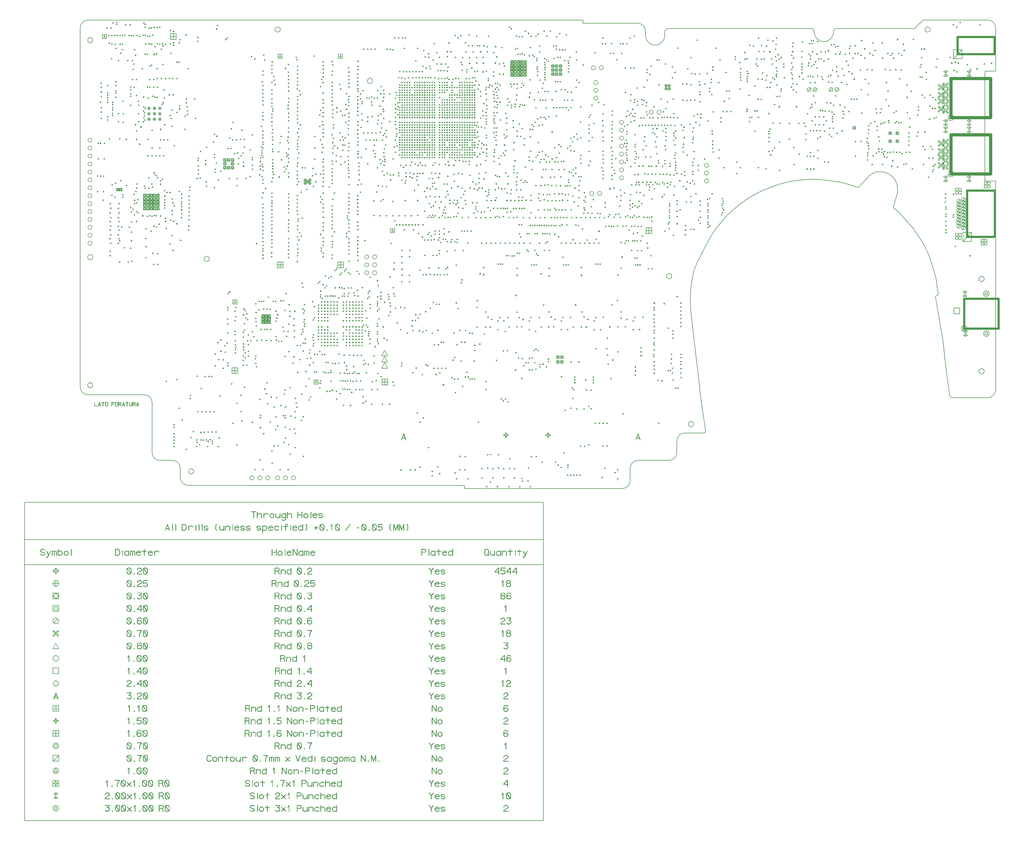
<source format=gbr>
*
G04 Job   : D:\Pd-Master\Mas\Mas100n1 ACB_0001_0\Mas100n1 ACUBE_PORTABILE R_0.pcb*
G04 User  : DESKTOP-CUVV7JD:Shina*
G04 Layer : 15-Drill.gbr*
G04 Date  : Wed Mar 17 17:59:36 2021*
G04 RSM MASTER DESIGN srl*
%ICAS*%
%MOMM*%
%FSLAX24Y24*%
%OFA0.0000B0.0000*%
G90*
G74*
%ADD11C,0.15000*%
%ADD12C,0.15000*%
%ADD10C,0.15000*%
%ADD14C,0.70000*%
%ADD13C,1.00000*%
G01*
G54D10*
X46671Y275321D02*
X46647Y275405D01*
X46599Y275477*
X46515Y275513*
X46419Y275525*
X46335Y275513*
X46251Y275477*
X46203Y275405*
X46179Y275321*
Y263801*
X46203Y263705*
X46263Y263645*
X46323Y263585*
X46419Y263561*
X54507*
X54603Y263585*
X54663Y263633*
X54699Y263717*
X54711Y263801*
X54699Y263897*
X54663Y263981*
X54603Y264029*
X54507Y264053*
X46671*
Y275321*
X61803Y274589D02*
X64335Y267353D01*
X59247*
X61803Y274589*
X62043Y275393D02*
X62007Y275441D01*
X61959Y275489*
X61899Y275513*
X61815Y275525*
X61743*
X61683Y275501*
X61623Y275465*
X61575Y275393*
X57531Y263897*
X57519Y263801*
X57543Y263717*
X57603Y263657*
X57687Y263621*
X57771Y263597*
X57867Y263609*
X57939Y263657*
X57987Y263741*
X59091Y266861*
X64527*
X65619Y263741*
X65667Y263657*
X65751Y263609*
X65847Y263597*
X65919Y263621*
X65991Y263657*
X66051Y263717*
X66087Y263801*
X66063Y263897*
X62043Y275393*
X69123Y275561D02*
X69027Y275537D01*
X68967Y275489*
X68931Y275405*
X68919Y275309*
X68931Y275225*
X68967Y275141*
X69027Y275093*
X69123Y275069*
X72927*
Y263801*
X72951Y263717*
X72999Y263645*
X73083Y263609*
X73167Y263597*
X73251Y263609*
X73335Y263645*
X73383Y263717*
X73407Y263801*
Y275069*
X77211*
X77307Y275093*
X77367Y275141*
X77403Y275225*
X77415Y275309*
X77403Y275405*
X77367Y275489*
X77307Y275537*
X77211Y275561*
X69123*
X80715Y266333D02*
Y272789D01*
X80955Y273941*
X81435Y274517*
X82599Y274937*
X83727Y275069*
X85275*
X85299*
X86427Y274937*
X87579Y274517*
X88059Y273941*
X88311Y272789*
Y266333*
X88071Y265205*
X87603Y264773*
X86379Y264173*
X85299Y264053*
X83751*
X83727*
X82635Y264173*
X81423Y264773*
X80955Y265205*
X80715Y266333*
X87831Y264329D02*
X87903Y264389D01*
X88467Y264917*
X88479Y264953*
X88539Y265037*
X88791Y266237*
Y266321*
Y272789*
Y272885*
X88539Y274085*
X88515Y274109*
X88503Y274133*
X88491Y274145*
X88467Y274193*
X87903Y274889*
X87879*
X87867Y274913*
Y274925*
X87831Y274949*
X87795Y274961*
X86547Y275369*
X86511Y275393*
X86475Y275405*
X85347Y275561*
X85335*
X83715*
X83667*
X83655*
X82539Y275405*
X82503Y275393*
X82467Y275369*
X81231Y274961*
X81183Y274937*
X81171Y274925*
X81135Y274889*
X80547Y274193*
X80523Y274157*
X80511*
X80487Y274121*
X80475Y274085*
X80223Y272885*
X80211Y272837*
X80223Y272789*
Y266321*
X80211Y266285*
X80223Y266237*
X80475Y265037*
X80487Y264977*
X80535Y264953*
Y264941*
X80571Y264917*
X81135Y264389*
X81147*
X81219Y264329*
X82467Y263729*
X82491Y263717*
X82515*
X82539*
X83655Y263561*
X83703*
X83715*
X85299*
X85335*
X85347*
X86475Y263717*
X86499*
X86523Y263729*
X86547*
X87831Y264329*
X100383Y275561D02*
X100287Y275537D01*
X100227Y275477*
X100167Y275405*
X100143Y275321*
Y263801*
X100167Y263717*
X100215Y263645*
X100299Y263609*
X100383Y263597*
X100479Y263609*
X100563Y263645*
X100611Y263717*
X100635Y263801*
Y269861*
X106071*
X106167Y269885*
X106227Y269933*
X106263Y270017*
X106275Y270101*
X106263Y270197*
X106227Y270281*
X106167Y270329*
X106071Y270353*
X100635*
Y275069*
X108471*
X108567Y275093*
X108627Y275141*
X108663Y275225*
X108675Y275309*
X108663Y275405*
X108627Y275489*
X108567Y275537*
X108471Y275561*
X100383*
X111975Y266333D02*
Y272789D01*
X112215Y273941*
X112695Y274517*
X113859Y274937*
X114987Y275069*
X116535*
X116559*
X117687Y274937*
X118839Y274517*
X119319Y273941*
X119571Y272789*
Y266333*
X119331Y265205*
X118863Y264773*
X117639Y264173*
X116559Y264053*
X115011*
X114987*
X113895Y264173*
X112683Y264773*
X112215Y265205*
X111975Y266333*
X119091Y264329D02*
X119163Y264389D01*
X119727Y264917*
X119739Y264953*
X119799Y265037*
X120051Y266237*
Y266321*
Y272789*
Y272885*
X119799Y274085*
X119775Y274109*
X119763Y274133*
X119751Y274145*
X119727Y274193*
X119163Y274889*
X119139*
X119127Y274913*
Y274925*
X119091Y274949*
X119055Y274961*
X117807Y275369*
X117771Y275393*
X117735Y275405*
X116607Y275561*
X116595*
X114975*
X114927*
X114915*
X113799Y275405*
X113763Y275393*
X113727Y275369*
X112491Y274961*
X112443Y274937*
X112431Y274925*
X112395Y274889*
X111807Y274193*
X111783Y274157*
X111771*
X111747Y274121*
X111735Y274085*
X111483Y272885*
X111471Y272837*
X111483Y272789*
Y266321*
X111471Y266285*
X111483Y266237*
X111735Y265037*
X111747Y264977*
X111795Y264953*
Y264941*
X111831Y264917*
X112395Y264389*
X112407*
X112479Y264329*
X113727Y263729*
X113751Y263717*
X113775*
X113799*
X114915Y263561*
X114963*
X114975*
X116559*
X116595*
X116607*
X117735Y263717*
X117759*
X117783Y263729*
X117807*
X119091Y264329*
X123315Y275069D02*
X129063D01*
X130083Y274313*
X130911Y273185*
Y271709*
X130059Y270533*
X129063Y269801*
X123315*
Y275069*
X130467Y274637D02*
X130431Y274661D01*
X130407Y274673*
Y274685*
X129279Y275513*
X129219Y275537*
X129183Y275549*
X129123Y275561*
X123063*
X122967Y275537*
X122907Y275477*
X122847Y275417*
X122823Y275321*
Y263801*
X122847Y263705*
X122895Y263645*
X122979Y263609*
X123063Y263597*
X123159Y263609*
X123243Y263645*
X123291Y263705*
X123315Y263801*
Y269321*
X128955*
X130923Y263729*
X130971Y263645*
X131055Y263597*
X131151Y263585*
X131235Y263609*
X131307Y263657*
X131367Y263717*
X131391Y263789*
X131379Y263885*
X129423Y269453*
X130407Y270173*
X130443Y270209*
X130479Y270281*
X131355Y271469*
Y271493*
X131367Y271505*
X131379Y271517*
Y271553*
X131391Y271577*
Y271613*
Y273269*
X131379Y273317*
Y273341*
X131367Y273365*
X131355Y273377*
Y273401*
X130467Y274637*
X138447Y274589D02*
X140979Y267353D01*
X135891*
X138447Y274589*
X138687Y275393D02*
X138651Y275441D01*
X138603Y275489*
X138543Y275513*
X138459Y275525*
X138387*
X138327Y275501*
X138267Y275465*
X138219Y275393*
X134175Y263897*
X134163Y263801*
X134187Y263717*
X134247Y263657*
X134331Y263621*
X134415Y263597*
X134511Y263609*
X134583Y263657*
X134631Y263741*
X135735Y266861*
X141171*
X142263Y263741*
X142311Y263657*
X142395Y263609*
X142491Y263597*
X142563Y263621*
X142635Y263657*
X142695Y263717*
X142731Y263801*
X142707Y263897*
X138687Y275393*
X145767Y275561D02*
X145671Y275537D01*
X145611Y275489*
X145575Y275405*
X145563Y275309*
X145575Y275225*
X145611Y275141*
X145671Y275093*
X145767Y275069*
X149571*
Y263801*
X149595Y263717*
X149643Y263645*
X149727Y263609*
X149811Y263597*
X149895Y263609*
X149979Y263645*
X150027Y263717*
X150051Y263801*
Y275069*
X153855*
X153951Y275093*
X154011Y275141*
X154047Y275225*
X154059Y275309*
X154047Y275405*
X154011Y275489*
X153951Y275537*
X153855Y275561*
X145767*
X164475Y264329D02*
X164499Y264341D01*
X164523Y264365*
X164547Y264389*
X165111Y264917*
X165123Y264953*
X165183Y265037*
X165435Y266237*
Y266321*
Y275321*
X165411Y275405*
X165363Y275477*
X165279Y275513*
X165195Y275525*
X165111Y275513*
X165027Y275477*
X164979Y275405*
X164955Y275321*
Y266333*
X164715Y265205*
X164247Y264773*
X163023Y264173*
X161943Y264053*
X160371*
X159279Y264173*
X158067Y264773*
X157599Y265205*
X157359Y266333*
Y275321*
X157335Y275405*
X157287Y275477*
X157203Y275513*
X157107Y275525*
X157023Y275513*
X156939Y275477*
X156891Y275405*
X156867Y275321*
Y266321*
X156855Y266285*
X156867Y266237*
X157119Y265037*
X157131Y264977*
X157179Y264953*
Y264941*
X157215Y264917*
X157779Y264389*
X157791*
X157863Y264329*
X159111Y263729*
X159135Y263717*
X159147*
X159183*
X160299Y263561*
X160347*
X161943*
X161991*
X163119Y263717*
X163143*
X163167Y263729*
X163191*
X164475Y264329*
X168699Y275069D02*
X174447D01*
X175467Y274313*
X176295Y273185*
Y271709*
X175443Y270533*
X174447Y269801*
X168699*
Y275069*
X175851Y274637D02*
X175815Y274661D01*
X175791Y274673*
Y274685*
X174663Y275513*
X174603Y275537*
X174567Y275549*
X174507Y275561*
X168447*
X168351Y275537*
X168291Y275477*
X168231Y275417*
X168207Y275321*
Y263801*
X168231Y263705*
X168279Y263645*
X168363Y263609*
X168447Y263597*
X168543Y263609*
X168627Y263645*
X168675Y263705*
X168699Y263801*
Y269321*
X174339*
X176307Y263729*
X176355Y263645*
X176439Y263597*
X176535Y263585*
X176619Y263609*
X176691Y263657*
X176751Y263717*
X176775Y263789*
X176763Y263885*
X174807Y269453*
X175791Y270173*
X175827Y270209*
X175863Y270281*
X176739Y271469*
Y271493*
X176751Y271505*
X176763Y271517*
Y271553*
X176775Y271577*
Y271613*
Y273269*
X176763Y273317*
Y273341*
X176751Y273365*
X176739Y273377*
Y273401*
X175851Y274637*
X183831Y274589D02*
X186363Y267353D01*
X181275*
X183831Y274589*
X184071Y275393D02*
X184035Y275441D01*
X183987Y275489*
X183927Y275513*
X183843Y275525*
X183771*
X183711Y275501*
X183651Y275465*
X183603Y275393*
X179559Y263897*
X179547Y263801*
X179571Y263717*
X179631Y263657*
X179715Y263621*
X179799Y263597*
X179895Y263609*
X179967Y263657*
X180015Y263741*
X181119Y266861*
X186555*
X187647Y263741*
X187695Y263657*
X187779Y263609*
X187875Y263597*
X187947Y263621*
X188019Y263657*
X188079Y263717*
X188115Y263801*
X188091Y263897*
X184071Y275393*
X2930000Y1337000D02*
X2895000D01*
Y984000*
X2930000*
Y316000*
G02X2905000Y291000I25000*
G01X2792719*
G02X2782812Y299638J10000*
G01X2773000Y371000*
X2761000Y478000*
X2737000Y614000*
X2746000Y622000*
X2739000Y674000*
X2731000Y702000*
X2715000Y751000*
X2697000Y786000*
X2663000Y836000*
X2623000Y881000*
X2610000Y894000*
X2602000Y900000*
X2609000Y924000*
X2615000Y945000*
X2616000Y950000*
Y956000*
X2615000Y969000*
X2614000Y974000*
X2611000Y983000*
X2608000Y989000*
X2601000Y998000*
X2588000Y1007000*
X2583000Y1010000*
X2569000Y1014000*
X2550000*
X2544000Y1012000*
X2528000Y1004000*
X2491000Y964000*
X2441000Y979000*
X2423000Y983000*
X2375000Y989000*
X2354000Y990000*
X2332000*
X2289000Y986000*
X2261000Y981000*
X2233000Y973000*
X2184000Y955000*
X2142000Y932000*
X2112000Y911000*
X2090000Y893000*
X2080000Y884000*
X2066000Y870000*
X2044000Y843000*
X2027000Y822000*
X2007000Y787000*
X1975000Y725000*
X1962000Y692000*
X1955000Y647000*
X1953000Y623000*
Y591000*
X1954000Y571000*
X1955000Y563000*
X1963000Y491000*
X1982000Y329000*
X1987000Y285000*
X1990000Y261000*
X2001575Y185994*
G02X2001663Y184850I7412J1144*
X1996833Y177841I7500*
G01X1934619Y177597*
G03X1909719Y152883I98J25000*
G01X1909282Y114714*
G02X1884284Y90000I24998J286*
G01X1785000*
G03X1760000Y65000J25000*
G01Y25000*
G02X1735000Y0I25000*
G01X1230000*
Y10000*
X345000*
G02X320000Y35000J25000*
G01Y65000*
G03X295000Y90000I25000*
G01X255000*
G02X230000Y115000J25000*
G01Y275000*
G03X205000Y300000I25000*
G01X25000*
G02X0Y325000J25000*
G01Y1475000*
G02X25000Y1500000I25000*
G01X1609000*
Y1490000*
X1784000*
G02X1809000Y1465000J25000*
G01Y1451000*
G03X1840000Y1420000I31000*
X1871000Y1451000J31000*
G01Y1463000*
G02X1881000Y1473000I10000*
G01X2339000*
G02X2349000Y1463000J10000*
G01Y1462000*
G03X2380000Y1431000I31000*
X2411000Y1462000J31000*
G01Y1463000*
G02X2421000Y1473000I10000*
G01X2670000*
X2697500Y1500000*
X2905000*
G02X2930000Y1475000J25000*
G01Y1337000*
G54D11*
X-178000Y-1064000D02*
X1482000D01*
Y-44000*
X-178000*
Y-1064000*
Y-244000D02*
X1482000D01*
X-178000Y-164000D02*
X1482000D01*
X-87250Y-953250D02*
X-68750D01*
Y-934750*
X-87250*
Y-953250*
Y-873250D02*
X-68750Y-854750D01*
X-87250Y-873250D02*
X-68750D01*
Y-854750*
X-87250*
Y-873250*
Y-793250D02*
X-68750D01*
Y-774750*
X-87250*
Y-793250*
Y-713250D02*
X-68750D01*
Y-694750*
X-87250*
Y-713250*
Y-593250D02*
X-68750D01*
Y-574750*
X-87250*
Y-593250*
Y-513250D02*
X-68750D01*
X-78000Y-494750*
X-87250Y-513250*
Y-393250D02*
X-68750D01*
Y-374750*
X-87250*
Y-393250*
Y-353250D02*
X-68750D01*
Y-334750*
X-87250*
Y-353250*
X-86500Y-784000D02*
X-69500D01*
X-86500Y-304000D02*
X-69500D01*
X-86500Y-264000D02*
X-69500D01*
X-85000Y-473250D02*
X-78000Y-466250D01*
X-71000Y-473250*
X-68750Y-471000*
X-75750Y-464000*
X-68750Y-457000*
X-71000Y-454750*
X-78000Y-461750*
X-85000Y-454750*
X-87250Y-457000*
X-80250Y-464000*
X-87250Y-471000*
X-85000Y-473250*
X-84541Y-990541D02*
X-78000Y-986250D01*
X-71459Y-990541*
X-84541Y-977459D02*
G02X-78000Y-974750I6541J6541D01*
X-71459Y-977459J9250*
G01X-84010Y-430010D02*
X-71990Y-417990D01*
X-83312Y-907500D02*
X-72688D01*
X-78000Y-897000*
X-83312Y-907500*
Y-707500D02*
X-72688D01*
X-78000Y-697000*
X-83312Y-707500*
X-81536Y-1027536D02*
X-74464D01*
Y-1020464*
X-81536*
Y-1027536*
X-78000Y-992500D02*
Y-975500D01*
Y-953250D02*
Y-951750D01*
X-76333Y-945667*
X-70250Y-944000*
X-69500*
X-70250*
X-76333Y-942333*
X-78000Y-936250*
Y-935500*
Y-936250*
X-79667Y-942333*
X-85750Y-944000*
X-87250*
X-85750*
X-79667Y-945667*
X-78000Y-951750*
Y-792500D02*
Y-775500D01*
Y-753250D02*
X-75643Y-746357D01*
X-68750Y-744000*
X-75643Y-741643*
X-78000Y-734750*
X-80357Y-741643*
X-87250Y-744000*
X-80357Y-746357*
X-78000Y-753250*
Y-633250D02*
X-70138Y-628286D01*
Y-619714*
X-78000Y-614750*
X-85863Y-619714*
Y-628286*
X-78000Y-633250*
Y-352500D02*
X-69500Y-344000D01*
X-78000Y-335500*
X-86500Y-344000*
X-78000Y-352500*
Y-312500D02*
Y-295500D01*
Y-273250D02*
X-68750Y-264000D01*
X-78000Y-254750*
X-87250Y-264000*
X-78000Y-273250*
Y-272500D02*
Y-255500D01*
X-74667Y-744000D02*
G03X-78000Y-740667I3333D01*
X-81333Y-744000J3333*
X-78000Y-747333I3333*
X-74667Y-744000J3333*
G01X-72714Y-824000D02*
G03X-78000Y-818714I5286D01*
X-83286Y-824000J5286*
X-78000Y-829286I5286*
X-72714Y-824000J5286*
G01X-72308Y-384000D02*
G03X-78000Y-378308I5692D01*
X-83692Y-384000J5692*
X-78000Y-389692I5692*
X-72308Y-384000J5692*
G01X-71459Y-990541D02*
G02X-78000Y-993250I6541J6541D01*
X-84541Y-990541J9250*
G01X-71459Y-977459D02*
X-78000Y-981750D01*
X-84541Y-977459*
X-68750Y-1024000D02*
G03X-78000Y-1014750I9250D01*
X-87250Y-1024000J9250*
X-78000Y-1033250I9250*
X-68750Y-1024000J9250*
G01Y-904000D02*
G03X-78000Y-894750I9250D01*
X-87250Y-904000J9250*
X-78000Y-913250I9250*
X-68750Y-904000J9250*
G01Y-824000D02*
G03X-78000Y-814750I9250D01*
X-87250Y-824000J9250*
X-78000Y-833250I9250*
X-68750Y-824000J9250*
G01Y-544000D02*
G03X-78000Y-534750I9250D01*
X-87250Y-544000J9250*
X-78000Y-553250I9250*
X-68750Y-544000J9250*
G01Y-424000D02*
G03X-78000Y-414750I9250D01*
X-87250Y-424000J9250*
X-78000Y-433250I9250*
X-68750Y-424000J9250*
G01Y-304000D02*
G03X-78000Y-294750I9250D01*
X-87250Y-304000J9250*
X-78000Y-313250I9250*
X-68750Y-304000J9250*
G01X32000Y321750D02*
X39863Y326714D01*
Y335286*
X32000Y340250*
X24138Y335286*
Y326714*
X32000Y321750*
Y731750D02*
X39863Y736714D01*
Y745286*
X32000Y750250*
X24138Y745286*
Y736714*
X32000Y731750*
Y1426750D02*
X39863Y1431714D01*
Y1440286*
X32000Y1445250*
X24138Y1440286*
Y1431714*
X32000Y1426750*
X37750Y785300D02*
G03X31000Y792050I6750D01*
X24250Y785300J6750*
X31000Y778550I6750*
X37750Y785300J6750*
G01Y810700D02*
G03X31000Y817450I6750D01*
X24250Y810700J6750*
X31000Y803950I6750*
X37750Y810700J6750*
G01Y836100D02*
G03X31000Y842850I6750D01*
X24250Y836100J6750*
X31000Y829350I6750*
X37750Y836100J6750*
G01Y861500D02*
G03X31000Y868250I6750D01*
X24250Y861500J6750*
X31000Y854750I6750*
X37750Y861500J6750*
G01Y886900D02*
G03X31000Y893650I6750D01*
X24250Y886900J6750*
X31000Y880150I6750*
X37750Y886900J6750*
G01Y912300D02*
G03X31000Y919050I6750D01*
X24250Y912300J6750*
X31000Y905550I6750*
X37750Y912300J6750*
G01Y937700D02*
G03X31000Y944450I6750D01*
X24250Y937700J6750*
X31000Y930950I6750*
X37750Y937700J6750*
G01Y963100D02*
G03X31000Y969850I6750D01*
X24250Y963100J6750*
X31000Y956350I6750*
X37750Y963100J6750*
G01Y988500D02*
G03X31000Y995250I6750D01*
X24250Y988500J6750*
X31000Y981750I6750*
X37750Y988500J6750*
G01Y1013900D02*
G03X31000Y1020650I6750D01*
X24250Y1013900J6750*
X31000Y1007150I6750*
X37750Y1013900J6750*
G01Y1039300D02*
G03X31000Y1046050I6750D01*
X24250Y1039300J6750*
X31000Y1032550I6750*
X37750Y1039300J6750*
G01Y1064700D02*
G03X31000Y1071450I6750D01*
X24250Y1064700J6750*
X31000Y1057950I6750*
X37750Y1064700J6750*
G01Y1090100D02*
G03X31000Y1096850I6750D01*
X24250Y1090100J6750*
X31000Y1083350I6750*
X37750Y1090100J6750*
G01Y1115500D02*
G03X31000Y1122250I6750D01*
X24250Y1115500J6750*
X31000Y1108750I6750*
X37750Y1115500J6750*
G01X54400Y950200D02*
X56400D01*
X54400Y1000800D02*
X56400D01*
X55400Y948450D02*
X57150Y950200D01*
X55400Y951950*
X53650Y950200*
X55400Y948450*
Y949200D02*
Y951200D01*
Y999050D02*
X57150Y1000800D01*
X55400Y1002550*
X53650Y1000800*
X55400Y999050*
Y999800D02*
Y1001800D01*
X56900Y1055200D02*
X58900D01*
X56900Y1105800D02*
X58900D01*
X57900Y1053450D02*
X59650Y1055200D01*
X57900Y1056950*
X56150Y1055200*
X57900Y1053450*
Y1054200D02*
Y1056200D01*
Y1104050D02*
X59650Y1105800D01*
X57900Y1107550*
X56150Y1105800*
X57900Y1104050*
Y1104800D02*
Y1106800D01*
X64000Y1105000D02*
X66000D01*
X64000Y1237600D02*
X66000D01*
X64100Y1000000D02*
X66100D01*
X65000Y1103250D02*
X66750Y1105000D01*
X65000Y1106750*
X63250Y1105000*
X65000Y1103250*
Y1104000D02*
Y1106000D01*
Y1235850D02*
X66750Y1237600D01*
X65000Y1239350*
X63250Y1237600*
X65000Y1235850*
Y1236600D02*
Y1238600D01*
X65100Y998250D02*
X66850Y1000000D01*
X65100Y1001750*
X63350Y1000000*
X65100Y998250*
Y999000D02*
Y1001000D01*
X65700Y1297700D02*
X67700D01*
X66400Y1185100D02*
X68400D01*
X66400Y1205100D02*
X68400D01*
X66400Y1220100D02*
X68400D01*
X66400Y1255100D02*
X68400D01*
X66400Y1270100D02*
X68400D01*
X66400Y1285100D02*
X68400D01*
X66700Y1295950D02*
X68450Y1297700D01*
X66700Y1299450*
X64950Y1297700*
X66700Y1295950*
Y1296700D02*
Y1298700D01*
X67400Y1183350D02*
X69150Y1185100D01*
X67400Y1186850*
X65650Y1185100*
X67400Y1183350*
Y1184100D02*
Y1186100D01*
Y1203350D02*
X69150Y1205100D01*
X67400Y1206850*
X65650Y1205100*
X67400Y1203350*
Y1204100D02*
Y1206100D01*
Y1218350D02*
X69150Y1220100D01*
X67400Y1221850*
X65650Y1220100*
X67400Y1218350*
Y1219100D02*
Y1221100D01*
Y1253350D02*
X69150Y1255100D01*
X67400Y1256850*
X65650Y1255100*
X67400Y1253350*
Y1254100D02*
Y1256100D01*
Y1268350D02*
X69150Y1270100D01*
X67400Y1271850*
X65650Y1270100*
X67400Y1268350*
Y1269100D02*
Y1271100D01*
Y1283350D02*
X69150Y1285100D01*
X67400Y1286850*
X65650Y1285100*
X67400Y1283350*
Y1284100D02*
Y1286100D01*
X71250Y1440750D02*
X84750D01*
Y1454250*
X71250*
Y1440750*
X72300Y923300D02*
X74300D01*
X73300Y921550D02*
X75050Y923300D01*
X73300Y925050*
X71550Y923300*
X73300Y921550*
Y922300D02*
Y924300D01*
X73500Y950200D02*
X75500D01*
X74100Y1000800D02*
X76100D01*
X74500Y948450D02*
X76250Y950200D01*
X74500Y951950*
X72750Y950200*
X74500Y948450*
Y949200D02*
Y951200D01*
X74853Y1445250D02*
X81147D01*
X78000Y1452000*
X74853Y1445250*
X75100Y999050D02*
X76850Y1000800D01*
X75100Y1002550*
X73350Y1000800*
X75100Y999050*
Y999800D02*
Y1001800D01*
X76000Y1055200D02*
X78000D01*
X76600Y1105800D02*
X78600D01*
X77000Y1053450D02*
X78750Y1055200D01*
X77000Y1056950*
X75250Y1055200*
X77000Y1053450*
Y1054200D02*
Y1056200D01*
X77600Y1104050D02*
X79350Y1105800D01*
X77600Y1107550*
X75850Y1105800*
X77600Y1104050*
Y1104800D02*
Y1106800D01*
X84800Y1474200D02*
X86800D01*
X85800Y1472450D02*
X87550Y1474200D01*
X85800Y1475950*
X84050Y1474200*
X85800Y1472450*
Y1473200D02*
Y1475200D01*
X86500Y1252000D02*
X88500D01*
X86500Y1267000D02*
X88500D01*
X86600Y1179900D02*
X88600D01*
X86600Y1189900D02*
X88600D01*
X86600Y1245000D02*
X88600D01*
X86600Y1260000D02*
X88600D01*
X87100Y1237300D02*
X89100D01*
X87100Y1290000D02*
X89100D01*
X87500Y1250250D02*
X89250Y1252000D01*
X87500Y1253750*
X85750Y1252000*
X87500Y1250250*
Y1251000D02*
Y1253000D01*
Y1265250D02*
X89250Y1267000D01*
X87500Y1268750*
X85750Y1267000*
X87500Y1265250*
Y1266000D02*
Y1268000D01*
X87600Y1178150D02*
X89350Y1179900D01*
X87600Y1181650*
X85850Y1179900*
X87600Y1178150*
Y1178900D02*
Y1180900D01*
Y1188150D02*
X89350Y1189900D01*
X87600Y1191650*
X85850Y1189900*
X87600Y1188150*
Y1188900D02*
Y1190900D01*
Y1243250D02*
X89350Y1245000D01*
X87600Y1246750*
X85850Y1245000*
X87600Y1243250*
Y1244000D02*
Y1246000D01*
Y1258250D02*
X89350Y1260000D01*
X87600Y1261750*
X85850Y1260000*
X87600Y1258250*
Y1259000D02*
Y1261000D01*
X88100Y1235550D02*
X89850Y1237300D01*
X88100Y1239050*
X86350Y1237300*
X88100Y1235550*
Y1236300D02*
Y1238300D01*
Y1288250D02*
X89850Y1290000D01*
X88100Y1291750*
X86350Y1290000*
X88100Y1288250*
Y1289000D02*
Y1291000D01*
X90500Y1451200D02*
X92500D01*
X91500Y1449450D02*
X93250Y1451200D01*
X91500Y1452950*
X89750Y1451200*
X91500Y1449450*
Y1450200D02*
Y1452200D01*
X92300Y1426400D02*
X94300D01*
X92800Y1120000D02*
X94800D01*
X93300Y1424650D02*
X95050Y1426400D01*
X93300Y1428150*
X91550Y1426400*
X93300Y1424650*
Y1425400D02*
Y1427400D01*
X93800Y1118250D02*
X95550Y1120000D01*
X93800Y1121750*
X92050Y1120000*
X93800Y1118250*
Y1119000D02*
Y1121000D01*
X94800Y745400D02*
X96800D01*
X94800Y760000D02*
X96800D01*
X94800Y800100D02*
X96800D01*
X94800Y827600D02*
X96800D01*
X94800Y855100D02*
X96800D01*
X94800Y882600D02*
X96800D01*
X94800Y912600D02*
X96800D01*
X95800Y743650D02*
X97550Y745400D01*
X95800Y747150*
X94050Y745400*
X95800Y743650*
Y744400D02*
Y746400D01*
Y758250D02*
X97550Y760000D01*
X95800Y761750*
X94050Y760000*
X95800Y758250*
Y759000D02*
Y761000D01*
Y798350D02*
X97550Y800100D01*
X95800Y801850*
X94050Y800100*
X95800Y798350*
Y799100D02*
Y801100D01*
Y825850D02*
X97550Y827600D01*
X95800Y829350*
X94050Y827600*
X95800Y825850*
Y826600D02*
Y828600D01*
Y853350D02*
X97550Y855100D01*
X95800Y856850*
X94050Y855100*
X95800Y853350*
Y854100D02*
Y856100D01*
Y880850D02*
X97550Y882600D01*
X95800Y884350*
X94050Y882600*
X95800Y880850*
Y881600D02*
Y883600D01*
Y910850D02*
X97550Y912600D01*
X95800Y914350*
X94050Y912600*
X95800Y910850*
Y911600D02*
Y913600D01*
X96959Y785100D02*
X98959D01*
X96959Y812600D02*
X98959D01*
X96959Y840100D02*
X98959D01*
X96959Y867600D02*
X98959D01*
X96959Y897600D02*
X98959D01*
X97900Y1474600D02*
X99900D01*
X97959Y783350D02*
X99709Y785100D01*
X97959Y786850*
X96209Y785100*
X97959Y783350*
Y784100D02*
Y786100D01*
Y810850D02*
X99709Y812600D01*
X97959Y814350*
X96209Y812600*
X97959Y810850*
Y811600D02*
Y813600D01*
Y838350D02*
X99709Y840100D01*
X97959Y841850*
X96209Y840100*
X97959Y838350*
Y839100D02*
Y841100D01*
Y865850D02*
X99709Y867600D01*
X97959Y869350*
X96209Y867600*
X97959Y865850*
Y866600D02*
Y868600D01*
Y895850D02*
X99709Y897600D01*
X97959Y899350*
X96209Y897600*
X97959Y895850*
Y896600D02*
Y898600D01*
X98900Y1472850D02*
X100650Y1474600D01*
X98900Y1476350*
X97150Y1474600*
X98900Y1472850*
Y1473600D02*
Y1475600D01*
X99500Y1376200D02*
X101500D01*
X100000Y1423300D02*
X102000D01*
X100400Y938600D02*
X102400D01*
X100400Y1450800D02*
X102400D01*
X100500Y1374450D02*
X102250Y1376200D01*
X100500Y1377950*
X98750Y1376200*
X100500Y1374450*
Y1375200D02*
Y1377200D01*
X101000Y1421550D02*
X102750Y1423300D01*
X101000Y1425050*
X99250Y1423300*
X101000Y1421550*
Y1422300D02*
Y1424300D01*
X101400Y936850D02*
X103150Y938600D01*
X101400Y940350*
X99650Y938600*
X101400Y936850*
Y937600D02*
Y939600D01*
Y1449050D02*
X103150Y1450800D01*
X101400Y1452550*
X99650Y1450800*
X101400Y1449050*
Y1449800D02*
Y1451800D01*
X101500Y972500D02*
X103500D01*
X102500Y970750D02*
X104250Y972500D01*
X102500Y974250*
X100750Y972500*
X102500Y970750*
Y971500D02*
Y973500D01*
X103000Y1194300D02*
X105000D01*
X103000Y1201300D02*
X105000D01*
X103000Y1211800D02*
X105000D01*
X103000Y1218800D02*
X105000D01*
X103000Y1229300D02*
X105000D01*
X103000Y1236300D02*
X105000D01*
X103600Y1490700D02*
X105600D01*
X104000Y1192550D02*
X105750Y1194300D01*
X104000Y1196050*
X102250Y1194300*
X104000Y1192550*
Y1193300D02*
Y1195300D01*
Y1199550D02*
X105750Y1201300D01*
X104000Y1203050*
X102250Y1201300*
X104000Y1199550*
Y1200300D02*
Y1202300D01*
Y1210050D02*
X105750Y1211800D01*
X104000Y1213550*
X102250Y1211800*
X104000Y1210050*
Y1210800D02*
Y1212800D01*
Y1217050D02*
X105750Y1218800D01*
X104000Y1220550*
X102250Y1218800*
X104000Y1217050*
Y1217800D02*
Y1219800D01*
Y1227550D02*
X105750Y1229300D01*
X104000Y1231050*
X102250Y1229300*
X104000Y1227550*
Y1228300D02*
Y1230300D01*
Y1234550D02*
X105750Y1236300D01*
X104000Y1238050*
X102250Y1236300*
X104000Y1234550*
Y1235300D02*
Y1237300D01*
X104600Y1488950D02*
X106350Y1490700D01*
X104600Y1492450*
X102850Y1490700*
X104600Y1488950*
Y1489700D02*
Y1491700D01*
X109500Y1450700D02*
X111500D01*
X109800Y932400D02*
X111800D01*
X110500Y1448950D02*
X112250Y1450700D01*
X110500Y1452450*
X108750Y1450700*
X110500Y1448950*
Y1449700D02*
Y1451700D01*
X110800Y1422200D02*
X112800D01*
X110800Y930650D02*
X112550Y932400D01*
X110800Y934150*
X109050Y932400*
X110800Y930650*
Y931400D02*
Y933400D01*
X111800Y1420450D02*
X113550Y1422200D01*
X111800Y1423950*
X110050Y1422200*
X111800Y1420450*
Y1421200D02*
Y1423200D01*
X112200Y977900D02*
X114200D01*
X113200Y1252500D02*
X115200D01*
X113200Y1267100D02*
X115200D01*
X113200Y1290000D02*
X115200D01*
X113200Y976150D02*
X114950Y977900D01*
X113200Y979650*
X111450Y977900*
X113200Y976150*
Y976900D02*
Y978900D01*
X113400Y1274000D02*
X115400D01*
X113400Y1302500D02*
X115400D01*
X113400Y1409200D02*
X115400D01*
X114200Y1250750D02*
X115950Y1252500D01*
X114200Y1254250*
X112450Y1252500*
X114200Y1250750*
Y1251500D02*
Y1253500D01*
Y1265350D02*
X115950Y1267100D01*
X114200Y1268850*
X112450Y1267100*
X114200Y1265350*
Y1266100D02*
Y1268100D01*
Y1288250D02*
X115950Y1290000D01*
X114200Y1291750*
X112450Y1290000*
X114200Y1288250*
Y1289000D02*
Y1291000D01*
X114400Y1272250D02*
X116150Y1274000D01*
X114400Y1275750*
X112650Y1274000*
X114400Y1272250*
Y1273000D02*
Y1275000D01*
Y1300750D02*
X116150Y1302500D01*
X114400Y1304250*
X112650Y1302500*
X114400Y1300750*
Y1301500D02*
Y1303500D01*
Y1407450D02*
X116150Y1409200D01*
X114400Y1410950*
X112650Y1409200*
X114400Y1407450*
Y1408200D02*
Y1410200D01*
X115700Y1486100D02*
X117700D01*
X115700Y1492700D02*
X117700D01*
X115750Y953250D02*
X124250D01*
Y961750*
X115750*
Y953250*
X116700Y1484350D02*
X118450Y1486100D01*
X116700Y1487850*
X114950Y1486100*
X116700Y1484350*
Y1485100D02*
Y1487100D01*
Y1490950D02*
X118450Y1492700D01*
X116700Y1494450*
X114950Y1492700*
X116700Y1490950*
Y1491700D02*
Y1493700D01*
X117000Y1451500D02*
X119000D01*
X118000Y1449750D02*
X119750Y1451500D01*
X118000Y1453250*
X116250Y1451500*
X118000Y1449750*
Y1450500D02*
Y1452500D01*
X120000Y954000D02*
X123500Y957500D01*
X120000Y961000*
X116500Y957500*
X120000Y954000*
X121041Y784900D02*
X123041D01*
X121041Y812400D02*
X123041D01*
X121041Y839900D02*
X123041D01*
X121041Y867400D02*
X123041D01*
X121041Y897400D02*
X123041D01*
X121400Y1370800D02*
X123400D01*
X121700Y1175100D02*
X123700D01*
X121700Y1200100D02*
X123700D01*
X122041Y783150D02*
X123791Y784900D01*
X122041Y786650*
X120291Y784900*
X122041Y783150*
Y783900D02*
Y785900D01*
Y810650D02*
X123791Y812400D01*
X122041Y814150*
X120291Y812400*
X122041Y810650*
Y811400D02*
Y813400D01*
Y838150D02*
X123791Y839900D01*
X122041Y841650*
X120291Y839900*
X122041Y838150*
Y838900D02*
Y840900D01*
Y865650D02*
X123791Y867400D01*
X122041Y869150*
X120291Y867400*
X122041Y865650*
Y866400D02*
Y868400D01*
Y895650D02*
X123791Y897400D01*
X122041Y899150*
X120291Y897400*
X122041Y895650*
Y896400D02*
Y898400D01*
X122400Y1369050D02*
X124150Y1370800D01*
X122400Y1372550*
X120650Y1370800*
X122400Y1369050*
Y1369800D02*
Y1371800D01*
X122700Y1173350D02*
X124450Y1175100D01*
X122700Y1176850*
X120950Y1175100*
X122700Y1173350*
Y1174100D02*
Y1176100D01*
Y1198350D02*
X124450Y1200100D01*
X122700Y1201850*
X120950Y1200100*
X122700Y1198350*
Y1199100D02*
Y1201100D01*
X123200Y799900D02*
X125200D01*
X123200Y827400D02*
X125200D01*
X123200Y854900D02*
X125200D01*
X123200Y882400D02*
X125200D01*
X123200Y912400D02*
X125200D01*
X124200Y798150D02*
X125950Y799900D01*
X124200Y801650*
X122450Y799900*
X124200Y798150*
Y798900D02*
Y800900D01*
Y825650D02*
X125950Y827400D01*
X124200Y829150*
X122450Y827400*
X124200Y825650*
Y826400D02*
Y828400D01*
Y853150D02*
X125950Y854900D01*
X124200Y856650*
X122450Y854900*
X124200Y853150*
Y853900D02*
Y855900D01*
Y880650D02*
X125950Y882400D01*
X124200Y884150*
X122450Y882400*
X124200Y880650*
Y881400D02*
Y883400D01*
Y910650D02*
X125950Y912400D01*
X124200Y914150*
X122450Y912400*
X124200Y910650*
Y911400D02*
Y913400D01*
X125300Y725000D02*
X127300D01*
X125300Y792700D02*
X127300D01*
X125750Y953250D02*
X134250D01*
Y961750*
X125750*
Y953250*
X125800Y1120000D02*
X127800D01*
X126300Y723250D02*
X128050Y725000D01*
X126300Y726750*
X124550Y725000*
X126300Y723250*
Y724000D02*
Y726000D01*
Y790950D02*
X128050Y792700D01*
X126300Y794450*
X124550Y792700*
X126300Y790950*
Y791700D02*
Y793700D01*
X126400Y1450800D02*
X128400D01*
X126800Y1118250D02*
X128550Y1120000D01*
X126800Y1121750*
X125050Y1120000*
X126800Y1118250*
Y1119000D02*
Y1121000D01*
X127000Y1423300D02*
X129000D01*
X127400Y1449050D02*
X129150Y1450800D01*
X127400Y1452550*
X125650Y1450800*
X127400Y1449050*
Y1449800D02*
Y1451800D01*
X128000Y1421550D02*
X129750Y1423300D01*
X128000Y1425050*
X126250Y1423300*
X128000Y1421550*
Y1422300D02*
Y1424300D01*
X128700Y985800D02*
X130700D01*
X128700Y1394300D02*
X130700D01*
X129700Y984050D02*
X131450Y985800D01*
X129700Y987550*
X127950Y985800*
X129700Y984050*
Y984800D02*
Y986800D01*
Y1392550D02*
X131450Y1394300D01*
X129700Y1396050*
X127950Y1394300*
X129700Y1392550*
Y1393300D02*
Y1395300D01*
X130000Y954000D02*
X133500Y957500D01*
X130000Y961000*
X126500Y957500*
X130000Y954000*
X131959Y837600D02*
X133959D01*
X132959Y835850D02*
X134709Y837600D01*
X132959Y839350*
X131209Y837600*
X132959Y835850*
Y836600D02*
Y838600D01*
X134000Y1405000D02*
X136000D01*
X134300Y1423300D02*
X136300D01*
X134500Y1451400D02*
X136500D01*
X135000Y1403250D02*
X136750Y1405000D01*
X135000Y1406750*
X133250Y1405000*
X135000Y1403250*
Y1404000D02*
Y1406000D01*
X135100Y932500D02*
X137100D01*
X135300Y1421550D02*
X137050Y1423300D01*
X135300Y1425050*
X133550Y1423300*
X135300Y1421550*
Y1422300D02*
Y1424300D01*
X135500Y1449650D02*
X137250Y1451400D01*
X135500Y1453150*
X133750Y1451400*
X135500Y1449650*
Y1450400D02*
Y1452400D01*
X135800Y1240000D02*
X137800D01*
X136000Y940700D02*
X138000D01*
X136100Y930750D02*
X137850Y932500D01*
X136100Y934250*
X134350Y932500*
X136100Y930750*
Y931500D02*
Y933500D01*
X136800Y1238250D02*
X138550Y1240000D01*
X136800Y1241750*
X135050Y1240000*
X136800Y1238250*
Y1239000D02*
Y1241000D01*
X136900Y1172500D02*
X138900D01*
X137000Y1200000D02*
X139000D01*
X137000Y938950D02*
X138750Y940700D01*
X137000Y942450*
X135250Y940700*
X137000Y938950*
Y939700D02*
Y941700D01*
X137900Y1170750D02*
X139650Y1172500D01*
X137900Y1174250*
X136150Y1172500*
X137900Y1170750*
Y1171500D02*
Y1173500D01*
X138000Y1198250D02*
X139750Y1200000D01*
X138000Y1201750*
X136250Y1200000*
X138000Y1198250*
Y1199000D02*
Y1201000D01*
X141300Y770800D02*
X143300D01*
X141600Y1451500D02*
X143600D01*
X142300Y769050D02*
X144050Y770800D01*
X142300Y772550*
X140550Y770800*
X142300Y769050*
Y769800D02*
Y771800D01*
X142600Y1449750D02*
X144350Y1451500D01*
X142600Y1453250*
X140850Y1451500*
X142600Y1449750*
Y1450500D02*
Y1452500D01*
X144500Y1484600D02*
X146500D01*
X145500Y1482850D02*
X147250Y1484600D01*
X145500Y1486350*
X143750Y1484600*
X145500Y1482850*
Y1483600D02*
Y1485600D01*
X146500Y1118500D02*
X148500D01*
X147200Y969800D02*
X149200D01*
X147500Y1116750D02*
X149250Y1118500D01*
X147500Y1120250*
X145750Y1118500*
X147500Y1116750*
Y1117500D02*
Y1119500D01*
X148200Y968050D02*
X149950Y969800D01*
X148200Y971550*
X146450Y969800*
X148200Y968050*
Y968800D02*
Y970800D01*
X151400Y1370800D02*
X153400D01*
X152400Y1369050D02*
X154150Y1370800D01*
X152400Y1372550*
X150650Y1370800*
X152400Y1369050*
Y1369800D02*
Y1371800D01*
X152500Y725000D02*
X154500D01*
X153500Y723250D02*
X155250Y725000D01*
X153500Y726750*
X151750Y725000*
X153500Y723250*
Y724000D02*
Y726000D01*
X155000Y1450800D02*
X157000D01*
X156000Y1449050D02*
X157750Y1450800D01*
X156000Y1452550*
X154250Y1450800*
X156000Y1449050*
Y1449800D02*
Y1451800D01*
X156041Y837400D02*
X158041D01*
X157041Y835650D02*
X158791Y837400D01*
X157041Y839150*
X155291Y837400*
X157041Y835650*
Y836400D02*
Y838400D01*
X158400Y1484800D02*
X160400D01*
X159400Y1483050D02*
X161150Y1484800D01*
X159400Y1486550*
X157650Y1484800*
X159400Y1483050*
Y1483800D02*
Y1485800D01*
X160200Y899600D02*
X162200D01*
X160300Y769600D02*
X162300D01*
X160700Y1227300D02*
X162700D01*
X160700Y1256000D02*
X162700D01*
X160700Y1263700D02*
X162700D01*
X160700Y1277600D02*
X162700D01*
X160700Y1285800D02*
X162700D01*
X161200Y897850D02*
X162950Y899600D01*
X161200Y901350*
X159450Y899600*
X161200Y897850*
Y898600D02*
Y900600D01*
X161300Y767850D02*
X163050Y769600D01*
X161300Y771350*
X159550Y769600*
X161300Y767850*
Y768600D02*
Y770600D01*
X161700Y1225550D02*
X163450Y1227300D01*
X161700Y1229050*
X159950Y1227300*
X161700Y1225550*
Y1226300D02*
Y1228300D01*
Y1254250D02*
X163450Y1256000D01*
X161700Y1257750*
X159950Y1256000*
X161700Y1254250*
Y1255000D02*
Y1257000D01*
Y1261950D02*
X163450Y1263700D01*
X161700Y1265450*
X159950Y1263700*
X161700Y1261950*
Y1262700D02*
Y1264700D01*
Y1275850D02*
X163450Y1277600D01*
X161700Y1279350*
X159950Y1277600*
X161700Y1275850*
Y1276600D02*
Y1278600D01*
Y1284050D02*
X163450Y1285800D01*
X161700Y1287550*
X159950Y1285800*
X161700Y1284050*
Y1284800D02*
Y1286800D01*
X162400Y1450400D02*
X164400D01*
X162900Y793500D02*
X164900D01*
X162900Y821000D02*
X164900D01*
X162900Y853500D02*
X164900D01*
X162900Y886000D02*
X164900D01*
X163400Y1448650D02*
X165150Y1450400D01*
X163400Y1452150*
X161650Y1450400*
X163400Y1448650*
Y1449400D02*
Y1451400D01*
X163800Y727500D02*
X165800D01*
X163900Y791750D02*
X165650Y793500D01*
X163900Y795250*
X162150Y793500*
X163900Y791750*
Y792500D02*
Y794500D01*
Y819250D02*
X165650Y821000D01*
X163900Y822750*
X162150Y821000*
X163900Y819250*
Y820000D02*
Y822000D01*
Y851750D02*
X165650Y853500D01*
X163900Y855250*
X162150Y853500*
X163900Y851750*
Y852500D02*
Y854500D01*
Y884250D02*
X165650Y886000D01*
X163900Y887750*
X162150Y886000*
X163900Y884250*
Y885000D02*
Y887000D01*
X164800Y725750D02*
X166550Y727500D01*
X164800Y729250*
X163050Y727500*
X164800Y725750*
Y726500D02*
Y728500D01*
X166300Y1309200D02*
X168300D01*
X166400Y1370800D02*
X168400D01*
X167300Y1307450D02*
X169050Y1309200D01*
X167300Y1310950*
X165550Y1309200*
X167300Y1307450*
Y1308200D02*
Y1310200D01*
X167400Y1369050D02*
X169150Y1370800D01*
X167400Y1372550*
X165650Y1370800*
X167400Y1369050*
Y1369800D02*
Y1371800D01*
X168000Y894400D02*
X170000D01*
X168000Y1341600D02*
X170000D01*
X169000Y892650D02*
X170750Y894400D01*
X169000Y896150*
X167250Y894400*
X169000Y892650*
Y893400D02*
Y895400D01*
Y1339850D02*
X170750Y1341600D01*
X169000Y1343350*
X167250Y1341600*
X169000Y1339850*
Y1340600D02*
Y1342600D01*
X169300Y1450200D02*
X171300D01*
X170300Y1448450D02*
X172050Y1450200D01*
X170300Y1451950*
X168550Y1450200*
X170300Y1448450*
Y1449200D02*
Y1451200D01*
X170600Y1359800D02*
X172600D01*
X171500Y942100D02*
X173500D01*
X171600Y1358050D02*
X173350Y1359800D01*
X171600Y1361550*
X169850Y1359800*
X171600Y1358050*
Y1358800D02*
Y1360800D01*
X171800Y1283900D02*
X173800D01*
X172400Y875900D02*
X174400D01*
X172500Y940350D02*
X174250Y942100D01*
X172500Y943850*
X170750Y942100*
X172500Y940350*
Y941100D02*
Y943100D01*
X172800Y1282150D02*
X174550Y1283900D01*
X172800Y1285650*
X171050Y1283900*
X172800Y1282150*
Y1282900D02*
Y1284900D01*
X173200Y912600D02*
X175200D01*
X173200Y923000D02*
X175200D01*
X173400Y874150D02*
X175150Y875900D01*
X173400Y877650*
X171650Y875900*
X173400Y874150*
Y874900D02*
Y876900D01*
X173500Y1405000D02*
X175500D01*
X174200Y910850D02*
X175950Y912600D01*
X174200Y914350*
X172450Y912600*
X174200Y910850*
Y911600D02*
Y913600D01*
Y921250D02*
X175950Y923000D01*
X174200Y924750*
X172450Y923000*
X174200Y921250*
Y922000D02*
Y924000D01*
X174500Y1403250D02*
X176250Y1405000D01*
X174500Y1406750*
X172750Y1405000*
X174500Y1403250*
Y1404000D02*
Y1406000D01*
X175900Y1165100D02*
X177900D01*
X176100Y1387200D02*
X178100D01*
X176900Y1163350D02*
X178650Y1165100D01*
X176900Y1166850*
X175150Y1165100*
X176900Y1163350*
Y1164100D02*
Y1166100D01*
X177100Y1385450D02*
X178850Y1387200D01*
X177100Y1388950*
X175350Y1387200*
X177100Y1385450*
Y1386200D02*
Y1388200D01*
X177700Y951200D02*
X179700D01*
X178700Y949450D02*
X180450Y951200D01*
X178700Y952950*
X176950Y951200*
X178700Y949450*
Y950200D02*
Y952200D01*
X178800Y1309200D02*
X180800D01*
X178900Y855300D02*
X180900D01*
X179000Y887300D02*
X181000D01*
X179000Y1117700D02*
X181000D01*
X179000Y1145100D02*
X181000D01*
X179000Y1258500D02*
X181000D01*
X179800Y1307450D02*
X181550Y1309200D01*
X179800Y1310950*
X178050Y1309200*
X179800Y1307450*
Y1308200D02*
Y1310200D01*
X179900Y914900D02*
X181900D01*
X179900Y853550D02*
X181650Y855300D01*
X179900Y857050*
X178150Y855300*
X179900Y853550*
Y854300D02*
Y856300D01*
X180000Y885550D02*
X181750Y887300D01*
X180000Y889050*
X178250Y887300*
X180000Y885550*
Y886300D02*
Y888300D01*
Y1115950D02*
X181750Y1117700D01*
X180000Y1119450*
X178250Y1117700*
X180000Y1115950*
Y1116700D02*
Y1118700D01*
Y1143350D02*
X181750Y1145100D01*
X180000Y1146850*
X178250Y1145100*
X180000Y1143350*
Y1144100D02*
Y1146100D01*
Y1256750D02*
X181750Y1258500D01*
X180000Y1260250*
X178250Y1258500*
X180000Y1256750*
Y1257500D02*
Y1259500D01*
X180900Y913150D02*
X182650Y914900D01*
X180900Y916650*
X179150Y914900*
X180900Y913150*
Y913900D02*
Y915900D01*
X181000Y962000D02*
X183000D01*
X181000Y975000D02*
X183000D01*
X181000Y1450800D02*
X183000D01*
X182000Y960250D02*
X183750Y962000D01*
X182000Y963750*
X180250Y962000*
X182000Y960250*
Y961000D02*
Y963000D01*
Y973250D02*
X183750Y975000D01*
X182000Y976750*
X180250Y975000*
X182000Y973250*
Y974000D02*
Y976000D01*
Y1449050D02*
X183750Y1450800D01*
X182000Y1452550*
X180250Y1450800*
X182000Y1449050*
Y1449800D02*
Y1451800D01*
X183200Y925000D02*
X185200D01*
X183900Y882700D02*
X185900D01*
X184200Y923250D02*
X185950Y925000D01*
X184200Y926750*
X182450Y925000*
X184200Y923250*
Y924000D02*
Y926000D01*
X184900Y880950D02*
X186650Y882700D01*
X184900Y884450*
X183150Y882700*
X184900Y880950*
Y881700D02*
Y883700D01*
X185700Y1240000D02*
X187700D01*
X185900Y1200000D02*
X187900D01*
X186200Y1175200D02*
X188200D01*
X186200Y1227200D02*
X188200D01*
X186700Y1238250D02*
X188450Y1240000D01*
X186700Y1241750*
X184950Y1240000*
X186700Y1238250*
Y1239000D02*
Y1241000D01*
X186900Y1198250D02*
X188650Y1200000D01*
X186900Y1201750*
X185150Y1200000*
X186900Y1198250*
Y1199000D02*
Y1201000D01*
X187200Y1173450D02*
X188950Y1175200D01*
X187200Y1176950*
X185450Y1175200*
X187200Y1173450*
Y1174200D02*
Y1176200D01*
Y1225450D02*
X188950Y1227200D01*
X187200Y1228950*
X185450Y1227200*
X187200Y1225450*
Y1226200D02*
Y1228200D01*
X188800Y1448200D02*
X190800D01*
X188900Y1102500D02*
X190900D01*
X189800Y1446450D02*
X191550Y1448200D01*
X189800Y1449950*
X188050Y1448200*
X189800Y1446450*
Y1447200D02*
Y1449200D01*
X189900Y1100750D02*
X191650Y1102500D01*
X189900Y1104250*
X188150Y1102500*
X189900Y1100750*
Y1101500D02*
Y1103500D01*
X193900Y1157500D02*
X195900D01*
X194900Y1155750D02*
X196650Y1157500D01*
X194900Y1159250*
X193150Y1157500*
X194900Y1155750*
Y1156500D02*
Y1158500D01*
X197500Y1344300D02*
X199500D01*
X198500Y1342550D02*
X200250Y1344300D01*
X198500Y1346050*
X196750Y1344300*
X198500Y1342550*
Y1343300D02*
Y1345300D01*
X199000Y873100D02*
X201000D01*
X199900Y1451400D02*
X201900D01*
X200000Y871350D02*
X201750Y873100D01*
X200000Y874850*
X198250Y873100*
X200000Y871350*
Y872100D02*
Y874100D01*
X200900Y1449650D02*
X202650Y1451400D01*
X200900Y1453150*
X199150Y1451400*
X200900Y1449650*
Y1450400D02*
Y1452400D01*
X201500Y1173800D02*
X203500D01*
X201800Y1209000D02*
X203800D01*
X201800Y1253200D02*
X203800D01*
X202250Y892250D02*
X210750D01*
Y900750*
X202250*
Y892250*
Y902750D02*
X210750D01*
Y911250*
X202250*
Y902750*
Y913250D02*
X210750D01*
Y921750*
X202250*
Y913250*
Y923750D02*
X210750D01*
Y932250*
X202250*
Y923750*
Y934250D02*
X210750D01*
Y942750*
X202250*
Y934250*
X202500Y1222200D02*
X204500D01*
X202500Y1490600D02*
X204500D01*
X202500Y1172050D02*
X204250Y1173800D01*
X202500Y1175550*
X200750Y1173800*
X202500Y1172050*
Y1172800D02*
Y1174800D01*
X202800Y1207250D02*
X204550Y1209000D01*
X202800Y1210750*
X201050Y1209000*
X202800Y1207250*
Y1208000D02*
Y1210000D01*
Y1251450D02*
X204550Y1253200D01*
X202800Y1254950*
X201050Y1253200*
X202800Y1251450*
Y1252200D02*
Y1254200D01*
X202900Y1187800D02*
X204900D01*
X203500Y1220450D02*
X205250Y1222200D01*
X203500Y1223950*
X201750Y1222200*
X203500Y1220450*
Y1221200D02*
Y1223200D01*
Y1488850D02*
X205250Y1490600D01*
X203500Y1492350*
X201750Y1490600*
X203500Y1488850*
Y1489600D02*
Y1491600D01*
X203900Y1186050D02*
X205650Y1187800D01*
X203900Y1189550*
X202150Y1187800*
X203900Y1186050*
Y1186800D02*
Y1188800D01*
X204200Y968300D02*
X206200D01*
X204300Y1194300D02*
X206300D01*
X204300Y1202500D02*
X206300D01*
X205200Y966550D02*
X206950Y968300D01*
X205200Y970050*
X203450Y968300*
X205200Y966550*
Y967300D02*
Y969300D01*
X205300Y1192550D02*
X207050Y1194300D01*
X205300Y1196050*
X203550Y1194300*
X205300Y1192550*
Y1193300D02*
Y1195300D01*
Y1200750D02*
X207050Y1202500D01*
X205300Y1204250*
X203550Y1202500*
X205300Y1200750*
Y1201500D02*
Y1203500D01*
X206500Y1180000D02*
X208500D01*
X206500Y893000D02*
X210000Y896500D01*
X206500Y900000*
X203000Y896500*
X206500Y893000*
Y903500D02*
X210000Y907000D01*
X206500Y910500*
X203000Y907000*
X206500Y903500*
Y914000D02*
X210000Y917500D01*
X206500Y921000*
X203000Y917500*
X206500Y914000*
Y924500D02*
X210000Y928000D01*
X206500Y931500*
X203000Y928000*
X206500Y924500*
Y935000D02*
X210000Y938500D01*
X206500Y942000*
X203000Y938500*
X206500Y935000*
X207000Y961700D02*
X209000D01*
X207000Y1217000D02*
X209000D01*
X207000Y1390600D02*
X209000D01*
X207000Y1476800D02*
X209000D01*
X207100Y1451500D02*
X209100D01*
X207400Y1486100D02*
X209400D01*
X207500Y1178250D02*
X209250Y1180000D01*
X207500Y1181750*
X205750Y1180000*
X207500Y1178250*
Y1179000D02*
Y1181000D01*
X208000Y959950D02*
X209750Y961700D01*
X208000Y963450*
X206250Y961700*
X208000Y959950*
Y960700D02*
Y962700D01*
Y1215250D02*
X209750Y1217000D01*
X208000Y1218750*
X206250Y1217000*
X208000Y1215250*
Y1216000D02*
Y1218000D01*
Y1388850D02*
X209750Y1390600D01*
X208000Y1392350*
X206250Y1390600*
X208000Y1388850*
Y1389600D02*
Y1391600D01*
Y1475050D02*
X209750Y1476800D01*
X208000Y1478550*
X206250Y1476800*
X208000Y1475050*
Y1475800D02*
Y1477800D01*
X208100Y1449750D02*
X209850Y1451500D01*
X208100Y1453250*
X206350Y1451500*
X208100Y1449750*
Y1450500D02*
Y1452500D01*
X208300Y800500D02*
X210300D01*
X208400Y1484350D02*
X210150Y1486100D01*
X208400Y1487850*
X206650Y1486100*
X208400Y1484350*
Y1485100D02*
Y1487100D01*
X208500Y1423400D02*
X210500D01*
X209300Y739200D02*
X211300D01*
X209300Y798750D02*
X211050Y800500D01*
X209300Y802250*
X207550Y800500*
X209300Y798750*
Y799500D02*
Y801500D01*
X209400Y831800D02*
X211400D01*
X209500Y1421650D02*
X211250Y1423400D01*
X209500Y1425150*
X207750Y1423400*
X209500Y1421650*
Y1422400D02*
Y1424400D01*
X210000Y774400D02*
X212000D01*
X210300Y737450D02*
X212050Y739200D01*
X210300Y740950*
X208550Y739200*
X210300Y737450*
Y738200D02*
Y740200D01*
X210400Y830050D02*
X212150Y831800D01*
X210400Y833550*
X208650Y831800*
X210400Y830050*
Y830800D02*
Y832800D01*
X211000Y772650D02*
X212750Y774400D01*
X211000Y776150*
X209250Y774400*
X211000Y772650*
Y773400D02*
Y775400D01*
X212750Y892250D02*
X221250D01*
Y900750*
X212750*
Y892250*
Y902750D02*
X221250D01*
Y911250*
X212750*
Y902750*
Y913250D02*
X221250D01*
Y921750*
X212750*
Y913250*
Y923750D02*
X221250D01*
Y932250*
X212750*
Y923750*
Y934250D02*
X221250D01*
Y942750*
X212750*
Y934250*
X213900Y1390500D02*
X215900D01*
X214200Y871700D02*
X216200D01*
X214300Y1285700D02*
X216300D01*
X214800Y1448200D02*
X216800D01*
X214900Y1388750D02*
X216650Y1390500D01*
X214900Y1392250*
X213150Y1390500*
X214900Y1388750*
Y1389500D02*
Y1391500D01*
X215200Y869950D02*
X216950Y871700D01*
X215200Y873450*
X213450Y871700*
X215200Y869950*
Y870700D02*
Y872700D01*
X215300Y1283950D02*
X217050Y1285700D01*
X215300Y1287450*
X213550Y1285700*
X215300Y1283950*
Y1284700D02*
Y1286700D01*
X215800Y1446450D02*
X217550Y1448200D01*
X215800Y1449950*
X214050Y1448200*
X215800Y1446450*
Y1447200D02*
Y1449200D01*
X216500Y1065800D02*
X218500D01*
X216500Y1118200D02*
X218500D01*
X216500Y1182500D02*
X223500D01*
X216500Y1200000D02*
X223500D01*
X216500Y1217500D02*
X223500D01*
X217000Y893000D02*
X220500Y896500D01*
X217000Y900000*
X213500Y896500*
X217000Y893000*
Y903500D02*
X220500Y907000D01*
X217000Y910500*
X213500Y907000*
X217000Y903500*
Y914000D02*
X220500Y917500D01*
X217000Y921000*
X213500Y917500*
X217000Y914000*
Y924500D02*
X220500Y928000D01*
X217000Y931500*
X213500Y928000*
X217000Y924500*
Y935000D02*
X220500Y938500D01*
X217000Y942000*
X213500Y938500*
X217000Y935000*
X217400Y1250600D02*
X219400D01*
X217500Y1064050D02*
X219250Y1065800D01*
X217500Y1067550*
X215750Y1065800*
X217500Y1064050*
Y1064800D02*
Y1066800D01*
Y1116450D02*
X219250Y1118200D01*
X217500Y1119950*
X215750Y1118200*
X217500Y1116450*
Y1117200D02*
Y1119200D01*
X218400Y1248850D02*
X220150Y1250600D01*
X218400Y1252350*
X216650Y1250600*
X218400Y1248850*
Y1249600D02*
Y1251600D01*
X219000Y961500D02*
X221000D01*
X219000Y994700D02*
X221000D01*
X219500Y1474600D02*
X221500D01*
X220000Y959750D02*
X221750Y961500D01*
X220000Y963250*
X218250Y961500*
X220000Y959750*
Y960500D02*
Y962500D01*
Y992950D02*
X221750Y994700D01*
X220000Y996450*
X218250Y994700*
X220000Y992950*
Y993700D02*
Y995700D01*
Y1179000D02*
Y1186000D01*
Y1196500D02*
Y1203500D01*
Y1214000D02*
Y1221000D01*
X220200Y1424200D02*
X222200D01*
X220500Y1472850D02*
X222250Y1474600D01*
X220500Y1476350*
X218750Y1474600*
X220500Y1472850*
Y1473600D02*
Y1475600D01*
X221200Y1422450D02*
X222950Y1424200D01*
X221200Y1425950*
X219450Y1424200*
X221200Y1422450*
Y1423200D02*
Y1425200D01*
X221500Y1285300D02*
X223500D01*
X221500Y1309200D02*
X223500D01*
X222300Y1352500D02*
X224300D01*
X222500Y1283550D02*
X224250Y1285300D01*
X222500Y1287050*
X220750Y1285300*
X222500Y1283550*
Y1284300D02*
Y1286300D01*
Y1307450D02*
X224250Y1309200D01*
X222500Y1310950*
X220750Y1309200*
X222500Y1307450*
Y1308200D02*
Y1310200D01*
X222600Y873600D02*
X224600D01*
X222600Y1448200D02*
X224600D01*
X223250Y892250D02*
X231750D01*
Y900750*
X223250*
Y892250*
Y902750D02*
X231750D01*
Y911250*
X223250*
Y902750*
Y913250D02*
X231750D01*
Y921750*
X223250*
Y913250*
Y923750D02*
X231750D01*
Y932250*
X223250*
Y923750*
Y934250D02*
X231750D01*
Y942750*
X223250*
Y934250*
X223300Y1350750D02*
X225050Y1352500D01*
X223300Y1354250*
X221550Y1352500*
X223300Y1350750*
Y1351500D02*
Y1353500D01*
X223600Y871850D02*
X225350Y873600D01*
X223600Y875350*
X221850Y873600*
X223600Y871850*
Y872600D02*
Y874600D01*
Y1446450D02*
X225350Y1448200D01*
X223600Y1449950*
X221850Y1448200*
X223600Y1446450*
Y1447200D02*
Y1449200D01*
X224250Y1182500D02*
G03X220000Y1186750I4250D01*
X215750Y1182500J4250*
X220000Y1178250I4250*
X224250Y1182500J4250*
G01Y1200000D02*
G03X220000Y1204250I4250D01*
X215750Y1200000J4250*
X220000Y1195750I4250*
X224250Y1200000J4250*
G01Y1217500D02*
G03X220000Y1221750I4250D01*
X215750Y1217500J4250*
X220000Y1213250I4250*
X224250Y1217500J4250*
G01X225600Y824500D02*
X227600D01*
X226600Y822750D02*
X228350Y824500D01*
X226600Y826250*
X224850Y824500*
X226600Y822750*
Y823500D02*
Y825500D01*
X226900Y1474600D02*
X228900D01*
X227500Y893000D02*
X231000Y896500D01*
X227500Y900000*
X224000Y896500*
X227500Y893000*
Y903500D02*
X231000Y907000D01*
X227500Y910500*
X224000Y907000*
X227500Y903500*
Y914000D02*
X231000Y917500D01*
X227500Y921000*
X224000Y917500*
X227500Y914000*
Y924500D02*
X231000Y928000D01*
X227500Y931500*
X224000Y928000*
X227500Y924500*
Y935000D02*
X231000Y938500D01*
X227500Y942000*
X224000Y938500*
X227500Y935000*
X227700Y1356400D02*
X229700D01*
X227800Y1422200D02*
X229800D01*
X227900Y975300D02*
X229900D01*
X227900Y1472850D02*
X229650Y1474600D01*
X227900Y1476350*
X226150Y1474600*
X227900Y1472850*
Y1473600D02*
Y1475600D01*
X228700Y1354650D02*
X230450Y1356400D01*
X228700Y1358150*
X226950Y1356400*
X228700Y1354650*
Y1355400D02*
Y1357400D01*
X228800Y1420450D02*
X230550Y1422200D01*
X228800Y1423950*
X227050Y1422200*
X228800Y1420450*
Y1421200D02*
Y1423200D01*
X228900Y973550D02*
X230650Y975300D01*
X228900Y977050*
X227150Y975300*
X228900Y973550*
Y974300D02*
Y976300D01*
X229000Y1065800D02*
X231000D01*
X229000Y1090200D02*
X231000D01*
X229000Y1146600D02*
X231000D01*
X229200Y871700D02*
X231200D01*
X230000Y1064050D02*
X231750Y1065800D01*
X230000Y1067550*
X228250Y1065800*
X230000Y1064050*
Y1064800D02*
Y1066800D01*
Y1088450D02*
X231750Y1090200D01*
X230000Y1091950*
X228250Y1090200*
X230000Y1088450*
Y1089200D02*
Y1091200D01*
Y1144850D02*
X231750Y1146600D01*
X230000Y1148350*
X228250Y1146600*
X230000Y1144850*
Y1145600D02*
Y1147600D01*
X230200Y869950D02*
X231950Y871700D01*
X230200Y873450*
X228450Y871700*
X230200Y869950*
Y870700D02*
Y872700D01*
X230400Y964600D02*
X232400D01*
X230400Y1255800D02*
X232400D01*
X231400Y962850D02*
X233150Y964600D01*
X231400Y966350*
X229650Y964600*
X231400Y962850*
Y963600D02*
Y965600D01*
Y1254050D02*
X233150Y1255800D01*
X231400Y1257550*
X229650Y1255800*
X231400Y1254050*
Y1254800D02*
Y1256800D01*
X231700Y1451400D02*
X233700D01*
X231900Y752900D02*
X233900D01*
X232700Y1449650D02*
X234450Y1451400D01*
X232700Y1453150*
X230950Y1451400*
X232700Y1449650*
Y1450400D02*
Y1452400D01*
X232900Y751150D02*
X234650Y752900D01*
X232900Y754650*
X231150Y752900*
X232900Y751150*
Y751900D02*
Y753900D01*
X233750Y892250D02*
X242250D01*
Y900750*
X233750*
Y892250*
Y902750D02*
X242250D01*
Y911250*
X233750*
Y902750*
Y913250D02*
X242250D01*
Y921750*
X233750*
Y913250*
Y923750D02*
X242250D01*
Y932250*
X233750*
Y923750*
Y934250D02*
X242250D01*
Y942750*
X233750*
Y934250*
X234000Y717700D02*
X236000D01*
X234000Y1182500D02*
X241000D01*
X234000Y1200000D02*
X241000D01*
X234000Y1217500D02*
X241000D01*
X234000Y1285000D02*
X236000D01*
X234000Y1309200D02*
X236000D01*
X234700Y840000D02*
X236700D01*
X234800Y1011600D02*
X236800D01*
X235000Y715950D02*
X236750Y717700D01*
X235000Y719450*
X233250Y717700*
X235000Y715950*
Y716700D02*
Y718700D01*
Y1283250D02*
X236750Y1285000D01*
X235000Y1286750*
X233250Y1285000*
X235000Y1283250*
Y1284000D02*
Y1286000D01*
Y1307450D02*
X236750Y1309200D01*
X235000Y1310950*
X233250Y1309200*
X235000Y1307450*
Y1308200D02*
Y1310200D01*
X235400Y1390400D02*
X237400D01*
X235500Y874400D02*
X237500D01*
X235600Y1476800D02*
X237600D01*
X235700Y838250D02*
X237450Y840000D01*
X235700Y841750*
X233950Y840000*
X235700Y838250*
Y839000D02*
Y841000D01*
X235800Y1009850D02*
X237550Y1011600D01*
X235800Y1013350*
X234050Y1011600*
X235800Y1009850*
Y1010600D02*
Y1012600D01*
X236400Y1388650D02*
X238150Y1390400D01*
X236400Y1392150*
X234650Y1390400*
X236400Y1388650*
Y1389400D02*
Y1391400D01*
X236500Y872650D02*
X238250Y874400D01*
X236500Y876150*
X234750Y874400*
X236500Y872650*
Y873400D02*
Y875400D01*
X236600Y1475050D02*
X238350Y1476800D01*
X236600Y1478550*
X234850Y1476800*
X236600Y1475050*
Y1475800D02*
Y1477800D01*
X237500Y1179000D02*
Y1186000D01*
Y1196500D02*
Y1203500D01*
Y1214000D02*
Y1221000D01*
X238000Y893000D02*
X241500Y896500D01*
X238000Y900000*
X234500Y896500*
X238000Y893000*
Y903500D02*
X241500Y907000D01*
X238000Y910500*
X234500Y907000*
X238000Y903500*
Y914000D02*
X241500Y917500D01*
X238000Y921000*
X234500Y917500*
X238000Y914000*
Y924500D02*
X241500Y928000D01*
X238000Y931500*
X234500Y928000*
X238000Y924500*
Y935000D02*
X241500Y938500D01*
X238000Y942000*
X234500Y938500*
X238000Y935000*
X238200Y1253200D02*
X240200D01*
X238200Y1414200D02*
X240200D01*
X238600Y1005800D02*
X240600D01*
X239200Y1251450D02*
X240950Y1253200D01*
X239200Y1254950*
X237450Y1253200*
X239200Y1251450*
Y1252200D02*
Y1254200D01*
Y1412450D02*
X240950Y1414200D01*
X239200Y1415950*
X237450Y1414200*
X239200Y1412450*
Y1413200D02*
Y1415200D01*
X239600Y1004050D02*
X241350Y1005800D01*
X239600Y1007550*
X237850Y1005800*
X239600Y1004050*
Y1004800D02*
Y1006800D01*
X241500Y1065800D02*
X243500D01*
X241750Y1182500D02*
G03X237500Y1186750I4250D01*
X233250Y1182500J4250*
X237500Y1178250I4250*
X241750Y1182500J4250*
G01Y1200000D02*
G03X237500Y1204250I4250D01*
X233250Y1200000J4250*
X237500Y1195750I4250*
X241750Y1200000J4250*
G01Y1217500D02*
G03X237500Y1221750I4250D01*
X233250Y1217500J4250*
X237500Y1213250I4250*
X241750Y1217500J4250*
G01X242200Y873700D02*
X244200D01*
X242500Y1064050D02*
X244250Y1065800D01*
X242500Y1067550*
X240750Y1065800*
X242500Y1064050*
Y1064800D02*
Y1066800D01*
X243200Y871950D02*
X244950Y873700D01*
X243200Y875450*
X241450Y873700*
X243200Y871950*
Y872700D02*
Y874700D01*
X243400Y837200D02*
X245400D01*
X243400Y1001000D02*
X245400D01*
X243400Y1392000D02*
X245400D01*
X244250Y892250D02*
X252750D01*
Y900750*
X244250*
Y892250*
Y902750D02*
X252750D01*
Y911250*
X244250*
Y902750*
Y913250D02*
X252750D01*
Y921750*
X244250*
Y913250*
Y923750D02*
X252750D01*
Y932250*
X244250*
Y923750*
Y934250D02*
X252750D01*
Y942750*
X244250*
Y934250*
X244400Y835450D02*
X246150Y837200D01*
X244400Y838950*
X242650Y837200*
X244400Y835450*
Y836200D02*
Y838200D01*
Y999250D02*
X246150Y1001000D01*
X244400Y1002750*
X242650Y1001000*
X244400Y999250*
Y1000000D02*
Y1002000D01*
Y1390250D02*
X246150Y1392000D01*
X244400Y1393750*
X242650Y1392000*
X244400Y1390250*
Y1391000D02*
Y1393000D01*
X244900Y1252500D02*
X246900D01*
X245500Y1345100D02*
X247500D01*
X245900Y1476800D02*
X247900D01*
X245900Y1250750D02*
X247650Y1252500D01*
X245900Y1254250*
X244150Y1252500*
X245900Y1250750*
Y1251500D02*
Y1253500D01*
X246000Y1313000D02*
X248000D01*
X246000Y1424800D02*
X248000D01*
X246500Y717400D02*
X248500D01*
X246500Y751600D02*
X248500D01*
X246500Y1284900D02*
X248500D01*
X246500Y1343350D02*
X248250Y1345100D01*
X246500Y1346850*
X244750Y1345100*
X246500Y1343350*
Y1344100D02*
Y1346100D01*
X246900Y1475050D02*
X248650Y1476800D01*
X246900Y1478550*
X245150Y1476800*
X246900Y1475050*
Y1475800D02*
Y1477800D01*
X247000Y994500D02*
X249000D01*
X247000Y1311250D02*
X248750Y1313000D01*
X247000Y1314750*
X245250Y1313000*
X247000Y1311250*
Y1312000D02*
Y1314000D01*
Y1423050D02*
X248750Y1424800D01*
X247000Y1426550*
X245250Y1424800*
X247000Y1423050*
Y1423800D02*
Y1425800D01*
X247500Y715650D02*
X249250Y717400D01*
X247500Y719150*
X245750Y717400*
X247500Y715650*
Y716400D02*
Y718400D01*
Y749850D02*
X249250Y751600D01*
X247500Y753350*
X245750Y751600*
X247500Y749850*
Y750600D02*
Y752600D01*
Y1283150D02*
X249250Y1284900D01*
X247500Y1286650*
X245750Y1284900*
X247500Y1283150*
Y1283900D02*
Y1285900D01*
X248000Y992750D02*
X249750Y994500D01*
X248000Y996250*
X246250Y994500*
X248000Y992750*
Y993500D02*
Y995500D01*
X248500Y893000D02*
X252000Y896500D01*
X248500Y900000*
X245000Y896500*
X248500Y893000*
Y903500D02*
X252000Y907000D01*
X248500Y910500*
X245000Y907000*
X248500Y903500*
Y914000D02*
X252000Y917500D01*
X248500Y921000*
X245000Y917500*
X248500Y914000*
Y924500D02*
X252000Y928000D01*
X248500Y931500*
X245000Y928000*
X248500Y924500*
Y935000D02*
X252000Y938500D01*
X248500Y942000*
X245000Y938500*
X248500Y935000*
X251500Y846500D02*
X253500D01*
X251500Y1182500D02*
X258500D01*
X251500Y1200000D02*
X258500D01*
X251500Y1217500D02*
X258500D01*
X252500Y844750D02*
X254250Y846500D01*
X252500Y848250*
X250750Y846500*
X252500Y844750*
Y845500D02*
Y847500D01*
X253800Y1422200D02*
X255800D01*
X253800Y1476800D02*
X255800D01*
X253900Y1065800D02*
X255900D01*
X253900Y1089900D02*
X255900D01*
X254800Y1420450D02*
X256550Y1422200D01*
X254800Y1423950*
X253050Y1422200*
X254800Y1420450*
Y1421200D02*
Y1423200D01*
Y1475050D02*
X256550Y1476800D01*
X254800Y1478550*
X253050Y1476800*
X254800Y1475050*
Y1475800D02*
Y1477800D01*
X254900Y1064050D02*
X256650Y1065800D01*
X254900Y1067550*
X253150Y1065800*
X254900Y1064050*
Y1064800D02*
Y1066800D01*
Y1088150D02*
X256650Y1089900D01*
X254900Y1091650*
X253150Y1089900*
X254900Y1088150*
Y1088900D02*
Y1090900D01*
X255000Y1179000D02*
Y1186000D01*
Y1196500D02*
Y1203500D01*
Y1214000D02*
Y1221000D01*
X255900Y872700D02*
X257900D01*
X256000Y1116600D02*
X258000D01*
X256300Y974700D02*
X258300D01*
X256400Y985000D02*
X258400D01*
X256500Y1149900D02*
X258500D01*
X256900Y870950D02*
X258650Y872700D01*
X256900Y874450*
X255150Y872700*
X256900Y870950*
Y871700D02*
Y873700D01*
X257000Y1114850D02*
X258750Y1116600D01*
X257000Y1118350*
X255250Y1116600*
X257000Y1114850*
Y1115600D02*
Y1117600D01*
X257300Y972950D02*
X259050Y974700D01*
X257300Y976450*
X255550Y974700*
X257300Y972950*
Y973700D02*
Y975700D01*
X257400Y983250D02*
X259150Y985000D01*
X257400Y986750*
X255650Y985000*
X257400Y983250*
Y984000D02*
Y986000D01*
X257500Y1148150D02*
X259250Y1149900D01*
X257500Y1151650*
X255750Y1149900*
X257500Y1148150*
Y1148900D02*
Y1150900D01*
X258900Y1406800D02*
X260900D01*
X259000Y1313000D02*
X261000D01*
X259250Y1182500D02*
G03X255000Y1186750I4250D01*
X250750Y1182500J4250*
X255000Y1178250I4250*
X259250Y1182500J4250*
G01Y1200000D02*
G03X255000Y1204250I4250D01*
X250750Y1200000J4250*
X255000Y1195750I4250*
X259250Y1200000J4250*
G01Y1217500D02*
G03X255000Y1221750I4250D01*
X250750Y1217500J4250*
X255000Y1213250I4250*
X259250Y1217500J4250*
G01X259900Y1405050D02*
X261650Y1406800D01*
X259900Y1408550*
X258150Y1406800*
X259900Y1405050*
Y1405800D02*
Y1407800D01*
X260000Y1311250D02*
X261750Y1313000D01*
X260000Y1314750*
X258250Y1313000*
X260000Y1311250*
Y1312000D02*
Y1314000D01*
X260900Y1229600D02*
X262900D01*
X261900Y1227850D02*
X263650Y1229600D01*
X261900Y1231350*
X260150Y1229600*
X261900Y1227850*
Y1228600D02*
Y1230600D01*
X262000Y990300D02*
X264000D01*
X262100Y1423400D02*
X264100D01*
X263000Y988550D02*
X264750Y990300D01*
X263000Y992050*
X261250Y990300*
X263000Y988550*
Y989300D02*
Y991300D01*
X263100Y1421650D02*
X264850Y1423400D01*
X263100Y1425150*
X261350Y1423400*
X263100Y1421650*
Y1422400D02*
Y1424400D01*
X264000Y1357700D02*
X266000D01*
X264200Y1417000D02*
X266200D01*
X264500Y1235400D02*
X266500D01*
X265000Y1355950D02*
X266750Y1357700D01*
X265000Y1359450*
X263250Y1357700*
X265000Y1355950*
Y1356700D02*
Y1358700D01*
X265200Y1415250D02*
X266950Y1417000D01*
X265200Y1418750*
X263450Y1417000*
X265200Y1415250*
Y1416000D02*
Y1418000D01*
X265500Y1233650D02*
X267250Y1235400D01*
X265500Y1237150*
X263750Y1235400*
X265500Y1233650*
Y1234400D02*
Y1236400D01*
X266500Y1065800D02*
X268500D01*
X266800Y1276600D02*
X268800D01*
X267000Y1116700D02*
X269000D01*
X267500Y1064050D02*
X269250Y1065800D01*
X267500Y1067550*
X265750Y1065800*
X267500Y1064050*
Y1064800D02*
Y1066800D01*
X267800Y1274850D02*
X269550Y1276600D01*
X267800Y1278350*
X266050Y1276600*
X267800Y1274850*
Y1275600D02*
Y1277600D01*
X268000Y1114950D02*
X269750Y1116700D01*
X268000Y1118450*
X266250Y1116700*
X268000Y1114950*
Y1115700D02*
Y1117700D01*
X268200Y1249900D02*
X270200D01*
X268900Y953600D02*
X270900D01*
X269200Y1248150D02*
X270950Y1249900D01*
X269200Y1251650*
X267450Y1249900*
X269200Y1248150*
Y1248900D02*
Y1250900D01*
X269500Y897700D02*
X271500D01*
X269600Y915000D02*
X271600D01*
X269600Y924300D02*
X271600D01*
X269600Y936500D02*
X271600D01*
X269600Y1164500D02*
X271600D01*
X269800Y907300D02*
X271800D01*
X269900Y951850D02*
X271650Y953600D01*
X269900Y955350*
X268150Y953600*
X269900Y951850*
Y952600D02*
Y954600D01*
X270500Y895950D02*
X272250Y897700D01*
X270500Y899450*
X268750Y897700*
X270500Y895950*
Y896700D02*
Y898700D01*
X270600Y913250D02*
X272350Y915000D01*
X270600Y916750*
X268850Y915000*
X270600Y913250*
Y914000D02*
Y916000D01*
Y922550D02*
X272350Y924300D01*
X270600Y926050*
X268850Y924300*
X270600Y922550*
Y923300D02*
Y925300D01*
Y934750D02*
X272350Y936500D01*
X270600Y938250*
X268850Y936500*
X270600Y934750*
Y935500D02*
Y937500D01*
Y1162750D02*
X272350Y1164500D01*
X270600Y1166250*
X268850Y1164500*
X270600Y1162750*
Y1163500D02*
Y1165500D01*
X270800Y905550D02*
X272550Y907300D01*
X270800Y909050*
X269050Y907300*
X270800Y905550*
Y906300D02*
Y908300D01*
X271800Y864700D02*
X273800D01*
X272000Y855300D02*
X274000D01*
X272000Y1313000D02*
X274000D01*
X272000Y1422200D02*
X274000D01*
X272800Y862950D02*
X274550Y864700D01*
X272800Y866450*
X271050Y864700*
X272800Y862950*
Y863700D02*
Y865700D01*
X273000Y853550D02*
X274750Y855300D01*
X273000Y857050*
X271250Y855300*
X273000Y853550*
Y854300D02*
Y856300D01*
Y1311250D02*
X274750Y1313000D01*
X273000Y1314750*
X271250Y1313000*
X273000Y1311250*
Y1312000D02*
Y1314000D01*
Y1420450D02*
X274750Y1422200D01*
X273000Y1423950*
X271250Y1422200*
X273000Y1420450*
Y1421200D02*
Y1423200D01*
X274400Y832600D02*
X276400D01*
X274600Y343200D02*
X276600D01*
X275400Y830850D02*
X277150Y832600D01*
X275400Y834350*
X273650Y832600*
X275400Y830850*
Y831600D02*
Y833600D01*
X275600Y341450D02*
X277350Y343200D01*
X275600Y344950*
X273850Y343200*
X275600Y341450*
Y342200D02*
Y344200D01*
X276800Y948000D02*
X278800D01*
X277800Y946250D02*
X279550Y948000D01*
X277800Y949750*
X276050Y948000*
X277800Y946250*
Y947000D02*
Y949000D01*
X279000Y1117300D02*
X281000D01*
X280000Y1115550D02*
X281750Y1117300D01*
X280000Y1119050*
X278250Y1117300*
X280000Y1115550*
Y1116300D02*
Y1118300D01*
X284300Y1260800D02*
X286300D01*
X285000Y1313000D02*
X287000D01*
X285300Y1259050D02*
X287050Y1260800D01*
X285300Y1262550*
X283550Y1260800*
X285300Y1259050*
Y1259800D02*
Y1261800D01*
X286000Y1311250D02*
X287750Y1313000D01*
X286000Y1314750*
X284250Y1313000*
X286000Y1311250*
Y1312000D02*
Y1314000D01*
X286200Y948000D02*
X288200D01*
X286600Y782700D02*
X288600D01*
X286900Y1194400D02*
X288900D01*
X287200Y946250D02*
X288950Y948000D01*
X287200Y949750*
X285450Y948000*
X287200Y946250*
Y947000D02*
Y949000D01*
X287600Y1424800D02*
X289600D01*
X287600Y1466400D02*
X289600D01*
X287600Y780950D02*
X289350Y782700D01*
X287600Y784450*
X285850Y782700*
X287600Y780950*
Y781700D02*
Y783700D01*
X287900Y1192650D02*
X289650Y1194400D01*
X287900Y1196150*
X286150Y1194400*
X287900Y1192650*
Y1193400D02*
Y1195400D01*
X288600Y1423050D02*
X290350Y1424800D01*
X288600Y1426550*
X286850Y1424800*
X288600Y1423050*
Y1423800D02*
Y1425800D01*
Y1464650D02*
X290350Y1466400D01*
X288600Y1468150*
X286850Y1466400*
X288600Y1464650*
Y1465400D02*
Y1467400D01*
X288710Y1438250D02*
X307210D01*
Y1456750*
X288710*
Y1438250*
X289000Y860200D02*
X291000D01*
X289400Y1393000D02*
X291400D01*
X289460Y1447500D02*
X306460D01*
X290000Y858450D02*
X291750Y860200D01*
X290000Y861950*
X288250Y860200*
X290000Y858450*
Y859200D02*
Y861200D01*
X290300Y1185000D02*
X292300D01*
X290400Y1391250D02*
X292150Y1393000D01*
X290400Y1394750*
X288650Y1393000*
X290400Y1391250*
Y1392000D02*
Y1394000D01*
X291300Y1183250D02*
X293050Y1185000D01*
X291300Y1186750*
X289550Y1185000*
X291300Y1183250*
Y1184000D02*
Y1186000D01*
X292300Y1159700D02*
X294300D01*
X292300Y1212500D02*
X294300D01*
X293300Y1157950D02*
X295050Y1159700D01*
X293300Y1161450*
X291550Y1159700*
X293300Y1157950*
Y1158700D02*
Y1160700D01*
Y1210750D02*
X295050Y1212500D01*
X293300Y1214250*
X291550Y1212500*
X293300Y1210750*
Y1211500D02*
Y1213500D01*
X293400Y877500D02*
X295400D01*
X293500Y927500D02*
X295500D01*
X293600Y890000D02*
X295600D01*
X293700Y810300D02*
X295700D01*
X294400Y875750D02*
X296150Y877500D01*
X294400Y879250*
X292650Y877500*
X294400Y875750*
Y876500D02*
Y878500D01*
X294500Y925750D02*
X296250Y927500D01*
X294500Y929250*
X292750Y927500*
X294500Y925750*
Y926500D02*
Y928500D01*
X294600Y888250D02*
X296350Y890000D01*
X294600Y891750*
X292850Y890000*
X294600Y888250*
Y889000D02*
Y891000D01*
X294700Y808550D02*
X296450Y810300D01*
X294700Y812050*
X292950Y810300*
X294700Y808550*
Y809300D02*
Y811300D01*
X295400Y1313000D02*
X297400D01*
X295500Y915000D02*
X297500D01*
X296300Y762300D02*
X298300D01*
X296400Y1311250D02*
X298150Y1313000D01*
X296400Y1314750*
X294650Y1313000*
X296400Y1311250*
Y1312000D02*
Y1314000D01*
X296500Y913250D02*
X298250Y915000D01*
X296500Y916750*
X294750Y915000*
X296500Y913250*
Y914000D02*
Y916000D01*
X296800Y1260800D02*
X298800D01*
X297300Y760550D02*
X299050Y762300D01*
X297300Y764050*
X295550Y762300*
X297300Y760550*
Y761300D02*
Y763300D01*
X297800Y1259050D02*
X299550Y1260800D01*
X297800Y1262550*
X296050Y1260800*
X297800Y1259050*
Y1259800D02*
Y1261800D01*
X297960Y1439000D02*
Y1456000D01*
X298000Y855400D02*
X300000D01*
X298000Y1419600D02*
X300000D01*
X298000Y1427400D02*
X300000D01*
X298000Y1463800D02*
X300000D01*
X299000Y853650D02*
X300750Y855400D01*
X299000Y857150*
X297250Y855400*
X299000Y853650*
Y854400D02*
Y856400D01*
Y1417850D02*
X300750Y1419600D01*
X299000Y1421350*
X297250Y1419600*
X299000Y1417850*
Y1418600D02*
Y1420600D01*
Y1425650D02*
X300750Y1427400D01*
X299000Y1429150*
X297250Y1427400*
X299000Y1425650*
Y1426400D02*
Y1428400D01*
Y1462050D02*
X300750Y1463800D01*
X299000Y1465550*
X297250Y1463800*
X299000Y1462050*
Y1462800D02*
Y1464800D01*
X299600Y195400D02*
X301600D01*
X299600Y203800D02*
X301600D01*
X299700Y134600D02*
X301700D01*
X299700Y144600D02*
X301700D01*
X299700Y154600D02*
X301700D01*
X299700Y164600D02*
X301700D01*
X299700Y174600D02*
X301700D01*
X299800Y904800D02*
X301800D01*
X299900Y1097800D02*
X301900D01*
X300600Y193650D02*
X302350Y195400D01*
X300600Y197150*
X298850Y195400*
X300600Y193650*
Y194400D02*
Y196400D01*
Y202050D02*
X302350Y203800D01*
X300600Y205550*
X298850Y203800*
X300600Y202050*
Y202800D02*
Y204800D01*
X300700Y132850D02*
X302450Y134600D01*
X300700Y136350*
X298950Y134600*
X300700Y132850*
Y133600D02*
Y135600D01*
Y142850D02*
X302450Y144600D01*
X300700Y146350*
X298950Y144600*
X300700Y142850*
Y143600D02*
Y145600D01*
Y152850D02*
X302450Y154600D01*
X300700Y156350*
X298950Y154600*
X300700Y152850*
Y153600D02*
Y155600D01*
Y162850D02*
X302450Y164600D01*
X300700Y166350*
X298950Y164600*
X300700Y162850*
Y163600D02*
Y165600D01*
Y172850D02*
X302450Y174600D01*
X300700Y176350*
X298950Y174600*
X300700Y172850*
Y173600D02*
Y175600D01*
X300800Y903050D02*
X302550Y904800D01*
X300800Y906550*
X299050Y904800*
X300800Y903050*
Y903800D02*
Y905800D01*
X300900Y1096050D02*
X302650Y1097800D01*
X300900Y1099550*
X299150Y1097800*
X300900Y1096050*
Y1096800D02*
Y1098800D01*
X308300Y348900D02*
X310300D01*
X308400Y847600D02*
X310400D01*
X308400Y1313000D02*
X310400D01*
X308400Y1365000D02*
X310400D01*
X308700Y1204500D02*
X310700D01*
X309300Y347150D02*
X311050Y348900D01*
X309300Y350650*
X307550Y348900*
X309300Y347150*
Y347900D02*
Y349900D01*
X309400Y845850D02*
X311150Y847600D01*
X309400Y849350*
X307650Y847600*
X309400Y845850*
Y846600D02*
Y848600D01*
Y1311250D02*
X311150Y1313000D01*
X309400Y1314750*
X307650Y1313000*
X309400Y1311250*
Y1312000D02*
Y1314000D01*
Y1363250D02*
X311150Y1365000D01*
X309400Y1366750*
X307650Y1365000*
X309400Y1363250*
Y1364000D02*
Y1366000D01*
X309700Y1202750D02*
X311450Y1204500D01*
X309700Y1206250*
X307950Y1204500*
X309700Y1202750*
Y1203500D02*
Y1205500D01*
X315600Y1365500D02*
X317600D01*
X316100Y257300D02*
X318100D01*
X316200Y951300D02*
X318200D01*
X316200Y1427400D02*
X318200D01*
X316600Y1363750D02*
X318350Y1365500D01*
X316600Y1367250*
X314850Y1365500*
X316600Y1363750*
Y1364500D02*
Y1366500D01*
X317100Y1225000D02*
X319100D01*
X317100Y255550D02*
X318850Y257300D01*
X317100Y259050*
X315350Y257300*
X317100Y255550*
Y256300D02*
Y258300D01*
X317200Y949550D02*
X318950Y951300D01*
X317200Y953050*
X315450Y951300*
X317200Y949550*
Y950300D02*
Y952300D01*
Y1425650D02*
X318950Y1427400D01*
X317200Y1429150*
X315450Y1427400*
X317200Y1425650*
Y1426400D02*
Y1428400D01*
X317300Y1215100D02*
X319300D01*
X318100Y1223250D02*
X319850Y1225000D01*
X318100Y1226750*
X316350Y1225000*
X318100Y1223250*
Y1224000D02*
Y1226000D01*
X318300Y1213350D02*
X320050Y1215100D01*
X318300Y1216850*
X316550Y1215100*
X318300Y1213350*
Y1214100D02*
Y1216100D01*
X318900Y1437500D02*
X320900D01*
X319900Y1435750D02*
X321650Y1437500D01*
X319900Y1439250*
X318150Y1437500*
X319900Y1435750*
Y1436500D02*
Y1438500D01*
X320700Y794700D02*
X322700D01*
X321700Y792950D02*
X323450Y794700D01*
X321700Y796450*
X319950Y794700*
X321700Y792950*
Y793700D02*
Y795700D01*
X323300Y911000D02*
X325300D01*
X323400Y867500D02*
X325400D01*
X323400Y892500D02*
X325400D01*
X323400Y942200D02*
X325400D01*
X323700Y930000D02*
X325700D01*
X324000Y902200D02*
X326000D01*
X324000Y917800D02*
X326000D01*
X324200Y880000D02*
X326200D01*
X324300Y909250D02*
X326050Y911000D01*
X324300Y912750*
X322550Y911000*
X324300Y909250*
Y910000D02*
Y912000D01*
X324400Y865750D02*
X326150Y867500D01*
X324400Y869250*
X322650Y867500*
X324400Y865750*
Y866500D02*
Y868500D01*
Y890750D02*
X326150Y892500D01*
X324400Y894250*
X322650Y892500*
X324400Y890750*
Y891500D02*
Y893500D01*
Y940450D02*
X326150Y942200D01*
X324400Y943950*
X322650Y942200*
X324400Y940450*
Y941200D02*
Y943200D01*
X324700Y928250D02*
X326450Y930000D01*
X324700Y931750*
X322950Y930000*
X324700Y928250*
Y929000D02*
Y931000D01*
X325000Y900450D02*
X326750Y902200D01*
X325000Y903950*
X323250Y902200*
X325000Y900450*
Y901200D02*
Y903200D01*
Y916050D02*
X326750Y917800D01*
X325000Y919550*
X323250Y917800*
X325000Y916050*
Y916800D02*
Y918800D01*
X325200Y220000D02*
X327200D01*
X325200Y878250D02*
X326950Y880000D01*
X325200Y881750*
X323450Y880000*
X325200Y878250*
Y879000D02*
Y881000D01*
X326200Y218250D02*
X327950Y220000D01*
X326200Y221750*
X324450Y220000*
X326200Y218250*
Y219000D02*
Y221000D01*
X334000Y1150300D02*
X336000D01*
X334700Y1192300D02*
X336700D01*
X335000Y1148550D02*
X336750Y1150300D01*
X335000Y1152050*
X333250Y1150300*
X335000Y1148550*
Y1149300D02*
Y1151300D01*
X335700Y1190550D02*
X337450Y1192300D01*
X335700Y1194050*
X333950Y1192300*
X335700Y1190550*
Y1191300D02*
Y1193300D01*
X337800Y1452800D02*
X339800D01*
X338700Y1235000D02*
X340700D01*
X338800Y1247500D02*
X340800D01*
X338800Y1451050D02*
X340550Y1452800D01*
X338800Y1454550*
X337050Y1452800*
X338800Y1451050*
Y1451800D02*
Y1453800D01*
X338900Y124800D02*
X340900D01*
X339700Y1233250D02*
X341450Y1235000D01*
X339700Y1236750*
X337950Y1235000*
X339700Y1233250*
Y1234000D02*
Y1236000D01*
X339800Y1245750D02*
X341550Y1247500D01*
X339800Y1249250*
X338050Y1247500*
X339800Y1245750*
Y1246500D02*
Y1248500D01*
X339900Y123050D02*
X341650Y124800D01*
X339900Y126550*
X338150Y124800*
X339900Y123050*
Y123800D02*
Y125800D01*
X340800Y1222500D02*
X342800D01*
X341800Y1220750D02*
X343550Y1222500D01*
X341800Y1224250*
X340050Y1222500*
X341800Y1220750*
Y1221500D02*
Y1223500D01*
X342300Y1197400D02*
X344300D01*
X342300Y1209900D02*
X344300D01*
X343300Y1195650D02*
X345050Y1197400D01*
X343300Y1199150*
X341550Y1197400*
X343300Y1195650*
Y1196400D02*
Y1198400D01*
Y1208150D02*
X345050Y1209900D01*
X343300Y1211650*
X341550Y1209900*
X343300Y1208150*
Y1208900D02*
Y1210900D01*
X344800Y1344200D02*
X346800D01*
X345800Y1342450D02*
X347550Y1344200D01*
X345800Y1345950*
X344050Y1344200*
X345800Y1342450*
Y1343200D02*
Y1345200D01*
X345900Y827500D02*
X347900D01*
X346700Y840000D02*
X348700D01*
X346900Y825750D02*
X348650Y827500D01*
X346900Y829250*
X345150Y827500*
X346900Y825750*
Y826500D02*
Y828500D01*
X347400Y861000D02*
X349400D01*
X347400Y873500D02*
X349400D01*
X347400Y886000D02*
X349400D01*
X347400Y911000D02*
X349400D01*
X347400Y936000D02*
X349400D01*
X347600Y923500D02*
X349600D01*
X347700Y838250D02*
X349450Y840000D01*
X347700Y841750*
X345950Y840000*
X347700Y838250*
Y839000D02*
Y841000D01*
X347800Y898500D02*
X349800D01*
X348400Y859250D02*
X350150Y861000D01*
X348400Y862750*
X346650Y861000*
X348400Y859250*
Y860000D02*
Y862000D01*
Y871750D02*
X350150Y873500D01*
X348400Y875250*
X346650Y873500*
X348400Y871750*
Y872500D02*
Y874500D01*
Y884250D02*
X350150Y886000D01*
X348400Y887750*
X346650Y886000*
X348400Y884250*
Y885000D02*
Y887000D01*
Y909250D02*
X350150Y911000D01*
X348400Y912750*
X346650Y911000*
X348400Y909250*
Y910000D02*
Y912000D01*
Y934250D02*
X350150Y936000D01*
X348400Y937750*
X346650Y936000*
X348400Y934250*
Y935000D02*
Y937000D01*
X348600Y921750D02*
X350350Y923500D01*
X348600Y925250*
X346850Y923500*
X348600Y921750*
Y922500D02*
Y924500D01*
X348800Y896750D02*
X350550Y898500D01*
X348800Y900250*
X347050Y898500*
X348800Y896750*
Y897500D02*
Y899500D01*
X349100Y955000D02*
X351100D01*
X350000Y964600D02*
X352000D01*
X350100Y953250D02*
X351850Y955000D01*
X350100Y956750*
X348350Y955000*
X350100Y953250*
Y954000D02*
Y956000D01*
X350900Y287800D02*
X352900D01*
X351000Y962850D02*
X352750Y964600D01*
X351000Y966350*
X349250Y964600*
X351000Y962850*
Y963600D02*
Y965600D01*
X351700Y297400D02*
X353700D01*
X351900Y286050D02*
X353650Y287800D01*
X351900Y289550*
X350150Y287800*
X351900Y286050*
Y286800D02*
Y288800D01*
X352700Y295650D02*
X354450Y297400D01*
X352700Y299150*
X350950Y297400*
X352700Y295650*
Y296400D02*
Y298400D01*
X353700Y163000D02*
X355700D01*
X354700Y161250D02*
X356450Y163000D01*
X354700Y164750*
X352950Y163000*
X354700Y161250*
Y162000D02*
Y164000D01*
X355000Y45750D02*
X362863Y50714D01*
Y59286*
X355000Y64250*
X347138Y59286*
Y50714*
X355000Y45750*
X361000Y182500D02*
X363000D01*
X362000Y180750D02*
X363750Y182500D01*
X362000Y184250*
X360250Y182500*
X362000Y180750*
Y181500D02*
Y183500D01*
X365700Y1247500D02*
X367700D01*
X366700Y1245750D02*
X368450Y1247500D01*
X366700Y1249250*
X364950Y1247500*
X366700Y1245750*
Y1246500D02*
Y1248500D01*
X367600Y1185000D02*
X369600D01*
X368600Y1183250D02*
X370350Y1185000D01*
X368600Y1186750*
X366850Y1185000*
X368600Y1183250*
Y1184000D02*
Y1186000D01*
X371100Y134000D02*
X373100D01*
X372100Y132250D02*
X373850Y134000D01*
X372100Y135750*
X370350Y134000*
X372100Y132250*
Y133000D02*
Y135000D01*
X372400Y155800D02*
X374400D01*
X373400Y148200D02*
X375400D01*
X373400Y993200D02*
X375400D01*
X373400Y154050D02*
X375150Y155800D01*
X373400Y157550*
X371650Y155800*
X373400Y154050*
Y154800D02*
Y156800D01*
X374000Y359400D02*
X376000D01*
X374400Y146450D02*
X376150Y148200D01*
X374400Y149950*
X372650Y148200*
X374400Y146450*
Y147200D02*
Y149200D01*
Y991450D02*
X376150Y993200D01*
X374400Y994950*
X372650Y993200*
X374400Y991450*
Y992200D02*
Y994200D01*
X375000Y357650D02*
X376750Y359400D01*
X375000Y361150*
X373250Y359400*
X375000Y357650*
Y358400D02*
Y360400D01*
X375500Y1432000D02*
X377500D01*
X375700Y246200D02*
X377700D01*
X375700Y1444500D02*
X377700D01*
X376000Y1050400D02*
X378000D01*
X376500Y1430250D02*
X378250Y1432000D01*
X376500Y1433750*
X374750Y1432000*
X376500Y1430250*
Y1431000D02*
Y1433000D01*
X376700Y244450D02*
X378450Y246200D01*
X376700Y247950*
X374950Y246200*
X376700Y244450*
Y245200D02*
Y247200D01*
Y1442750D02*
X378450Y1444500D01*
X376700Y1446250*
X374950Y1444500*
X376700Y1442750*
Y1443500D02*
Y1445500D01*
X377000Y1048650D02*
X378750Y1050400D01*
X377000Y1052150*
X375250Y1050400*
X377000Y1048650*
Y1049400D02*
Y1051400D01*
X377300Y1007400D02*
X379300D01*
X377300Y1019900D02*
X379300D01*
X377300Y1032400D02*
X379300D01*
X377300Y1057400D02*
X379300D01*
X378300Y1005650D02*
X380050Y1007400D01*
X378300Y1009150*
X376550Y1007400*
X378300Y1005650*
Y1006400D02*
Y1008400D01*
Y1018150D02*
X380050Y1019900D01*
X378300Y1021650*
X376550Y1019900*
X378300Y1018150*
Y1018900D02*
Y1020900D01*
Y1030650D02*
X380050Y1032400D01*
X378300Y1034150*
X376550Y1032400*
X378300Y1030650*
Y1031400D02*
Y1033400D01*
Y1055650D02*
X380050Y1057400D01*
X378300Y1059150*
X376550Y1057400*
X378300Y1055650*
Y1056400D02*
Y1058400D01*
X381200Y140400D02*
X383200D01*
X382200Y138650D02*
X383950Y140400D01*
X382200Y142150*
X380450Y140400*
X382200Y138650*
Y139400D02*
Y141400D01*
X383100Y993800D02*
X385100D01*
X383800Y1079000D02*
X385800D01*
X384100Y992050D02*
X385850Y993800D01*
X384100Y995550*
X382350Y993800*
X384100Y992050*
Y992800D02*
Y994800D01*
X384800Y179600D02*
X386800D01*
X384800Y1077250D02*
X386550Y1079000D01*
X384800Y1080750*
X383050Y1079000*
X384800Y1077250*
Y1078000D02*
Y1080000D01*
X385800Y177850D02*
X387550Y179600D01*
X385800Y181350*
X384050Y179600*
X385800Y177850*
Y178600D02*
Y180600D01*
X386000Y155500D02*
X388000D01*
X386200Y320400D02*
X388200D01*
X387000Y153750D02*
X388750Y155500D01*
X387000Y157250*
X385250Y155500*
X387000Y153750*
Y154500D02*
Y156500D01*
X387200Y318650D02*
X388950Y320400D01*
X387200Y322150*
X385450Y320400*
X387200Y318650*
Y319400D02*
Y321400D01*
X388700Y246100D02*
X390700D01*
X389700Y244350D02*
X391450Y246100D01*
X389700Y247850*
X387950Y246100*
X389700Y244350*
Y245100D02*
Y247100D01*
X393400Y155000D02*
X395400D01*
X394400Y153250D02*
X396150Y155000D01*
X394400Y156750*
X392650Y155000*
X394400Y153250*
Y154000D02*
Y156000D01*
X396000Y180400D02*
X398000D01*
X397000Y178650D02*
X398750Y180400D01*
X397000Y182150*
X395250Y180400*
X397000Y178650*
Y179400D02*
Y181400D01*
X399000Y358700D02*
X401000D01*
X400000Y356950D02*
X401750Y358700D01*
X400000Y360450*
X398250Y358700*
X400000Y356950*
Y357700D02*
Y359700D01*
X400200Y1038200D02*
X402200D01*
X400400Y1050500D02*
X402400D01*
X401200Y1036450D02*
X402950Y1038200D01*
X401200Y1039950*
X399450Y1038200*
X401200Y1036450*
Y1037200D02*
Y1039200D01*
X401400Y1048750D02*
X403150Y1050500D01*
X401400Y1052250*
X399650Y1050500*
X401400Y1048750*
Y1049500D02*
Y1051500D01*
X402000Y246200D02*
X404000D01*
X402200Y981900D02*
X404200D01*
X402600Y155600D02*
X404600D01*
X403000Y244450D02*
X404750Y246200D01*
X403000Y247950*
X401250Y246200*
X403000Y244450*
Y245200D02*
Y247200D01*
X403100Y968100D02*
X405100D01*
X403200Y980150D02*
X404950Y981900D01*
X403200Y983650*
X401450Y981900*
X403200Y980150*
Y980900D02*
Y982900D01*
X403600Y153850D02*
X405350Y155600D01*
X403600Y157350*
X401850Y155600*
X403600Y153850*
Y154600D02*
Y156600D01*
X403700Y1092800D02*
X405700D01*
X404100Y966350D02*
X405850Y968100D01*
X404100Y969850*
X402350Y968100*
X404100Y966350*
Y967100D02*
Y969100D01*
X404700Y1091050D02*
X406450Y1092800D01*
X404700Y1094550*
X402950Y1092800*
X404700Y1091050*
Y1091800D02*
Y1093800D01*
X405000Y725750D02*
X412863Y730714D01*
Y739286*
X405000Y744250*
X397138Y739286*
Y730714*
X405000Y725750*
X407000Y134000D02*
X409000D01*
X408000Y132250D02*
X409750Y134000D01*
X408000Y135750*
X406250Y134000*
X408000Y132250*
Y133000D02*
Y135000D01*
X408500Y181100D02*
X410500D01*
X408600Y150800D02*
X410600D01*
X409500Y179350D02*
X411250Y181100D01*
X409500Y182850*
X407750Y181100*
X409500Y179350*
Y180100D02*
Y182100D01*
X409600Y149050D02*
X411350Y150800D01*
X409600Y152550*
X407850Y150800*
X409600Y149050*
Y149800D02*
Y151800D01*
X411500Y358900D02*
X413500D01*
X412500Y357150D02*
X414250Y358900D01*
X412500Y360650*
X410750Y358900*
X412500Y357150*
Y357900D02*
Y359900D01*
X414800Y246100D02*
X416800D01*
X414900Y156400D02*
X416900D01*
X415800Y244350D02*
X417550Y246100D01*
X415800Y247850*
X414050Y246100*
X415800Y244350*
Y245100D02*
Y247100D01*
X415900Y154650D02*
X417650Y156400D01*
X415900Y158150*
X414150Y156400*
X415900Y154650*
Y155400D02*
Y157400D01*
X420500Y358800D02*
X422500D01*
X421000Y180700D02*
X423000D01*
X421500Y357050D02*
X423250Y358800D01*
X421500Y360550*
X419750Y358800*
X421500Y357050*
Y357800D02*
Y359800D01*
X421800Y151600D02*
X423800D01*
X422000Y178950D02*
X423750Y180700D01*
X422000Y182450*
X420250Y180700*
X422000Y178950*
Y179700D02*
Y181700D01*
X422300Y144800D02*
X424300D01*
X422800Y149850D02*
X424550Y151600D01*
X422800Y153350*
X421050Y151600*
X422800Y149850*
Y150600D02*
Y152600D01*
X423300Y143050D02*
X425050Y144800D01*
X423300Y146550*
X421550Y144800*
X423300Y143050*
Y143800D02*
Y145800D01*
X426500Y1109700D02*
X428500D01*
X427500Y1107950D02*
X429250Y1109700D01*
X427500Y1111450*
X425750Y1109700*
X427500Y1107950*
Y1108700D02*
Y1110700D01*
X428200Y246200D02*
X430200D01*
X428900Y1069700D02*
X430900D01*
X429000Y963300D02*
X431000D01*
X429000Y1134000D02*
X431000D01*
X429100Y1060300D02*
X431100D01*
X429200Y244450D02*
X430950Y246200D01*
X429200Y247950*
X427450Y246200*
X429200Y244450*
Y245200D02*
Y247200D01*
X429900Y1067950D02*
X431650Y1069700D01*
X429900Y1071450*
X428150Y1069700*
X429900Y1067950*
Y1068700D02*
Y1070700D01*
X430000Y961550D02*
X431750Y963300D01*
X430000Y965050*
X428250Y963300*
X430000Y961550*
Y962300D02*
Y964300D01*
Y1132250D02*
X431750Y1134000D01*
X430000Y1135750*
X428250Y1134000*
X430000Y1132250*
Y1133000D02*
Y1135000D01*
X430100Y1058550D02*
X431850Y1060300D01*
X430100Y1062050*
X428350Y1060300*
X430100Y1058550*
Y1059300D02*
Y1061300D01*
X431100Y430300D02*
X433100D01*
X431300Y392800D02*
X433300D01*
X431400Y1022200D02*
X433400D01*
X431700Y1012500D02*
X433700D01*
X432100Y428550D02*
X433850Y430300D01*
X432100Y432050*
X430350Y430300*
X432100Y428550*
Y429300D02*
Y431300D01*
X432300Y391050D02*
X434050Y392800D01*
X432300Y394550*
X430550Y392800*
X432300Y391050*
Y391800D02*
Y393800D01*
X432400Y1020450D02*
X434150Y1022200D01*
X432400Y1023950*
X430650Y1022200*
X432400Y1020450*
Y1021200D02*
Y1023200D01*
X432700Y1010750D02*
X434450Y1012500D01*
X432700Y1014250*
X430950Y1012500*
X432700Y1010750*
Y1011500D02*
Y1013500D01*
X433500Y180600D02*
X435500D01*
X434500Y178850D02*
X436250Y180600D01*
X434500Y182350*
X432750Y180600*
X434500Y178850*
Y179600D02*
Y181600D01*
X434800Y1041800D02*
X436800D01*
X435800Y1471600D02*
X437800D01*
X435800Y1040050D02*
X437550Y1041800D01*
X435800Y1043550*
X434050Y1041800*
X435800Y1040050*
Y1040800D02*
Y1042800D01*
X436000Y1128000D02*
X438000D01*
X436800Y1469850D02*
X438550Y1471600D01*
X436800Y1473350*
X435050Y1471600*
X436800Y1469850*
Y1470600D02*
Y1472600D01*
X437000Y1126250D02*
X438750Y1128000D01*
X437000Y1129750*
X435250Y1128000*
X437000Y1126250*
Y1127000D02*
Y1129000D01*
X437900Y1482800D02*
X439900D01*
X438900Y1481050D02*
X440650Y1482800D01*
X438900Y1484550*
X437150Y1482800*
X438900Y1481050*
Y1481800D02*
Y1483800D01*
X439600Y467500D02*
X441600D01*
X440600Y465750D02*
X442350Y467500D01*
X440600Y469250*
X438850Y467500*
X440600Y465750*
Y466500D02*
Y468500D01*
X441100Y134000D02*
X443100D01*
X441500Y988100D02*
X443500D01*
X442100Y132250D02*
X443850Y134000D01*
X442100Y135750*
X440350Y134000*
X442100Y132250*
Y133000D02*
Y135000D01*
X442200Y412900D02*
X444200D01*
X442500Y986350D02*
X444250Y988100D01*
X442500Y989850*
X440750Y988100*
X442500Y986350*
Y987100D02*
Y989100D01*
X443200Y411150D02*
X444950Y412900D01*
X443200Y414650*
X441450Y412900*
X443200Y411150*
Y411900D02*
Y413900D01*
X444000Y161900D02*
X446000D01*
X445000Y160150D02*
X446750Y161900D01*
X445000Y163650*
X443250Y161900*
X445000Y160150*
Y160900D02*
Y162900D01*
X446800Y297200D02*
X448800D01*
X447800Y295450D02*
X449550Y297200D01*
X447800Y298950*
X446050Y297200*
X447800Y295450*
Y296200D02*
Y298200D01*
X448800Y439600D02*
X450800D01*
X448800Y475800D02*
X450800D01*
X449300Y1016700D02*
X451300D01*
X449800Y437850D02*
X451550Y439600D01*
X449800Y441350*
X448050Y439600*
X449800Y437850*
Y438600D02*
Y440600D01*
Y474050D02*
X451550Y475800D01*
X449800Y477550*
X448050Y475800*
X449800Y474050*
Y474800D02*
Y476800D01*
X450300Y1014950D02*
X452050Y1016700D01*
X450300Y1018450*
X448550Y1016700*
X450300Y1014950*
Y1015700D02*
Y1017700D01*
X456500Y412100D02*
X458500D01*
X456600Y384800D02*
X458600D01*
X457500Y410350D02*
X459250Y412100D01*
X457500Y413850*
X455750Y412100*
X457500Y410350*
Y411100D02*
Y413100D01*
X457600Y383050D02*
X459350Y384800D01*
X457600Y386550*
X455850Y384800*
X457600Y383050*
Y383800D02*
Y385800D01*
X458250Y1023250D02*
X466750D01*
Y1031750*
X458250*
Y1023250*
Y1035750D02*
X466750D01*
Y1044250*
X458250*
Y1035750*
Y1048250D02*
X466750D01*
Y1056750*
X458250*
Y1048250*
X461800Y457100D02*
X463800D01*
X462500Y1024000D02*
X466000Y1027500D01*
X462500Y1031000*
X459000Y1027500*
X462500Y1024000*
Y1036500D02*
X466000Y1040000D01*
X462500Y1043500*
X459000Y1040000*
X462500Y1036500*
Y1049000D02*
X466000Y1052500D01*
X462500Y1056000*
X459000Y1052500*
X462500Y1049000*
X462800Y455350D02*
X464550Y457100D01*
X462800Y458850*
X461050Y457100*
X462800Y455350*
Y456100D02*
Y458100D01*
X463800Y436400D02*
X465800D01*
X464400Y1437800D02*
X466400D01*
X464800Y434650D02*
X466550Y436400D01*
X464800Y438150*
X463050Y436400*
X464800Y434650*
Y435400D02*
Y437400D01*
X465400Y1436050D02*
X467150Y1437800D01*
X465400Y1439550*
X463650Y1437800*
X465400Y1436050*
Y1436800D02*
Y1438800D01*
X469200Y1442600D02*
X471200D01*
X469600Y465400D02*
X471600D01*
X470200Y1440850D02*
X471950Y1442600D01*
X470200Y1444350*
X468450Y1442600*
X470200Y1440850*
Y1441600D02*
Y1443600D01*
X470600Y463650D02*
X472350Y465400D01*
X470600Y467150*
X468850Y465400*
X470600Y463650*
Y464400D02*
Y466400D01*
X470750Y1023250D02*
X479250D01*
Y1031750*
X470750*
Y1023250*
Y1048250D02*
X479250D01*
Y1056750*
X470750*
Y1048250*
X471400Y401600D02*
X473400D01*
X471400Y497500D02*
X473400D01*
X471400Y527500D02*
X473400D01*
X471400Y542500D02*
X473400D01*
X471400Y571700D02*
X473400D01*
X471500Y580000D02*
X473500D01*
X471600Y393700D02*
X473600D01*
X471800Y1088700D02*
X473800D01*
X472400Y399850D02*
X474150Y401600D01*
X472400Y403350*
X470650Y401600*
X472400Y399850*
Y400600D02*
Y402600D01*
Y495750D02*
X474150Y497500D01*
X472400Y499250*
X470650Y497500*
X472400Y495750*
Y496500D02*
Y498500D01*
Y525750D02*
X474150Y527500D01*
X472400Y529250*
X470650Y527500*
X472400Y525750*
Y526500D02*
Y528500D01*
Y540750D02*
X474150Y542500D01*
X472400Y544250*
X470650Y542500*
X472400Y540750*
Y541500D02*
Y543500D01*
Y569950D02*
X474150Y571700D01*
X472400Y573450*
X470650Y571700*
X472400Y569950*
Y570700D02*
Y572700D01*
X472500Y578250D02*
X474250Y580000D01*
X472500Y581750*
X470750Y580000*
X472500Y578250*
Y579000D02*
Y581000D01*
X472600Y624400D02*
X474600D01*
X472600Y391950D02*
X474350Y393700D01*
X472600Y395450*
X470850Y393700*
X472600Y391950*
Y392700D02*
Y394700D01*
X472800Y1086950D02*
X474550Y1088700D01*
X472800Y1090450*
X471050Y1088700*
X472800Y1086950*
Y1087700D02*
Y1089700D01*
X473600Y622650D02*
X475350Y624400D01*
X473600Y626150*
X471850Y624400*
X473600Y622650*
Y623400D02*
Y625400D01*
X475000Y1024000D02*
X478500Y1027500D01*
X475000Y1031000*
X471500Y1027500*
X475000Y1024000*
Y1049000D02*
X478500Y1052500D01*
X475000Y1056000*
X471500Y1052500*
X475000Y1049000*
X476200Y992600D02*
X478200D01*
X477200Y990850D02*
X478950Y992600D01*
X477200Y994350*
X475450Y992600*
X477200Y990850*
Y991600D02*
Y993600D01*
X477400Y629200D02*
X479400D01*
X477800Y1122700D02*
X479800D01*
X478400Y627450D02*
X480150Y629200D01*
X478400Y630950*
X476650Y629200*
X478400Y627450*
Y628200D02*
Y630200D01*
X478800Y1120950D02*
X480550Y1122700D01*
X478800Y1124450*
X477050Y1122700*
X478800Y1120950*
Y1121700D02*
Y1123700D01*
X481200Y1089100D02*
X483200D01*
X482200Y1087350D02*
X483950Y1089100D01*
X482200Y1090850*
X480450Y1089100*
X482200Y1087350*
Y1088100D02*
Y1090100D01*
X483250Y1023250D02*
X491750D01*
Y1031750*
X483250*
Y1023250*
Y1035750D02*
X491750D01*
Y1044250*
X483250*
Y1035750*
Y1048250D02*
X491750D01*
Y1056750*
X483250*
Y1048250*
X483400Y1152000D02*
X485400D01*
X483600Y335000D02*
X485600D01*
X484400Y1150250D02*
X486150Y1152000D01*
X484400Y1153750*
X482650Y1152000*
X484400Y1150250*
Y1151000D02*
Y1153000D01*
X484600Y333250D02*
X486350Y335000D01*
X484600Y336750*
X482850Y335000*
X484600Y333250*
Y334000D02*
Y336000D01*
X485750Y368290D02*
X504250D01*
Y386790*
X485750*
Y368290*
X486500Y377540D02*
X503500D01*
X486500Y1116700D02*
X488500D01*
X487500Y1024000D02*
X491000Y1027500D01*
X487500Y1031000*
X484000Y1027500*
X487500Y1024000*
Y1036500D02*
X491000Y1040000D01*
X487500Y1043500*
X484000Y1040000*
X487500Y1036500*
Y1049000D02*
X491000Y1052500D01*
X487500Y1056000*
X484000Y1052500*
X487500Y1049000*
Y1114950D02*
X489250Y1116700D01*
X487500Y1118450*
X485750Y1116700*
X487500Y1114950*
Y1115700D02*
Y1117700D01*
X488000Y209200D02*
X490000D01*
X488000Y1172700D02*
X490000D01*
X488250Y590750D02*
X501750D01*
Y604250*
X488250*
Y590750*
X489000Y207450D02*
X490750Y209200D01*
X489000Y210950*
X487250Y209200*
X489000Y207450*
Y208200D02*
Y210200D01*
Y1170950D02*
X490750Y1172700D01*
X489000Y1174450*
X487250Y1172700*
X489000Y1170950*
Y1171700D02*
Y1173700D01*
X491853Y595250D02*
X498147D01*
X495000Y602000*
X491853Y595250*
X492100Y1071500D02*
X494100D01*
X493100Y1069750D02*
X494850Y1071500D01*
X493100Y1073250*
X491350Y1071500*
X493100Y1069750*
Y1070500D02*
Y1072500D01*
X494600Y492800D02*
X496600D01*
X494600Y502500D02*
X496600D01*
X494600Y537500D02*
X496600D01*
X494700Y567500D02*
X496700D01*
X495000Y369040D02*
Y386040D01*
X495600Y434200D02*
X497600D01*
X495600Y460200D02*
X497600D01*
X495600Y473200D02*
X497600D01*
X495600Y491050D02*
X497350Y492800D01*
X495600Y494550*
X493850Y492800*
X495600Y491050*
Y491800D02*
Y493800D01*
Y500750D02*
X497350Y502500D01*
X495600Y504250*
X493850Y502500*
X495600Y500750*
Y501500D02*
Y503500D01*
Y535750D02*
X497350Y537500D01*
X495600Y539250*
X493850Y537500*
X495600Y535750*
Y536500D02*
Y538500D01*
X495700Y445700D02*
X497700D01*
X495700Y565750D02*
X497450Y567500D01*
X495700Y569250*
X493950Y567500*
X495700Y565750*
Y566500D02*
Y568500D01*
X496500Y550000D02*
X498500D01*
X496600Y432450D02*
X498350Y434200D01*
X496600Y435950*
X494850Y434200*
X496600Y432450*
Y433200D02*
Y435200D01*
Y458450D02*
X498350Y460200D01*
X496600Y461950*
X494850Y460200*
X496600Y458450*
Y459200D02*
Y461200D01*
Y471450D02*
X498350Y473200D01*
X496600Y474950*
X494850Y473200*
X496600Y471450*
Y472200D02*
Y474200D01*
X496700Y443950D02*
X498450Y445700D01*
X496700Y447450*
X494950Y445700*
X496700Y443950*
Y444700D02*
Y446700D01*
X497200Y580000D02*
X499200D01*
X497300Y452600D02*
X499300D01*
X497500Y548250D02*
X499250Y550000D01*
X497500Y551750*
X495750Y550000*
X497500Y548250*
Y549000D02*
Y551000D01*
X498200Y578250D02*
X499950Y580000D01*
X498200Y581750*
X496450Y580000*
X498200Y578250*
Y579000D02*
Y581000D01*
X498300Y450850D02*
X500050Y452600D01*
X498300Y454350*
X496550Y452600*
X498300Y450850*
Y451600D02*
Y453600D01*
X499000Y1116700D02*
X501000D01*
X499700Y139100D02*
X501700D01*
X500000Y1114950D02*
X501750Y1116700D01*
X500000Y1118450*
X498250Y1116700*
X500000Y1114950*
Y1115700D02*
Y1117700D01*
X500700Y970000D02*
X502700D01*
X500700Y137350D02*
X502450Y139100D01*
X500700Y140850*
X498950Y139100*
X500700Y137350*
Y138100D02*
Y140100D01*
X501000Y272100D02*
X503000D01*
X501600Y992800D02*
X503600D01*
X501700Y968250D02*
X503450Y970000D01*
X501700Y971750*
X499950Y970000*
X501700Y968250*
Y969000D02*
Y971000D01*
X502000Y270350D02*
X503750Y272100D01*
X502000Y273850*
X500250Y272100*
X502000Y270350*
Y271100D02*
Y273100D01*
X502600Y991050D02*
X504350Y992800D01*
X502600Y994550*
X500850Y992800*
X502600Y991050*
Y991800D02*
Y993800D01*
X502700Y1074600D02*
X504700D01*
X503700Y1072850D02*
X505450Y1074600D01*
X503700Y1076350*
X501950Y1074600*
X503700Y1072850*
Y1073600D02*
Y1075600D01*
X505800Y1039300D02*
X507800D01*
X505900Y1056900D02*
X507900D01*
X506800Y1037550D02*
X508550Y1039300D01*
X506800Y1041050*
X505050Y1039300*
X506800Y1037550*
Y1038300D02*
Y1040300D01*
X506900Y1055150D02*
X508650Y1056900D01*
X506900Y1058650*
X505150Y1056900*
X506900Y1055150*
Y1055900D02*
Y1057900D01*
X511500Y1117900D02*
X513500D01*
X512500Y1116150D02*
X514250Y1117900D01*
X512500Y1119650*
X510750Y1117900*
X512500Y1116150*
Y1116900D02*
Y1118900D01*
X513500Y298500D02*
X515500D01*
X513800Y1066000D02*
X515800D01*
X514100Y245900D02*
X516100D01*
X514500Y296750D02*
X516250Y298500D01*
X514500Y300250*
X512750Y298500*
X514500Y296750*
Y297500D02*
Y299500D01*
X514800Y1064250D02*
X516550Y1066000D01*
X514800Y1067750*
X513050Y1066000*
X514800Y1064250*
Y1065000D02*
Y1067000D01*
X515100Y244150D02*
X516850Y245900D01*
X515100Y247650*
X513350Y245900*
X515100Y244150*
Y244900D02*
Y246900D01*
X515900Y216300D02*
X517900D01*
X516500Y1147700D02*
X518500D01*
X516900Y214550D02*
X518650Y216300D01*
X516900Y218050*
X515150Y216300*
X516900Y214550*
Y215300D02*
Y217300D01*
X517500Y1145950D02*
X519250Y1147700D01*
X517500Y1149450*
X515750Y1147700*
X517500Y1145950*
Y1146700D02*
Y1148700D01*
X520200Y1074300D02*
X522200D01*
X521100Y395000D02*
X523100D01*
X521100Y410000D02*
X523100D01*
X521100Y425000D02*
X523100D01*
X521100Y485000D02*
X523100D01*
X521100Y500000D02*
X523100D01*
X521200Y1072550D02*
X522950Y1074300D01*
X521200Y1076050*
X519450Y1074300*
X521200Y1072550*
Y1073300D02*
Y1075300D01*
X521300Y1044798D02*
X523300D01*
X521600Y452400D02*
X523600D01*
X521600Y462800D02*
X523600D01*
X521600Y556400D02*
X523600D01*
X521600Y1032200D02*
X523600D01*
X522000Y444600D02*
X524000D01*
X522100Y393250D02*
X523850Y395000D01*
X522100Y396750*
X520350Y395000*
X522100Y393250*
Y394000D02*
Y396000D01*
Y408250D02*
X523850Y410000D01*
X522100Y411750*
X520350Y410000*
X522100Y408250*
Y409000D02*
Y411000D01*
Y423250D02*
X523850Y425000D01*
X522100Y426750*
X520350Y425000*
X522100Y423250*
Y424000D02*
Y426000D01*
Y483250D02*
X523850Y485000D01*
X522100Y486750*
X520350Y485000*
X522100Y483250*
Y484000D02*
Y486000D01*
Y498250D02*
X523850Y500000D01*
X522100Y501750*
X520350Y500000*
X522100Y498250*
Y499000D02*
Y501000D01*
X522300Y1043048D02*
X524050Y1044798D01*
X522300Y1046548*
X520550Y1044798*
X522300Y1043048*
Y1043798D02*
Y1045798D01*
X522600Y450650D02*
X524350Y452400D01*
X522600Y454150*
X520850Y452400*
X522600Y450650*
Y451400D02*
Y453400D01*
Y461050D02*
X524350Y462800D01*
X522600Y464550*
X520850Y462800*
X522600Y461050*
Y461800D02*
Y463800D01*
Y554650D02*
X524350Y556400D01*
X522600Y558150*
X520850Y556400*
X522600Y554650*
Y555400D02*
Y557400D01*
Y1030450D02*
X524350Y1032200D01*
X522600Y1033950*
X520850Y1032200*
X522600Y1030450*
Y1031200D02*
Y1033200D01*
X522800Y575000D02*
X524800D01*
X523000Y442850D02*
X524750Y444600D01*
X523000Y446350*
X521250Y444600*
X523000Y442850*
Y443600D02*
Y445600D01*
X523800Y573250D02*
X525550Y575000D01*
X523800Y576750*
X522050Y575000*
X523800Y573250*
Y574000D02*
Y576000D01*
X524000Y1117200D02*
X526000D01*
X524200Y507000D02*
X526200D01*
X524200Y527800D02*
X526200D01*
X524400Y1093300D02*
X526400D01*
X525000Y324000D02*
X527000D01*
X525000Y1115450D02*
X526750Y1117200D01*
X525000Y1118950*
X523250Y1117200*
X525000Y1115450*
Y1116200D02*
Y1118200D01*
X525200Y505250D02*
X526950Y507000D01*
X525200Y508750*
X523450Y507000*
X525200Y505250*
Y506000D02*
Y508000D01*
Y526050D02*
X526950Y527800D01*
X525200Y529550*
X523450Y527800*
X525200Y526050*
Y526800D02*
Y528800D01*
X525400Y1091550D02*
X527150Y1093300D01*
X525400Y1095050*
X523650Y1093300*
X525400Y1091550*
Y1092300D02*
Y1094300D01*
X526000Y322250D02*
X527750Y324000D01*
X526000Y325750*
X524250Y324000*
X526000Y322250*
Y323000D02*
Y325000D01*
X526800Y418600D02*
X528800D01*
X526800Y434200D02*
X528800D01*
X527200Y570000D02*
X529200D01*
X527800Y416850D02*
X529550Y418600D01*
X527800Y420350*
X526050Y418600*
X527800Y416850*
Y417600D02*
Y419600D01*
Y432450D02*
X529550Y434200D01*
X527800Y435950*
X526050Y434200*
X527800Y432450*
Y433200D02*
Y435200D01*
X528200Y568250D02*
X529950Y570000D01*
X528200Y571750*
X526450Y570000*
X528200Y568250*
Y569000D02*
Y571000D01*
X529400Y546000D02*
X531400D01*
X529500Y992800D02*
X531500D01*
X530400Y544250D02*
X532150Y546000D01*
X530400Y547750*
X528650Y546000*
X530400Y544250*
Y545000D02*
Y547000D01*
X530500Y991050D02*
X532250Y992800D01*
X530500Y994550*
X528750Y992800*
X530500Y991050*
Y991800D02*
Y993800D01*
X532000Y395200D02*
X534000D01*
X532000Y559000D02*
X534000D01*
X533000Y393450D02*
X534750Y395200D01*
X533000Y396950*
X531250Y395200*
X533000Y393450*
Y394200D02*
Y396200D01*
Y557250D02*
X534750Y559000D01*
X533000Y560750*
X531250Y559000*
X533000Y557250*
Y558000D02*
Y560000D01*
X534600Y473200D02*
X536600D01*
X534600Y540800D02*
X536600D01*
X535600Y471450D02*
X537350Y473200D01*
X535600Y474950*
X533850Y473200*
X535600Y471450*
Y472200D02*
Y474200D01*
Y539050D02*
X537350Y540800D01*
X535600Y542550*
X533850Y540800*
X535600Y539050*
Y539800D02*
Y541800D01*
X537200Y423800D02*
X539200D01*
X537200Y439400D02*
X539200D01*
X537200Y460200D02*
X539200D01*
X537200Y491400D02*
X539200D01*
X538200Y422050D02*
X539950Y423800D01*
X538200Y425550*
X536450Y423800*
X538200Y422050*
Y422800D02*
Y424800D01*
Y437650D02*
X539950Y439400D01*
X538200Y441150*
X536450Y439400*
X538200Y437650*
Y438400D02*
Y440400D01*
Y458450D02*
X539950Y460200D01*
X538200Y461950*
X536450Y460200*
X538200Y458450*
Y459200D02*
Y461200D01*
Y489650D02*
X539950Y491400D01*
X538200Y493150*
X536450Y491400*
X538200Y489650*
Y490400D02*
Y492400D01*
X543200Y998600D02*
X545200D01*
X543358Y1084458D02*
X545358D01*
X544200Y996850D02*
X545950Y998600D01*
X544200Y1000350*
X542450Y998600*
X544200Y996850*
Y997600D02*
Y999600D01*
X544358Y1082708D02*
X546108Y1084458D01*
X544358Y1086208*
X542608Y1084458*
X544358Y1082708*
Y1083458D02*
Y1085458D01*
X545000Y473200D02*
X547000D01*
X546000Y471450D02*
X547750Y473200D01*
X546000Y474950*
X544250Y473200*
X546000Y471450*
Y472200D02*
Y474200D01*
X547600Y1383200D02*
X549600D01*
X548600Y1381450D02*
X550350Y1383200D01*
X548600Y1384950*
X546850Y1383200*
X548600Y1381450*
Y1382200D02*
Y1384200D01*
X549600Y1053100D02*
X551600D01*
X549700Y211800D02*
X551700D01*
X549700Y1060000D02*
X551700D01*
X549800Y1132500D02*
X551800D01*
X550200Y501800D02*
X552200D01*
X550600Y1051350D02*
X552350Y1053100D01*
X550600Y1054850*
X548850Y1053100*
X550600Y1051350*
Y1052100D02*
Y1054100D01*
X550700Y210050D02*
X552450Y211800D01*
X550700Y213550*
X548950Y211800*
X550700Y210050*
Y210800D02*
Y212800D01*
Y1058250D02*
X552450Y1060000D01*
X550700Y1061750*
X548950Y1060000*
X550700Y1058250*
Y1059000D02*
Y1061000D01*
X550800Y1022500D02*
X552800D01*
X550800Y1130750D02*
X552550Y1132500D01*
X550800Y1134250*
X549050Y1132500*
X550800Y1130750*
Y1131500D02*
Y1133500D01*
X551000Y1035100D02*
X553000D01*
X551200Y500050D02*
X552950Y501800D01*
X551200Y503550*
X549450Y501800*
X551200Y500050*
Y500800D02*
Y502800D01*
X551800Y1020750D02*
X553550Y1022500D01*
X551800Y1024250*
X550050Y1022500*
X551800Y1020750*
Y1021500D02*
Y1023500D01*
X552000Y1033350D02*
X553750Y1035100D01*
X552000Y1036850*
X550250Y1035100*
X552000Y1033350*
Y1034100D02*
Y1036100D01*
X555100Y485500D02*
X557100D01*
X555950Y34000D02*
G03X549200Y40750I6750D01*
X542450Y34000J6750*
X549200Y27250I6750*
X555950Y34000J6750*
G01X556100Y483750D02*
X557850Y485500D01*
X556100Y487250*
X554350Y485500*
X556100Y483750*
Y484500D02*
Y486500D01*
X558000Y1375400D02*
X560000D01*
X558400Y60900D02*
X560400D01*
X559000Y1373650D02*
X560750Y1375400D01*
X559000Y1377150*
X557250Y1375400*
X559000Y1373650*
Y1374400D02*
Y1376400D01*
X559400Y59150D02*
X561150Y60900D01*
X559400Y62650*
X557650Y60900*
X559400Y59150*
Y59900D02*
Y61900D01*
X560100Y415500D02*
X562100D01*
X560600Y400400D02*
X562600D01*
X560600Y423800D02*
X562600D01*
X560800Y591400D02*
X562800D01*
X561000Y545000D02*
X563000D01*
X561100Y413750D02*
X562850Y415500D01*
X561100Y417250*
X559350Y415500*
X561100Y413750*
Y414500D02*
Y416500D01*
X561600Y398650D02*
X563350Y400400D01*
X561600Y402150*
X559850Y400400*
X561600Y398650*
Y399400D02*
Y401400D01*
Y422050D02*
X563350Y423800D01*
X561600Y425550*
X559850Y423800*
X561600Y422050*
Y422800D02*
Y424800D01*
X561800Y535000D02*
X563800D01*
X561800Y589650D02*
X563550Y591400D01*
X561800Y593150*
X560050Y591400*
X561800Y589650*
Y590400D02*
Y592400D01*
X562000Y543250D02*
X563750Y545000D01*
X562000Y546750*
X560250Y545000*
X562000Y543250*
Y544000D02*
Y546000D01*
X562200Y563700D02*
X564200D01*
X562700Y520500D02*
X564700D01*
X562800Y533250D02*
X564550Y535000D01*
X562800Y536750*
X561050Y535000*
X562800Y533250*
Y534000D02*
Y536000D01*
X563200Y390000D02*
X565200D01*
X563200Y561950D02*
X564950Y563700D01*
X563200Y565450*
X561450Y563700*
X563200Y561950*
Y562700D02*
Y564700D01*
X563700Y784200D02*
X565700D01*
X563700Y518750D02*
X565450Y520500D01*
X563700Y522250*
X561950Y520500*
X563700Y518750*
Y519500D02*
Y521500D01*
X564200Y388250D02*
X565950Y390000D01*
X564200Y391750*
X562450Y390000*
X564200Y388250*
Y389000D02*
Y391000D01*
X564700Y782450D02*
X566450Y784200D01*
X564700Y785950*
X562950Y784200*
X564700Y782450*
Y783200D02*
Y785200D01*
X565300Y473700D02*
X567300D01*
X566300Y471950D02*
X568050Y473700D01*
X566300Y475450*
X564550Y473700*
X566300Y471950*
Y472700D02*
Y474700D01*
X571100Y571900D02*
X573100D01*
X572100Y599200D02*
X574100D01*
X572100Y570150D02*
X573850Y571900D01*
X572100Y573650*
X570350Y571900*
X572100Y570150*
Y570900D02*
Y572900D01*
X573100Y597450D02*
X574850Y599200D01*
X573100Y600950*
X571350Y599200*
X573100Y597450*
Y598200D02*
Y600200D01*
X573400Y285200D02*
X575400D01*
X573600Y1003600D02*
X575600D01*
X574000Y92000D02*
X576000D01*
X574400Y283450D02*
X576150Y285200D01*
X574400Y286950*
X572650Y285200*
X574400Y283450*
Y284200D02*
Y286200D01*
X574600Y1001850D02*
X576350Y1003600D01*
X574600Y1005350*
X572850Y1003600*
X574600Y1001850*
Y1002600D02*
Y1004600D01*
X575000Y90250D02*
X576750Y92000D01*
X575000Y93750*
X573250Y92000*
X575000Y90250*
Y91000D02*
Y93000D01*
X575700Y194900D02*
X577700D01*
X575700Y1022500D02*
X577700D01*
X575700Y1032400D02*
X577700D01*
X575700Y1047500D02*
X577700D01*
X575800Y226800D02*
X577800D01*
X576200Y1058200D02*
X578200D01*
X576300Y234300D02*
X578300D01*
X576700Y193150D02*
X578450Y194900D01*
X576700Y196650*
X574950Y194900*
X576700Y193150*
Y193900D02*
Y195900D01*
Y1020750D02*
X578450Y1022500D01*
X576700Y1024250*
X574950Y1022500*
X576700Y1020750*
Y1021500D02*
Y1023500D01*
Y1030650D02*
X578450Y1032400D01*
X576700Y1034150*
X574950Y1032400*
X576700Y1030650*
Y1031400D02*
Y1033400D01*
Y1045750D02*
X578450Y1047500D01*
X576700Y1049250*
X574950Y1047500*
X576700Y1045750*
Y1046500D02*
Y1048500D01*
X576800Y225050D02*
X578550Y226800D01*
X576800Y228550*
X575050Y226800*
X576800Y225050*
Y225800D02*
Y227800D01*
X577200Y1056450D02*
X578950Y1058200D01*
X577200Y1059950*
X575450Y1058200*
X577200Y1056450*
Y1057200D02*
Y1059200D01*
X577300Y232550D02*
X579050Y234300D01*
X577300Y236050*
X575550Y234300*
X577300Y232550*
Y233300D02*
Y235300D01*
X577900Y509000D02*
X579900D01*
X578800Y1094800D02*
X580800D01*
X578800Y1159600D02*
X580800D01*
X578900Y507250D02*
X580650Y509000D01*
X578900Y510750*
X577150Y509000*
X578900Y507250*
Y508000D02*
Y510000D01*
X579100Y599000D02*
X581100D01*
X579400Y474600D02*
X581400D01*
X579800Y1093050D02*
X581550Y1094800D01*
X579800Y1096550*
X578050Y1094800*
X579800Y1093050*
Y1093800D02*
Y1095800D01*
Y1157850D02*
X581550Y1159600D01*
X579800Y1161350*
X578050Y1159600*
X579800Y1157850*
Y1158600D02*
Y1160600D01*
X580100Y597250D02*
X581850Y599000D01*
X580100Y600750*
X578350Y599000*
X580100Y597250*
Y598000D02*
Y600000D01*
X580400Y472850D02*
X582150Y474600D01*
X580400Y476350*
X578650Y474600*
X580400Y472850*
Y473600D02*
Y475600D01*
X580500Y1066500D02*
X582500D01*
X580750Y528250D02*
X589250D01*
Y536750*
X580750*
Y528250*
Y538250D02*
X589250D01*
Y546750*
X580750*
Y538250*
Y548250D02*
X589250D01*
Y556750*
X580750*
Y548250*
X581350Y34000D02*
G03X574600Y40750I6750D01*
X567850Y34000J6750*
X574600Y27250I6750*
X581350Y34000J6750*
G01X581400Y930800D02*
X583400D01*
X581400Y998200D02*
X583400D01*
X581400Y1037400D02*
X583400D01*
X581400Y1073800D02*
X583400D01*
X581400Y1081800D02*
X583400D01*
X581400Y1302600D02*
X583400D01*
X581500Y1064750D02*
X583250Y1066500D01*
X581500Y1068250*
X579750Y1066500*
X581500Y1064750*
Y1065500D02*
Y1067500D01*
X582400Y929050D02*
X584150Y930800D01*
X582400Y932550*
X580650Y930800*
X582400Y929050*
Y929800D02*
Y931800D01*
Y996450D02*
X584150Y998200D01*
X582400Y999950*
X580650Y998200*
X582400Y996450*
Y997200D02*
Y999200D01*
Y1035650D02*
X584150Y1037400D01*
X582400Y1039150*
X580650Y1037400*
X582400Y1035650*
Y1036400D02*
Y1038400D01*
Y1072050D02*
X584150Y1073800D01*
X582400Y1075550*
X580650Y1073800*
X582400Y1072050*
Y1072800D02*
Y1074800D01*
Y1080050D02*
X584150Y1081800D01*
X582400Y1083550*
X580650Y1081800*
X582400Y1080050*
Y1080800D02*
Y1082800D01*
Y1300850D02*
X584150Y1302600D01*
X582400Y1304350*
X580650Y1302600*
X582400Y1300850*
Y1301600D02*
Y1303600D01*
X583400Y1030000D02*
X585400D01*
X583600Y767700D02*
X585600D01*
X583700Y946700D02*
X585700D01*
X583900Y736700D02*
X585900D01*
X583900Y747700D02*
X585900D01*
X583900Y760200D02*
X585900D01*
X583900Y778600D02*
X585900D01*
X583900Y790500D02*
X585900D01*
X583900Y802500D02*
X585900D01*
X583900Y814500D02*
X585900D01*
X583900Y826500D02*
X585900D01*
X583900Y838500D02*
X585900D01*
X583900Y850500D02*
X585900D01*
X583900Y862500D02*
X585900D01*
X583900Y874500D02*
X585900D01*
X583900Y886500D02*
X585900D01*
X583900Y898700D02*
X585900D01*
X583900Y910700D02*
X585900D01*
X583900Y976500D02*
X585900D01*
X583900Y988500D02*
X585900D01*
X583900Y1018500D02*
X585900D01*
X583900Y1060500D02*
X585900D01*
X583900Y1089900D02*
X585900D01*
X583900Y1101900D02*
X585900D01*
X583900Y1109100D02*
X585900D01*
X583900Y1123500D02*
X585900D01*
X583900Y1132600D02*
X585900D01*
X583900Y1144500D02*
X585900D01*
X583900Y1180500D02*
X585900D01*
X583900Y1192500D02*
X585900D01*
X583900Y1204500D02*
X585900D01*
X583900Y1228500D02*
X585900D01*
X583900Y1241600D02*
X585900D01*
X583900Y1252500D02*
X585900D01*
X583900Y1264500D02*
X585900D01*
X583900Y1276500D02*
X585900D01*
X583900Y1290100D02*
X585900D01*
X583900Y1324800D02*
X585900D01*
X583900Y1336500D02*
X585900D01*
X584000Y60900D02*
X586000D01*
X584400Y1028250D02*
X586150Y1030000D01*
X584400Y1031750*
X582650Y1030000*
X584400Y1028250*
Y1029000D02*
Y1031000D01*
X584600Y765950D02*
X586350Y767700D01*
X584600Y769450*
X582850Y767700*
X584600Y765950*
Y766700D02*
Y768700D01*
X584700Y944950D02*
X586450Y946700D01*
X584700Y948450*
X582950Y946700*
X584700Y944950*
Y945700D02*
Y947700D01*
X584900Y734950D02*
X586650Y736700D01*
X584900Y738450*
X583150Y736700*
X584900Y734950*
Y735700D02*
Y737700D01*
Y745950D02*
X586650Y747700D01*
X584900Y749450*
X583150Y747700*
X584900Y745950*
Y746700D02*
Y748700D01*
Y758450D02*
X586650Y760200D01*
X584900Y761950*
X583150Y760200*
X584900Y758450*
Y759200D02*
Y761200D01*
Y776850D02*
X586650Y778600D01*
X584900Y780350*
X583150Y778600*
X584900Y776850*
Y777600D02*
Y779600D01*
Y788750D02*
X586650Y790500D01*
X584900Y792250*
X583150Y790500*
X584900Y788750*
Y789500D02*
Y791500D01*
Y800750D02*
X586650Y802500D01*
X584900Y804250*
X583150Y802500*
X584900Y800750*
Y801500D02*
Y803500D01*
Y812750D02*
X586650Y814500D01*
X584900Y816250*
X583150Y814500*
X584900Y812750*
Y813500D02*
Y815500D01*
Y824750D02*
X586650Y826500D01*
X584900Y828250*
X583150Y826500*
X584900Y824750*
Y825500D02*
Y827500D01*
Y836750D02*
X586650Y838500D01*
X584900Y840250*
X583150Y838500*
X584900Y836750*
Y837500D02*
Y839500D01*
Y848750D02*
X586650Y850500D01*
X584900Y852250*
X583150Y850500*
X584900Y848750*
Y849500D02*
Y851500D01*
Y860750D02*
X586650Y862500D01*
X584900Y864250*
X583150Y862500*
X584900Y860750*
Y861500D02*
Y863500D01*
Y872750D02*
X586650Y874500D01*
X584900Y876250*
X583150Y874500*
X584900Y872750*
Y873500D02*
Y875500D01*
Y884750D02*
X586650Y886500D01*
X584900Y888250*
X583150Y886500*
X584900Y884750*
Y885500D02*
Y887500D01*
Y896950D02*
X586650Y898700D01*
X584900Y900450*
X583150Y898700*
X584900Y896950*
Y897700D02*
Y899700D01*
Y908950D02*
X586650Y910700D01*
X584900Y912450*
X583150Y910700*
X584900Y908950*
Y909700D02*
Y911700D01*
Y974750D02*
X586650Y976500D01*
X584900Y978250*
X583150Y976500*
X584900Y974750*
Y975500D02*
Y977500D01*
Y986750D02*
X586650Y988500D01*
X584900Y990250*
X583150Y988500*
X584900Y986750*
Y987500D02*
Y989500D01*
Y1016750D02*
X586650Y1018500D01*
X584900Y1020250*
X583150Y1018500*
X584900Y1016750*
Y1017500D02*
Y1019500D01*
Y1058750D02*
X586650Y1060500D01*
X584900Y1062250*
X583150Y1060500*
X584900Y1058750*
Y1059500D02*
Y1061500D01*
Y1088150D02*
X586650Y1089900D01*
X584900Y1091650*
X583150Y1089900*
X584900Y1088150*
Y1088900D02*
Y1090900D01*
Y1100150D02*
X586650Y1101900D01*
X584900Y1103650*
X583150Y1101900*
X584900Y1100150*
Y1100900D02*
Y1102900D01*
Y1107350D02*
X586650Y1109100D01*
X584900Y1110850*
X583150Y1109100*
X584900Y1107350*
Y1108100D02*
Y1110100D01*
Y1121750D02*
X586650Y1123500D01*
X584900Y1125250*
X583150Y1123500*
X584900Y1121750*
Y1122500D02*
Y1124500D01*
Y1130850D02*
X586650Y1132600D01*
X584900Y1134350*
X583150Y1132600*
X584900Y1130850*
Y1131600D02*
Y1133600D01*
Y1142750D02*
X586650Y1144500D01*
X584900Y1146250*
X583150Y1144500*
X584900Y1142750*
Y1143500D02*
Y1145500D01*
Y1178750D02*
X586650Y1180500D01*
X584900Y1182250*
X583150Y1180500*
X584900Y1178750*
Y1179500D02*
Y1181500D01*
Y1190750D02*
X586650Y1192500D01*
X584900Y1194250*
X583150Y1192500*
X584900Y1190750*
Y1191500D02*
Y1193500D01*
Y1202750D02*
X586650Y1204500D01*
X584900Y1206250*
X583150Y1204500*
X584900Y1202750*
Y1203500D02*
Y1205500D01*
Y1226750D02*
X586650Y1228500D01*
X584900Y1230250*
X583150Y1228500*
X584900Y1226750*
Y1227500D02*
Y1229500D01*
Y1239850D02*
X586650Y1241600D01*
X584900Y1243350*
X583150Y1241600*
X584900Y1239850*
Y1240600D02*
Y1242600D01*
Y1250750D02*
X586650Y1252500D01*
X584900Y1254250*
X583150Y1252500*
X584900Y1250750*
Y1251500D02*
Y1253500D01*
Y1262750D02*
X586650Y1264500D01*
X584900Y1266250*
X583150Y1264500*
X584900Y1262750*
Y1263500D02*
Y1265500D01*
Y1274750D02*
X586650Y1276500D01*
X584900Y1278250*
X583150Y1276500*
X584900Y1274750*
Y1275500D02*
Y1277500D01*
Y1288350D02*
X586650Y1290100D01*
X584900Y1291850*
X583150Y1290100*
X584900Y1288350*
Y1289100D02*
Y1291100D01*
Y1323050D02*
X586650Y1324800D01*
X584900Y1326550*
X583150Y1324800*
X584900Y1323050*
Y1323800D02*
Y1325800D01*
Y1334750D02*
X586650Y1336500D01*
X584900Y1338250*
X583150Y1336500*
X584900Y1334750*
Y1335500D02*
Y1337500D01*
X585000Y59150D02*
X586750Y60900D01*
X585000Y62650*
X583250Y60900*
X585000Y59150*
Y59900D02*
Y61900D01*
Y529000D02*
X588500Y532500D01*
X585000Y536000*
X581500Y532500*
X585000Y529000*
Y539000D02*
X588500Y542500D01*
X585000Y546000*
X581500Y542500*
X585000Y539000*
Y549000D02*
X588500Y552500D01*
X585000Y556000*
X581500Y552500*
X585000Y549000*
X586500Y175400D02*
X588500D01*
X586500Y574700D02*
X588500D01*
X586500Y599200D02*
X588500D01*
X586600Y1388400D02*
X588600D01*
X587500Y173650D02*
X589250Y175400D01*
X587500Y177150*
X585750Y175400*
X587500Y173650*
Y174400D02*
Y176400D01*
Y572950D02*
X589250Y574700D01*
X587500Y576450*
X585750Y574700*
X587500Y572950*
Y573700D02*
Y575700D01*
Y597450D02*
X589250Y599200D01*
X587500Y600950*
X585750Y599200*
X587500Y597450*
Y598200D02*
Y600200D01*
X587600Y1386650D02*
X589350Y1388400D01*
X587600Y1390150*
X585850Y1388400*
X587600Y1386650*
Y1387400D02*
Y1389400D01*
X589200Y509600D02*
X591200D01*
X589900Y1372300D02*
X591900D01*
X590200Y318300D02*
X592200D01*
X590200Y507850D02*
X591950Y509600D01*
X590200Y511350*
X588450Y509600*
X590200Y507850*
Y508600D02*
Y510600D01*
X590750Y528250D02*
X599250D01*
Y536750*
X590750*
Y528250*
Y538250D02*
X599250D01*
Y546750*
X590750*
Y538250*
Y548250D02*
X599250D01*
Y556750*
X590750*
Y548250*
X590900Y1370550D02*
X592650Y1372300D01*
X590900Y1374050*
X589150Y1372300*
X590900Y1370550*
Y1371300D02*
Y1373300D01*
X591200Y316550D02*
X592950Y318300D01*
X591200Y320050*
X589450Y318300*
X591200Y316550*
Y317300D02*
Y319300D01*
X592300Y960300D02*
X594300D01*
X593300Y958550D02*
X595050Y960300D01*
X593300Y962050*
X591550Y960300*
X593300Y958550*
Y959300D02*
Y961300D01*
X595000Y303500D02*
X597000D01*
X595000Y529000D02*
X598500Y532500D01*
X595000Y536000*
X591500Y532500*
X595000Y529000*
Y539000D02*
X598500Y542500D01*
X595000Y546000*
X591500Y542500*
X595000Y539000*
Y549000D02*
X598500Y552500D01*
X595000Y556000*
X591500Y552500*
X595000Y549000*
X595100Y473900D02*
X597100D01*
X596000Y301750D02*
X597750Y303500D01*
X596000Y305250*
X594250Y303500*
X596000Y301750*
Y302500D02*
Y304500D01*
X596100Y509700D02*
X598100D01*
X596100Y472150D02*
X597850Y473900D01*
X596100Y475650*
X594350Y473900*
X596100Y472150*
Y472900D02*
Y474900D01*
X596500Y574600D02*
X598500D01*
X597100Y507950D02*
X598850Y509700D01*
X597100Y511450*
X595350Y509700*
X597100Y507950*
Y508700D02*
Y510700D01*
X597500Y338700D02*
X599500D01*
X597500Y572850D02*
X599250Y574600D01*
X597500Y576350*
X595750Y574600*
X597500Y572850*
Y573600D02*
Y575600D01*
X598500Y336950D02*
X600250Y338700D01*
X598500Y340450*
X596750Y338700*
X598500Y336950*
Y337700D02*
Y339700D01*
X599100Y271300D02*
X601100D01*
X600100Y269550D02*
X601850Y271300D01*
X600100Y273050*
X598350Y271300*
X600100Y269550*
Y270300D02*
Y272300D01*
X600750Y528250D02*
X609250D01*
Y536750*
X600750*
Y528250*
Y538250D02*
X609250D01*
Y546750*
X600750*
Y538250*
Y548250D02*
X609250D01*
Y556750*
X600750*
Y548250*
X601500Y612600D02*
X603500D01*
X602500Y610850D02*
X604250Y612600D01*
X602500Y614350*
X600750Y612600*
X602500Y610850*
Y611600D02*
Y613600D01*
X605000Y529000D02*
X608500Y532500D01*
X605000Y536000*
X601500Y532500*
X605000Y529000*
Y539000D02*
X608500Y542500D01*
X605000Y546000*
X601500Y542500*
X605000Y539000*
Y549000D02*
X608500Y552500D01*
X605000Y556000*
X601500Y552500*
X605000Y549000*
X606500Y573900D02*
X608500D01*
X606750Y34000D02*
G03X600000Y40750I6750D01*
X593250Y34000J6750*
X600000Y27250I6750*
X606750Y34000J6750*
G01X607400Y213200D02*
X609400D01*
X607500Y572150D02*
X609250Y573900D01*
X607500Y575650*
X605750Y573900*
X607500Y572150*
Y572900D02*
Y574900D01*
X608400Y211450D02*
X610150Y213200D01*
X608400Y214950*
X606650Y213200*
X608400Y211450*
Y212200D02*
Y214200D01*
X609400Y509300D02*
X611400D01*
X610100Y473900D02*
X612100D01*
X610400Y507550D02*
X612150Y509300D01*
X610400Y511050*
X608650Y509300*
X610400Y507550*
Y508300D02*
Y510300D01*
X610500Y292600D02*
X612500D01*
X611100Y472150D02*
X612850Y473900D01*
X611100Y475650*
X609350Y473900*
X611100Y472150*
Y472900D02*
Y474900D01*
X611500Y290850D02*
X613250Y292600D01*
X611500Y294350*
X609750Y292600*
X611500Y290850*
Y291600D02*
Y293600D01*
X612100Y742500D02*
X614100D01*
X612100Y754500D02*
X614100D01*
X612200Y904100D02*
X614200D01*
X612200Y982500D02*
X614200D01*
X612300Y120000D02*
X614300D01*
X612600Y772500D02*
X614600D01*
X612600Y785200D02*
X614600D01*
X612600Y933400D02*
X614600D01*
X612600Y945500D02*
X614600D01*
X612600Y1188200D02*
X614600D01*
X612600Y1264000D02*
X614600D01*
X612600Y1276000D02*
X614600D01*
X612600Y1300000D02*
X614600D01*
X612800Y796500D02*
X614800D01*
X612800Y808500D02*
X614800D01*
X612800Y820500D02*
X614800D01*
X612800Y832500D02*
X614800D01*
X612800Y844500D02*
X614800D01*
X612800Y856500D02*
X614800D01*
X612800Y868500D02*
X614800D01*
X612800Y880500D02*
X614800D01*
X612800Y892500D02*
X614800D01*
X612800Y1162500D02*
X614800D01*
X612800Y1174500D02*
X614800D01*
X612800Y1198500D02*
X614800D01*
X612800Y1234500D02*
X614800D01*
X612800Y1246500D02*
X614800D01*
X612800Y1330500D02*
X614800D01*
X612800Y1342500D02*
X614800D01*
X612800Y1354500D02*
X614800D01*
X612895Y921178D02*
X614895D01*
X612900Y1222900D02*
X614900D01*
X612995Y914478D02*
X614995D01*
X613100Y740750D02*
X614850Y742500D01*
X613100Y744250*
X611350Y742500*
X613100Y740750*
Y741500D02*
Y743500D01*
Y752750D02*
X614850Y754500D01*
X613100Y756250*
X611350Y754500*
X613100Y752750*
Y753500D02*
Y755500D01*
X613200Y1138500D02*
X615200D01*
X613200Y902350D02*
X614950Y904100D01*
X613200Y905850*
X611450Y904100*
X613200Y902350*
Y903100D02*
Y905100D01*
Y980750D02*
X614950Y982500D01*
X613200Y984250*
X611450Y982500*
X613200Y980750*
Y981500D02*
Y983500D01*
X613300Y118250D02*
X615050Y120000D01*
X613300Y121750*
X611550Y120000*
X613300Y118250*
Y119000D02*
Y121000D01*
X613500Y81100D02*
X615500D01*
X613600Y770750D02*
X615350Y772500D01*
X613600Y774250*
X611850Y772500*
X613600Y770750*
Y771500D02*
Y773500D01*
Y783450D02*
X615350Y785200D01*
X613600Y786950*
X611850Y785200*
X613600Y783450*
Y784200D02*
Y786200D01*
Y931650D02*
X615350Y933400D01*
X613600Y935150*
X611850Y933400*
X613600Y931650*
Y932400D02*
Y934400D01*
Y943750D02*
X615350Y945500D01*
X613600Y947250*
X611850Y945500*
X613600Y943750*
Y944500D02*
Y946500D01*
Y1186450D02*
X615350Y1188200D01*
X613600Y1189950*
X611850Y1188200*
X613600Y1186450*
Y1187200D02*
Y1189200D01*
Y1262250D02*
X615350Y1264000D01*
X613600Y1265750*
X611850Y1264000*
X613600Y1262250*
Y1263000D02*
Y1265000D01*
Y1274250D02*
X615350Y1276000D01*
X613600Y1277750*
X611850Y1276000*
X613600Y1274250*
Y1275000D02*
Y1277000D01*
Y1298250D02*
X615350Y1300000D01*
X613600Y1301750*
X611850Y1300000*
X613600Y1298250*
Y1299000D02*
Y1301000D01*
X613800Y1366500D02*
X615800D01*
X613800Y794750D02*
X615550Y796500D01*
X613800Y798250*
X612050Y796500*
X613800Y794750*
Y795500D02*
Y797500D01*
Y806750D02*
X615550Y808500D01*
X613800Y810250*
X612050Y808500*
X613800Y806750*
Y807500D02*
Y809500D01*
Y818750D02*
X615550Y820500D01*
X613800Y822250*
X612050Y820500*
X613800Y818750*
Y819500D02*
Y821500D01*
Y830750D02*
X615550Y832500D01*
X613800Y834250*
X612050Y832500*
X613800Y830750*
Y831500D02*
Y833500D01*
Y842750D02*
X615550Y844500D01*
X613800Y846250*
X612050Y844500*
X613800Y842750*
Y843500D02*
Y845500D01*
Y854750D02*
X615550Y856500D01*
X613800Y858250*
X612050Y856500*
X613800Y854750*
Y855500D02*
Y857500D01*
Y866750D02*
X615550Y868500D01*
X613800Y870250*
X612050Y868500*
X613800Y866750*
Y867500D02*
Y869500D01*
Y878750D02*
X615550Y880500D01*
X613800Y882250*
X612050Y880500*
X613800Y878750*
Y879500D02*
Y881500D01*
Y890750D02*
X615550Y892500D01*
X613800Y894250*
X612050Y892500*
X613800Y890750*
Y891500D02*
Y893500D01*
Y1160750D02*
X615550Y1162500D01*
X613800Y1164250*
X612050Y1162500*
X613800Y1160750*
Y1161500D02*
Y1163500D01*
Y1172750D02*
X615550Y1174500D01*
X613800Y1176250*
X612050Y1174500*
X613800Y1172750*
Y1173500D02*
Y1175500D01*
Y1196750D02*
X615550Y1198500D01*
X613800Y1200250*
X612050Y1198500*
X613800Y1196750*
Y1197500D02*
Y1199500D01*
Y1232750D02*
X615550Y1234500D01*
X613800Y1236250*
X612050Y1234500*
X613800Y1232750*
Y1233500D02*
Y1235500D01*
Y1244750D02*
X615550Y1246500D01*
X613800Y1248250*
X612050Y1246500*
X613800Y1244750*
Y1245500D02*
Y1247500D01*
Y1328750D02*
X615550Y1330500D01*
X613800Y1332250*
X612050Y1330500*
X613800Y1328750*
Y1329500D02*
Y1331500D01*
Y1340750D02*
X615550Y1342500D01*
X613800Y1344250*
X612050Y1342500*
X613800Y1340750*
Y1341500D02*
Y1343500D01*
Y1352750D02*
X615550Y1354500D01*
X613800Y1356250*
X612050Y1354500*
X613800Y1352750*
Y1353500D02*
Y1355500D01*
X613895Y919428D02*
X615645Y921178D01*
X613895Y922928*
X612145Y921178*
X613895Y919428*
Y920178D02*
Y922178D01*
X613900Y1221150D02*
X615650Y1222900D01*
X613900Y1224650*
X612150Y1222900*
X613900Y1221150*
Y1221900D02*
Y1223900D01*
X613995Y912728D02*
X615745Y914478D01*
X613995Y916228*
X612245Y914478*
X613995Y912728*
Y913478D02*
Y915478D01*
X614200Y1136750D02*
X615950Y1138500D01*
X614200Y1140250*
X612450Y1138500*
X614200Y1136750*
Y1137500D02*
Y1139500D01*
X614450Y1125800D02*
X616450D01*
X614500Y79350D02*
X616250Y81100D01*
X614500Y82850*
X612750Y81100*
X614500Y79350*
Y80100D02*
Y82100D01*
X614800Y1364750D02*
X616550Y1366500D01*
X614800Y1368250*
X613050Y1366500*
X614800Y1364750*
Y1365500D02*
Y1367500D01*
X615200Y1013800D02*
X617200D01*
X615200Y1032200D02*
X617200D01*
X615200Y1042400D02*
X617200D01*
X615200Y1053000D02*
X617200D01*
X615200Y1078800D02*
X617200D01*
X615200Y1086800D02*
X617200D01*
X615200Y1102100D02*
X617200D01*
X615200Y1115400D02*
X617200D01*
X615200Y1149200D02*
X617200D01*
X615200Y1209000D02*
X617200D01*
X615400Y1215700D02*
X617400D01*
X615450Y1124050D02*
X617200Y1125800D01*
X615450Y1127550*
X613700Y1125800*
X615450Y1124050*
Y1124800D02*
Y1126800D01*
X615500Y994500D02*
X617500D01*
X615500Y1024500D02*
X617500D01*
X616200Y1012050D02*
X617950Y1013800D01*
X616200Y1015550*
X614450Y1013800*
X616200Y1012050*
Y1012800D02*
Y1014800D01*
Y1030450D02*
X617950Y1032200D01*
X616200Y1033950*
X614450Y1032200*
X616200Y1030450*
Y1031200D02*
Y1033200D01*
Y1040650D02*
X617950Y1042400D01*
X616200Y1044150*
X614450Y1042400*
X616200Y1040650*
Y1041400D02*
Y1043400D01*
Y1051250D02*
X617950Y1053000D01*
X616200Y1054750*
X614450Y1053000*
X616200Y1051250*
Y1052000D02*
Y1054000D01*
Y1077050D02*
X617950Y1078800D01*
X616200Y1080550*
X614450Y1078800*
X616200Y1077050*
Y1077800D02*
Y1079800D01*
Y1085050D02*
X617950Y1086800D01*
X616200Y1088550*
X614450Y1086800*
X616200Y1085050*
Y1085800D02*
Y1087800D01*
Y1100350D02*
X617950Y1102100D01*
X616200Y1103850*
X614450Y1102100*
X616200Y1100350*
Y1101100D02*
Y1103100D01*
Y1113650D02*
X617950Y1115400D01*
X616200Y1117150*
X614450Y1115400*
X616200Y1113650*
Y1114400D02*
Y1116400D01*
Y1147450D02*
X617950Y1149200D01*
X616200Y1150950*
X614450Y1149200*
X616200Y1147450*
Y1148200D02*
Y1150200D01*
Y1207250D02*
X617950Y1209000D01*
X616200Y1210750*
X614450Y1209000*
X616200Y1207250*
Y1208000D02*
Y1210000D01*
X616400Y1213950D02*
X618150Y1215700D01*
X616400Y1217450*
X614650Y1215700*
X616400Y1213950*
Y1214700D02*
Y1216700D01*
X616500Y599300D02*
X618500D01*
X616500Y992750D02*
X618250Y994500D01*
X616500Y996250*
X614750Y994500*
X616500Y992750*
Y993500D02*
Y995500D01*
Y1022750D02*
X618250Y1024500D01*
X616500Y1026250*
X614750Y1024500*
X616500Y1022750*
Y1023500D02*
Y1025500D01*
X617500Y597550D02*
X619250Y599300D01*
X617500Y601050*
X615750Y599300*
X617500Y597550*
Y598300D02*
Y600300D01*
X617800Y1006000D02*
X619800D01*
X618700Y1319700D02*
X620700D01*
X618800Y1004250D02*
X620550Y1006000D01*
X618800Y1007750*
X617050Y1006000*
X618800Y1004250*
Y1005000D02*
Y1007000D01*
X619200Y260800D02*
X621200D01*
X619500Y135600D02*
X621500D01*
X619700Y1317950D02*
X621450Y1319700D01*
X619700Y1321450*
X617950Y1319700*
X619700Y1317950*
Y1318700D02*
Y1320700D01*
X620200Y259050D02*
X621950Y260800D01*
X620200Y262550*
X618450Y260800*
X620200Y259050*
Y259800D02*
Y261800D01*
X620400Y1307800D02*
X622400D01*
X620500Y133850D02*
X622250Y135600D01*
X620500Y137350*
X618750Y135600*
X620500Y133850*
Y134600D02*
Y136600D01*
X621400Y1306050D02*
X623150Y1307800D01*
X621400Y1309550*
X619650Y1307800*
X621400Y1306050*
Y1306800D02*
Y1308800D01*
X623000Y1293000D02*
X625000D01*
X624000Y1291250D02*
X625750Y1293000D01*
X624000Y1294750*
X622250Y1293000*
X624000Y1291250*
Y1292000D02*
Y1294000D01*
X624600Y599500D02*
X626600D01*
X624700Y189500D02*
X626700D01*
X625600Y228800D02*
X627600D01*
X625600Y535600D02*
X627600D01*
X625600Y597750D02*
X627350Y599500D01*
X625600Y601250*
X623850Y599500*
X625600Y597750*
Y598500D02*
Y600500D01*
X625700Y567700D02*
X627700D01*
X625700Y187750D02*
X627450Y189500D01*
X625700Y191250*
X623950Y189500*
X625700Y187750*
Y188500D02*
Y190500D01*
X626300Y486500D02*
X628300D01*
X626600Y227050D02*
X628350Y228800D01*
X626600Y230550*
X624850Y228800*
X626600Y227050*
Y227800D02*
Y229800D01*
Y533850D02*
X628350Y535600D01*
X626600Y537350*
X624850Y535600*
X626600Y533850*
Y534600D02*
Y536600D01*
X626700Y565950D02*
X628450Y567700D01*
X626700Y569450*
X624950Y567700*
X626700Y565950*
Y566700D02*
Y568700D01*
X627300Y484750D02*
X629050Y486500D01*
X627300Y488250*
X625550Y486500*
X627300Y484750*
Y485500D02*
Y487500D01*
X627400Y475400D02*
X629400D01*
X628000Y291000D02*
X630000D01*
X628200Y546000D02*
X630200D01*
X628400Y473650D02*
X630150Y475400D01*
X628400Y477150*
X626650Y475400*
X628400Y473650*
Y474400D02*
Y476400D01*
X629000Y289250D02*
X630750Y291000D01*
X629000Y292750*
X627250Y291000*
X629000Y289250*
Y290000D02*
Y292000D01*
X629200Y544250D02*
X630950Y546000D01*
X629200Y547750*
X627450Y546000*
X629200Y544250*
Y545000D02*
Y547000D01*
X630750Y706750D02*
X649250D01*
Y725250*
X630750*
Y706750*
X630800Y200200D02*
X632800D01*
X630800Y556400D02*
X632800D01*
X631500Y716000D02*
X648500D01*
X631800Y198450D02*
X633550Y200200D01*
X631800Y201950*
X630050Y200200*
X631800Y198450*
Y199200D02*
Y201200D01*
Y554650D02*
X633550Y556400D01*
X631800Y558150*
X630050Y556400*
X631800Y554650*
Y555400D02*
Y557400D01*
X632000Y1460750D02*
X639863Y1465714D01*
Y1474286*
X632000Y1479250*
X624138Y1474286*
Y1465714*
X632000Y1460750*
X633000Y136700D02*
X635000D01*
X633250Y1377250D02*
X646750D01*
Y1390750*
X633250*
Y1377250*
X633700Y1078200D02*
X635700D01*
X634000Y134950D02*
X635750Y136700D01*
X634000Y138450*
X632250Y136700*
X634000Y134950*
Y135700D02*
Y137700D01*
X634300Y471400D02*
X636300D01*
X634700Y1076450D02*
X636450Y1078200D01*
X634700Y1079950*
X632950Y1078200*
X634700Y1076450*
Y1077200D02*
Y1079200D01*
X635300Y469650D02*
X637050Y471400D01*
X635300Y473150*
X633550Y471400*
X635300Y469650*
Y470400D02*
Y472400D01*
X635900Y997500D02*
X637900D01*
X636853Y1381750D02*
X643147D01*
X640000Y1388500*
X636853Y1381750*
X636900Y995750D02*
X638650Y997500D01*
X636900Y999250*
X635150Y997500*
X636900Y995750*
Y996500D02*
Y998500D01*
X638450Y34000D02*
G03X631700Y40750I6750D01*
X624950Y34000J6750*
X631700Y27250I6750*
X638450Y34000J6750*
G01X638700Y59600D02*
X640700D01*
X639100Y1107500D02*
X641100D01*
X639700Y57850D02*
X641450Y59600D01*
X639700Y61350*
X637950Y59600*
X639700Y57850*
Y58600D02*
Y60600D01*
X640000Y707500D02*
Y724500D01*
X640100Y1105750D02*
X641850Y1107500D01*
X640100Y1109250*
X638350Y1107500*
X640100Y1105750*
Y1106500D02*
Y1108500D01*
X641200Y265200D02*
X643200D01*
X641400Y601300D02*
X643400D01*
X642000Y1127500D02*
X644000D01*
X642200Y263450D02*
X643950Y265200D01*
X642200Y266950*
X640450Y265200*
X642200Y263450*
Y264200D02*
Y266200D01*
X642400Y599550D02*
X644150Y601300D01*
X642400Y603050*
X640650Y601300*
X642400Y599550*
Y600300D02*
Y602300D01*
X643000Y1052500D02*
X645000D01*
X643000Y1125750D02*
X644750Y1127500D01*
X643000Y1129250*
X641250Y1127500*
X643000Y1125750*
Y1126500D02*
Y1128500D01*
X643700Y471500D02*
X645700D01*
X644000Y1050750D02*
X645750Y1052500D01*
X644000Y1054250*
X642250Y1052500*
X644000Y1050750*
Y1051500D02*
Y1053500D01*
X644700Y469750D02*
X646450Y471500D01*
X644700Y473250*
X642950Y471500*
X644700Y469750*
Y470500D02*
Y472500D01*
X648400Y517100D02*
X650400D01*
X648800Y233300D02*
X650800D01*
X648900Y601400D02*
X650900D01*
X649400Y515350D02*
X651150Y517100D01*
X649400Y518850*
X647650Y517100*
X649400Y515350*
Y516100D02*
Y518100D01*
X649800Y231550D02*
X651550Y233300D01*
X649800Y235050*
X648050Y233300*
X649800Y231550*
Y232300D02*
Y234300D01*
X649900Y599650D02*
X651650Y601400D01*
X649900Y603150*
X648150Y601400*
X649900Y599650*
Y600400D02*
Y602400D01*
X650500Y147200D02*
X652500D01*
X650800Y503300D02*
X652800D01*
X651500Y1029100D02*
X653500D01*
X651500Y145450D02*
X653250Y147200D01*
X651500Y148950*
X649750Y147200*
X651500Y145450*
Y146200D02*
Y148200D01*
X651800Y501550D02*
X653550Y503300D01*
X651800Y505050*
X650050Y503300*
X651800Y501550*
Y502300D02*
Y504300D01*
X652500Y301900D02*
X654500D01*
X652500Y1027350D02*
X654250Y1029100D01*
X652500Y1030850*
X650750Y1029100*
X652500Y1027350*
Y1028100D02*
Y1030100D01*
X652900Y1014600D02*
X654900D01*
X653500Y300150D02*
X655250Y301900D01*
X653500Y303650*
X651750Y301900*
X653500Y300150*
Y300900D02*
Y302900D01*
X653900Y1012850D02*
X655650Y1014600D01*
X653900Y1016350*
X652150Y1014600*
X653900Y1012850*
Y1013600D02*
Y1015600D01*
X654600Y570000D02*
X656600D01*
X654700Y226200D02*
X656700D01*
X654700Y314600D02*
X656700D01*
X655200Y423000D02*
X657200D01*
X655400Y261600D02*
X657400D01*
X655600Y195800D02*
X657600D01*
X655600Y568250D02*
X657350Y570000D01*
X655600Y571750*
X653850Y570000*
X655600Y568250*
Y569000D02*
Y571000D01*
X655700Y233600D02*
X657700D01*
X655700Y224450D02*
X657450Y226200D01*
X655700Y227950*
X653950Y226200*
X655700Y224450*
Y225200D02*
Y227200D01*
Y312850D02*
X657450Y314600D01*
X655700Y316350*
X653950Y314600*
X655700Y312850*
Y313600D02*
Y315600D01*
X655900Y1345500D02*
X657900D01*
X656200Y421250D02*
X657950Y423000D01*
X656200Y424750*
X654450Y423000*
X656200Y421250*
Y422000D02*
Y424000D01*
X656400Y259850D02*
X658150Y261600D01*
X656400Y263350*
X654650Y261600*
X656400Y259850*
Y260600D02*
Y262600D01*
X656600Y194050D02*
X658350Y195800D01*
X656600Y197550*
X654850Y195800*
X656600Y194050*
Y194800D02*
Y196800D01*
X656700Y231850D02*
X658450Y233600D01*
X656700Y235350*
X654950Y233600*
X656700Y231850*
Y232600D02*
Y234600D01*
X656800Y161200D02*
X658800D01*
X656900Y1343750D02*
X658650Y1345500D01*
X656900Y1347250*
X655150Y1345500*
X656900Y1343750*
Y1344500D02*
Y1346500D01*
X657800Y159450D02*
X659550Y161200D01*
X657800Y162950*
X656050Y161200*
X657800Y159450*
Y160200D02*
Y162200D01*
X657900Y624000D02*
X659900D01*
X658100Y1022400D02*
X660100D01*
X658900Y622250D02*
X660650Y624000D01*
X658900Y625750*
X657150Y624000*
X658900Y622250*
Y623000D02*
Y625000D01*
X659100Y1020650D02*
X660850Y1022400D01*
X659100Y1024150*
X657350Y1022400*
X659100Y1020650*
Y1021400D02*
Y1023400D01*
X659400Y1073800D02*
X661400D01*
X659700Y1063500D02*
X661700D01*
X659800Y487100D02*
X661800D01*
X660400Y1072050D02*
X662150Y1073800D01*
X660400Y1075550*
X658650Y1073800*
X660400Y1072050*
Y1072800D02*
Y1074800D01*
X660700Y1061750D02*
X662450Y1063500D01*
X660700Y1065250*
X658950Y1063500*
X660700Y1061750*
Y1062500D02*
Y1064500D01*
X660800Y485350D02*
X662550Y487100D01*
X660800Y488850*
X659050Y487100*
X660800Y485350*
Y486100D02*
Y488100D01*
X662000Y1032200D02*
X664000D01*
X662600Y1114700D02*
X664600D01*
X663000Y1030450D02*
X664750Y1032200D01*
X663000Y1033950*
X661250Y1032200*
X663000Y1030450*
Y1031200D02*
Y1033200D01*
X663600Y1112950D02*
X665350Y1114700D01*
X663600Y1116450*
X661850Y1114700*
X663600Y1112950*
Y1113700D02*
Y1115700D01*
X663850Y34000D02*
G03X657100Y40750I6750D01*
X650350Y34000J6750*
X657100Y27250I6750*
X663850Y34000J6750*
G01X664500Y502500D02*
X666500D01*
X664600Y60700D02*
X666600D01*
X664600Y1069000D02*
X666600D01*
X664600Y1125800D02*
X666600D01*
X664600Y1216800D02*
X666600D01*
X664600Y1227200D02*
X666600D01*
X664900Y1333500D02*
X666900D01*
X665500Y751500D02*
X667500D01*
X665500Y500750D02*
X667250Y502500D01*
X665500Y504250*
X663750Y502500*
X665500Y500750*
Y501500D02*
Y503500D01*
X665600Y58950D02*
X667350Y60700D01*
X665600Y62450*
X663850Y60700*
X665600Y58950*
Y59700D02*
Y61700D01*
Y1067250D02*
X667350Y1069000D01*
X665600Y1070750*
X663850Y1069000*
X665600Y1067250*
Y1068000D02*
Y1070000D01*
Y1124050D02*
X667350Y1125800D01*
X665600Y1127550*
X663850Y1125800*
X665600Y1124050*
Y1124800D02*
Y1126800D01*
Y1215050D02*
X667350Y1216800D01*
X665600Y1218550*
X663850Y1216800*
X665600Y1215050*
Y1215800D02*
Y1217800D01*
Y1225450D02*
X667350Y1227200D01*
X665600Y1228950*
X663850Y1227200*
X665600Y1225450*
Y1226200D02*
Y1228200D01*
X665800Y943000D02*
X667800D01*
X665800Y1357500D02*
X667800D01*
X665900Y739800D02*
X667900D01*
X665900Y763500D02*
X667900D01*
X665900Y775500D02*
X667900D01*
X665900Y787400D02*
X667900D01*
X665900Y799500D02*
X667900D01*
X665900Y824500D02*
X667900D01*
X665900Y835500D02*
X667900D01*
X665900Y847500D02*
X667900D01*
X665900Y859500D02*
X667900D01*
X665900Y883500D02*
X667900D01*
X665900Y895500D02*
X667900D01*
X665900Y907200D02*
X667900D01*
X665900Y919500D02*
X667900D01*
X665900Y931800D02*
X667900D01*
X665900Y997500D02*
X667900D01*
X665900Y1009500D02*
X667900D01*
X665900Y1045500D02*
X667900D01*
X665900Y1057500D02*
X667900D01*
X665900Y1087500D02*
X667900D01*
X665900Y1107100D02*
X667900D01*
X665900Y1141500D02*
X667900D01*
X665900Y1154300D02*
X667900D01*
X665900Y1177500D02*
X667900D01*
X665900Y1189300D02*
X667900D01*
X665900Y1201500D02*
X667900D01*
X665900Y1237500D02*
X667900D01*
X665900Y1249500D02*
X667900D01*
X665900Y1273500D02*
X667900D01*
X665900Y1285500D02*
X667900D01*
X665900Y1297500D02*
X667900D01*
X665900Y1309500D02*
X667900D01*
X665900Y1321400D02*
X667900D01*
X665900Y1331750D02*
X667650Y1333500D01*
X665900Y1335250*
X664150Y1333500*
X665900Y1331750*
Y1332500D02*
Y1334500D01*
X666100Y139900D02*
X668100D01*
X666500Y438600D02*
X668500D01*
X666500Y749750D02*
X668250Y751500D01*
X666500Y753250*
X664750Y751500*
X666500Y749750*
Y750500D02*
Y752500D01*
X666800Y525300D02*
X668800D01*
X666800Y941250D02*
X668550Y943000D01*
X666800Y944750*
X665050Y943000*
X666800Y941250*
Y942000D02*
Y944000D01*
Y1355750D02*
X668550Y1357500D01*
X666800Y1359250*
X665050Y1357500*
X666800Y1355750*
Y1356500D02*
Y1358500D01*
X666900Y738050D02*
X668650Y739800D01*
X666900Y741550*
X665150Y739800*
X666900Y738050*
Y738800D02*
Y740800D01*
Y761750D02*
X668650Y763500D01*
X666900Y765250*
X665150Y763500*
X666900Y761750*
Y762500D02*
Y764500D01*
Y773750D02*
X668650Y775500D01*
X666900Y777250*
X665150Y775500*
X666900Y773750*
Y774500D02*
Y776500D01*
Y785650D02*
X668650Y787400D01*
X666900Y789150*
X665150Y787400*
X666900Y785650*
Y786400D02*
Y788400D01*
Y797750D02*
X668650Y799500D01*
X666900Y801250*
X665150Y799500*
X666900Y797750*
Y798500D02*
Y800500D01*
Y822750D02*
X668650Y824500D01*
X666900Y826250*
X665150Y824500*
X666900Y822750*
Y823500D02*
Y825500D01*
Y833750D02*
X668650Y835500D01*
X666900Y837250*
X665150Y835500*
X666900Y833750*
Y834500D02*
Y836500D01*
Y845750D02*
X668650Y847500D01*
X666900Y849250*
X665150Y847500*
X666900Y845750*
Y846500D02*
Y848500D01*
Y857750D02*
X668650Y859500D01*
X666900Y861250*
X665150Y859500*
X666900Y857750*
Y858500D02*
Y860500D01*
Y881750D02*
X668650Y883500D01*
X666900Y885250*
X665150Y883500*
X666900Y881750*
Y882500D02*
Y884500D01*
Y893750D02*
X668650Y895500D01*
X666900Y897250*
X665150Y895500*
X666900Y893750*
Y894500D02*
Y896500D01*
Y905450D02*
X668650Y907200D01*
X666900Y908950*
X665150Y907200*
X666900Y905450*
Y906200D02*
Y908200D01*
Y917750D02*
X668650Y919500D01*
X666900Y921250*
X665150Y919500*
X666900Y917750*
Y918500D02*
Y920500D01*
Y930050D02*
X668650Y931800D01*
X666900Y933550*
X665150Y931800*
X666900Y930050*
Y930800D02*
Y932800D01*
Y995750D02*
X668650Y997500D01*
X666900Y999250*
X665150Y997500*
X666900Y995750*
Y996500D02*
Y998500D01*
Y1007750D02*
X668650Y1009500D01*
X666900Y1011250*
X665150Y1009500*
X666900Y1007750*
Y1008500D02*
Y1010500D01*
Y1043750D02*
X668650Y1045500D01*
X666900Y1047250*
X665150Y1045500*
X666900Y1043750*
Y1044500D02*
Y1046500D01*
Y1055750D02*
X668650Y1057500D01*
X666900Y1059250*
X665150Y1057500*
X666900Y1055750*
Y1056500D02*
Y1058500D01*
Y1085750D02*
X668650Y1087500D01*
X666900Y1089250*
X665150Y1087500*
X666900Y1085750*
Y1086500D02*
Y1088500D01*
Y1105350D02*
X668650Y1107100D01*
X666900Y1108850*
X665150Y1107100*
X666900Y1105350*
Y1106100D02*
Y1108100D01*
Y1139750D02*
X668650Y1141500D01*
X666900Y1143250*
X665150Y1141500*
X666900Y1139750*
Y1140500D02*
Y1142500D01*
Y1152550D02*
X668650Y1154300D01*
X666900Y1156050*
X665150Y1154300*
X666900Y1152550*
Y1153300D02*
Y1155300D01*
Y1175750D02*
X668650Y1177500D01*
X666900Y1179250*
X665150Y1177500*
X666900Y1175750*
Y1176500D02*
Y1178500D01*
Y1187550D02*
X668650Y1189300D01*
X666900Y1191050*
X665150Y1189300*
X666900Y1187550*
Y1188300D02*
Y1190300D01*
Y1199750D02*
X668650Y1201500D01*
X666900Y1203250*
X665150Y1201500*
X666900Y1199750*
Y1200500D02*
Y1202500D01*
Y1235750D02*
X668650Y1237500D01*
X666900Y1239250*
X665150Y1237500*
X666900Y1235750*
Y1236500D02*
Y1238500D01*
Y1247750D02*
X668650Y1249500D01*
X666900Y1251250*
X665150Y1249500*
X666900Y1247750*
Y1248500D02*
Y1250500D01*
Y1271750D02*
X668650Y1273500D01*
X666900Y1275250*
X665150Y1273500*
X666900Y1271750*
Y1272500D02*
Y1274500D01*
Y1283750D02*
X668650Y1285500D01*
X666900Y1287250*
X665150Y1285500*
X666900Y1283750*
Y1284500D02*
Y1286500D01*
Y1295750D02*
X668650Y1297500D01*
X666900Y1299250*
X665150Y1297500*
X666900Y1295750*
Y1296500D02*
Y1298500D01*
Y1307750D02*
X668650Y1309500D01*
X666900Y1311250*
X665150Y1309500*
X666900Y1307750*
Y1308500D02*
Y1310500D01*
Y1319650D02*
X668650Y1321400D01*
X666900Y1323150*
X665150Y1321400*
X666900Y1319650*
Y1320400D02*
Y1322400D01*
X667100Y138150D02*
X668850Y139900D01*
X667100Y141650*
X665350Y139900*
X667100Y138150*
Y138900D02*
Y140900D01*
X667500Y436850D02*
X669250Y438600D01*
X667500Y440350*
X665750Y438600*
X667500Y436850*
Y437600D02*
Y439600D01*
X667600Y588600D02*
X669600D01*
X667800Y523550D02*
X669550Y525300D01*
X667800Y527050*
X666050Y525300*
X667800Y523550*
Y524300D02*
Y526300D01*
X668600Y586850D02*
X670350Y588600D01*
X668600Y590350*
X666850Y588600*
X668600Y586850*
Y587600D02*
Y589600D01*
X669800Y566800D02*
X671800D01*
X669900Y551300D02*
X671900D01*
X670400Y189000D02*
X672400D01*
X670800Y565050D02*
X672550Y566800D01*
X670800Y568550*
X669050Y566800*
X670800Y565050*
Y565800D02*
Y567800D01*
X670900Y549550D02*
X672650Y551300D01*
X670900Y553050*
X669150Y551300*
X670900Y549550*
Y550300D02*
Y552300D01*
X671100Y109800D02*
X673100D01*
X671100Y323200D02*
X673100D01*
X671400Y187250D02*
X673150Y189000D01*
X671400Y190750*
X669650Y189000*
X671400Y187250*
Y188000D02*
Y190000D01*
X672100Y108050D02*
X673850Y109800D01*
X672100Y111550*
X670350Y109800*
X672100Y108050*
Y108800D02*
Y110800D01*
Y321450D02*
X673850Y323200D01*
X672100Y324950*
X670350Y323200*
X672100Y321450*
Y322200D02*
Y324200D01*
X672400Y231400D02*
X674400D01*
X673400Y229650D02*
X675150Y231400D01*
X673400Y233150*
X671650Y231400*
X673400Y229650*
Y230400D02*
Y232400D01*
X680200Y401100D02*
X682200D01*
X681200Y399350D02*
X682950Y401100D01*
X681200Y402850*
X679450Y401100*
X681200Y399350*
Y400100D02*
Y402100D01*
X682800Y522500D02*
X684800D01*
X682800Y543400D02*
X684800D01*
X683300Y421100D02*
X685300D01*
X683800Y520750D02*
X685550Y522500D01*
X683800Y524250*
X682050Y522500*
X683800Y520750*
Y521500D02*
Y523500D01*
Y541650D02*
X685550Y543400D01*
X683800Y545150*
X682050Y543400*
X683800Y541650*
Y542400D02*
Y544400D01*
X684300Y485000D02*
X686300D01*
X684300Y419350D02*
X686050Y421100D01*
X684300Y422850*
X682550Y421100*
X684300Y419350*
Y420100D02*
Y422100D01*
X684500Y191100D02*
X686500D01*
X684900Y505000D02*
X686900D01*
X685300Y483250D02*
X687050Y485000D01*
X685300Y486750*
X683550Y485000*
X685300Y483250*
Y484000D02*
Y486000D01*
X685500Y189350D02*
X687250Y191100D01*
X685500Y192850*
X683750Y191100*
X685500Y189350*
Y190100D02*
Y192100D01*
X685800Y567500D02*
X687800D01*
X685900Y503250D02*
X687650Y505000D01*
X685900Y506750*
X684150Y505000*
X685900Y503250*
Y504000D02*
Y506000D01*
X686500Y130700D02*
X688500D01*
X686800Y565750D02*
X688550Y567500D01*
X686800Y569250*
X685050Y567500*
X686800Y565750*
Y566500D02*
Y568500D01*
X687300Y246400D02*
X689300D01*
X687500Y128950D02*
X689250Y130700D01*
X687500Y132450*
X685750Y130700*
X687500Y128950*
Y129700D02*
Y131700D01*
X687900Y227700D02*
X689900D01*
X688000Y176800D02*
X690000D01*
X688000Y288600D02*
X690000D01*
X688300Y244650D02*
X690050Y246400D01*
X688300Y248150*
X686550Y246400*
X688300Y244650*
Y245400D02*
Y247400D01*
X688900Y225950D02*
X690650Y227700D01*
X688900Y229450*
X687150Y227700*
X688900Y225950*
Y226700D02*
Y228700D01*
X689000Y175050D02*
X690750Y176800D01*
X689000Y178550*
X687250Y176800*
X689000Y175050*
Y175800D02*
Y177800D01*
Y286850D02*
X690750Y288600D01*
X689000Y290350*
X687250Y288600*
X689000Y286850*
Y287600D02*
Y289600D01*
X689250Y34000D02*
G03X682500Y40750I6750D01*
X675750Y34000J6750*
X682500Y27250I6750*
X689250Y34000J6750*
G01X690600Y273000D02*
X692600D01*
X690600Y1380600D02*
X692600D01*
X691600Y271250D02*
X693350Y273000D01*
X691600Y274750*
X689850Y273000*
X691600Y271250*
Y272000D02*
Y274000D01*
Y1378850D02*
X693350Y1380600D01*
X691600Y1382350*
X689850Y1380600*
X691600Y1378850*
Y1379600D02*
Y1381600D01*
X693000Y260400D02*
X695000D01*
X693200Y1372800D02*
X695200D01*
X693500Y726600D02*
X695500D01*
X694000Y457500D02*
X696000D01*
X694000Y258650D02*
X695750Y260400D01*
X694000Y262150*
X692250Y260400*
X694000Y258650*
Y259400D02*
Y261400D01*
X694100Y889300D02*
X696100D01*
X694100Y901400D02*
X696100D01*
X694100Y913500D02*
X696100D01*
X694100Y925300D02*
X696100D01*
X694100Y937700D02*
X696100D01*
X694100Y973500D02*
X696100D01*
X694100Y991500D02*
X696100D01*
X694100Y1003500D02*
X696100D01*
X694100Y1015500D02*
X696100D01*
X694100Y1032600D02*
X696100D01*
X694100Y1085700D02*
X696100D01*
X694100Y1280200D02*
X696100D01*
X694200Y1371050D02*
X695950Y1372800D01*
X694200Y1374550*
X692450Y1372800*
X694200Y1371050*
Y1371800D02*
Y1373800D01*
X694500Y724850D02*
X696250Y726600D01*
X694500Y728350*
X692750Y726600*
X694500Y724850*
Y725600D02*
Y727600D01*
X694800Y745500D02*
X696800D01*
X694800Y781500D02*
X696800D01*
X694800Y805500D02*
X696800D01*
X694800Y829500D02*
X696800D01*
X694800Y841500D02*
X696800D01*
X694800Y877500D02*
X696800D01*
X694800Y1103700D02*
X696800D01*
X694800Y1139700D02*
X696800D01*
X694800Y1171500D02*
X696800D01*
X694800Y1183500D02*
X696800D01*
X694800Y1195500D02*
X696800D01*
X694800Y1207500D02*
X696800D01*
X694800Y1219500D02*
X696800D01*
X694800Y1231500D02*
X696800D01*
X694800Y1255500D02*
X696800D01*
X694800Y1291500D02*
X696800D01*
X694800Y1303500D02*
X696800D01*
X694800Y1315500D02*
X696800D01*
X694800Y1327500D02*
X696800D01*
X694800Y1339500D02*
X696800D01*
X694800Y1351500D02*
X696800D01*
X695000Y455750D02*
X696750Y457500D01*
X695000Y459250*
X693250Y457500*
X695000Y455750*
Y456500D02*
Y458500D01*
X695100Y887550D02*
X696850Y889300D01*
X695100Y891050*
X693350Y889300*
X695100Y887550*
Y888300D02*
Y890300D01*
Y899650D02*
X696850Y901400D01*
X695100Y903150*
X693350Y901400*
X695100Y899650*
Y900400D02*
Y902400D01*
Y911750D02*
X696850Y913500D01*
X695100Y915250*
X693350Y913500*
X695100Y911750*
Y912500D02*
Y914500D01*
Y923550D02*
X696850Y925300D01*
X695100Y927050*
X693350Y925300*
X695100Y923550*
Y924300D02*
Y926300D01*
Y935950D02*
X696850Y937700D01*
X695100Y939450*
X693350Y937700*
X695100Y935950*
Y936700D02*
Y938700D01*
Y971750D02*
X696850Y973500D01*
X695100Y975250*
X693350Y973500*
X695100Y971750*
Y972500D02*
Y974500D01*
Y989750D02*
X696850Y991500D01*
X695100Y993250*
X693350Y991500*
X695100Y989750*
Y990500D02*
Y992500D01*
Y1001750D02*
X696850Y1003500D01*
X695100Y1005250*
X693350Y1003500*
X695100Y1001750*
Y1002500D02*
Y1004500D01*
Y1013750D02*
X696850Y1015500D01*
X695100Y1017250*
X693350Y1015500*
X695100Y1013750*
Y1014500D02*
Y1016500D01*
Y1030850D02*
X696850Y1032600D01*
X695100Y1034350*
X693350Y1032600*
X695100Y1030850*
Y1031600D02*
Y1033600D01*
Y1083950D02*
X696850Y1085700D01*
X695100Y1087450*
X693350Y1085700*
X695100Y1083950*
Y1084700D02*
Y1086700D01*
Y1278450D02*
X696850Y1280200D01*
X695100Y1281950*
X693350Y1280200*
X695100Y1278450*
Y1279200D02*
Y1281200D01*
X695800Y371800D02*
X697800D01*
X695800Y755000D02*
X697800D01*
X695800Y767000D02*
X697800D01*
X695800Y855400D02*
X697800D01*
X695800Y1042400D02*
X697800D01*
X695800Y1058200D02*
X697800D01*
X695800Y1094600D02*
X697800D01*
X695800Y1115400D02*
X697800D01*
X695800Y1245400D02*
X697800D01*
X695800Y743750D02*
X697550Y745500D01*
X695800Y747250*
X694050Y745500*
X695800Y743750*
Y744500D02*
Y746500D01*
Y779750D02*
X697550Y781500D01*
X695800Y783250*
X694050Y781500*
X695800Y779750*
Y780500D02*
Y782500D01*
Y803750D02*
X697550Y805500D01*
X695800Y807250*
X694050Y805500*
X695800Y803750*
Y804500D02*
Y806500D01*
Y827750D02*
X697550Y829500D01*
X695800Y831250*
X694050Y829500*
X695800Y827750*
Y828500D02*
Y830500D01*
Y839750D02*
X697550Y841500D01*
X695800Y843250*
X694050Y841500*
X695800Y839750*
Y840500D02*
Y842500D01*
Y875750D02*
X697550Y877500D01*
X695800Y879250*
X694050Y877500*
X695800Y875750*
Y876500D02*
Y878500D01*
Y1101950D02*
X697550Y1103700D01*
X695800Y1105450*
X694050Y1103700*
X695800Y1101950*
Y1102700D02*
Y1104700D01*
Y1137950D02*
X697550Y1139700D01*
X695800Y1141450*
X694050Y1139700*
X695800Y1137950*
Y1138700D02*
Y1140700D01*
Y1169750D02*
X697550Y1171500D01*
X695800Y1173250*
X694050Y1171500*
X695800Y1169750*
Y1170500D02*
Y1172500D01*
Y1181750D02*
X697550Y1183500D01*
X695800Y1185250*
X694050Y1183500*
X695800Y1181750*
Y1182500D02*
Y1184500D01*
Y1193750D02*
X697550Y1195500D01*
X695800Y1197250*
X694050Y1195500*
X695800Y1193750*
Y1194500D02*
Y1196500D01*
Y1205750D02*
X697550Y1207500D01*
X695800Y1209250*
X694050Y1207500*
X695800Y1205750*
Y1206500D02*
Y1208500D01*
Y1217750D02*
X697550Y1219500D01*
X695800Y1221250*
X694050Y1219500*
X695800Y1217750*
Y1218500D02*
Y1220500D01*
Y1229750D02*
X697550Y1231500D01*
X695800Y1233250*
X694050Y1231500*
X695800Y1229750*
Y1230500D02*
Y1232500D01*
Y1253750D02*
X697550Y1255500D01*
X695800Y1257250*
X694050Y1255500*
X695800Y1253750*
Y1254500D02*
Y1256500D01*
Y1289750D02*
X697550Y1291500D01*
X695800Y1293250*
X694050Y1291500*
X695800Y1289750*
Y1290500D02*
Y1292500D01*
Y1301750D02*
X697550Y1303500D01*
X695800Y1305250*
X694050Y1303500*
X695800Y1301750*
Y1302500D02*
Y1304500D01*
Y1313750D02*
X697550Y1315500D01*
X695800Y1317250*
X694050Y1315500*
X695800Y1313750*
Y1314500D02*
Y1316500D01*
Y1325750D02*
X697550Y1327500D01*
X695800Y1329250*
X694050Y1327500*
X695800Y1325750*
Y1326500D02*
Y1328500D01*
Y1337750D02*
X697550Y1339500D01*
X695800Y1341250*
X694050Y1339500*
X695800Y1337750*
Y1338500D02*
Y1340500D01*
Y1349750D02*
X697550Y1351500D01*
X695800Y1353250*
X694050Y1351500*
X695800Y1349750*
Y1350500D02*
Y1352500D01*
X696800Y862500D02*
X698800D01*
X696800Y370050D02*
X698550Y371800D01*
X696800Y373550*
X695050Y371800*
X696800Y370050*
Y370800D02*
Y372800D01*
Y753250D02*
X698550Y755000D01*
X696800Y756750*
X695050Y755000*
X696800Y753250*
Y754000D02*
Y756000D01*
Y765250D02*
X698550Y767000D01*
X696800Y768750*
X695050Y767000*
X696800Y765250*
Y766000D02*
Y768000D01*
Y853650D02*
X698550Y855400D01*
X696800Y857150*
X695050Y855400*
X696800Y853650*
Y854400D02*
Y856400D01*
Y1040650D02*
X698550Y1042400D01*
X696800Y1044150*
X695050Y1042400*
X696800Y1040650*
Y1041400D02*
Y1043400D01*
Y1056450D02*
X698550Y1058200D01*
X696800Y1059950*
X695050Y1058200*
X696800Y1056450*
Y1057200D02*
Y1059200D01*
Y1092850D02*
X698550Y1094600D01*
X696800Y1096350*
X695050Y1094600*
X696800Y1092850*
Y1093600D02*
Y1095600D01*
Y1113650D02*
X698550Y1115400D01*
X696800Y1117150*
X695050Y1115400*
X696800Y1113650*
Y1114400D02*
Y1116400D01*
Y1243650D02*
X698550Y1245400D01*
X696800Y1247150*
X695050Y1245400*
X696800Y1243650*
Y1244400D02*
Y1246400D01*
X697800Y860750D02*
X699550Y862500D01*
X697800Y864250*
X696050Y862500*
X697800Y860750*
Y861500D02*
Y863500D01*
X698400Y982800D02*
X700400D01*
X698400Y1073800D02*
X700400D01*
X698400Y1125800D02*
X700400D01*
X698400Y1151800D02*
X700400D01*
X698500Y795600D02*
X700500D01*
X699400Y981050D02*
X701150Y982800D01*
X699400Y984550*
X697650Y982800*
X699400Y981050*
Y981800D02*
Y983800D01*
Y1072050D02*
X701150Y1073800D01*
X699400Y1075550*
X697650Y1073800*
X699400Y1072050*
Y1072800D02*
Y1074800D01*
Y1124050D02*
X701150Y1125800D01*
X699400Y1127550*
X697650Y1125800*
X699400Y1124050*
Y1124800D02*
Y1126800D01*
Y1150050D02*
X701150Y1151800D01*
X699400Y1153550*
X697650Y1151800*
X699400Y1150050*
Y1150800D02*
Y1152800D01*
X699500Y793850D02*
X701250Y795600D01*
X699500Y797350*
X697750Y795600*
X699500Y793850*
Y794600D02*
Y796600D01*
X701000Y1274000D02*
X703000D01*
X701400Y413000D02*
X703400D01*
X701400Y818400D02*
X703400D01*
X702000Y1272250D02*
X703750Y1274000D01*
X702000Y1275750*
X700250Y1274000*
X702000Y1272250*
Y1273000D02*
Y1275000D01*
X702400Y411250D02*
X704150Y413000D01*
X702400Y414750*
X700650Y413000*
X702400Y411250*
Y412000D02*
Y414000D01*
Y816650D02*
X704150Y818400D01*
X702400Y820150*
X700650Y818400*
X702400Y816650*
Y817400D02*
Y819400D01*
X703600Y1164800D02*
X705600D01*
X703600Y1261000D02*
X705600D01*
X704000Y457500D02*
X706000D01*
X704600Y1163050D02*
X706350Y1164800D01*
X704600Y1166550*
X702850Y1164800*
X704600Y1163050*
Y1163800D02*
Y1165800D01*
Y1259250D02*
X706350Y1261000D01*
X704600Y1262750*
X702850Y1261000*
X704600Y1259250*
Y1260000D02*
Y1262000D01*
X705000Y455750D02*
X706750Y457500D01*
X705000Y459250*
X703250Y457500*
X705000Y455750*
Y456500D02*
Y458500D01*
X706200Y218400D02*
X708200D01*
X706200Y808600D02*
X708200D01*
X706200Y949000D02*
X708200D01*
X707100Y494700D02*
X709100D01*
X707200Y216650D02*
X708950Y218400D01*
X707200Y220150*
X705450Y218400*
X707200Y216650*
Y217400D02*
Y219400D01*
Y806850D02*
X708950Y808600D01*
X707200Y810350*
X705450Y808600*
X707200Y806850*
Y807600D02*
Y809600D01*
Y947250D02*
X708950Y949000D01*
X707200Y950750*
X705450Y949000*
X707200Y947250*
Y948000D02*
Y950000D01*
X707900Y301900D02*
X709900D01*
X708100Y492950D02*
X709850Y494700D01*
X708100Y496450*
X706350Y494700*
X708100Y492950*
Y493700D02*
Y495700D01*
X708800Y657800D02*
X710800D01*
X708800Y865800D02*
X710800D01*
X708900Y300150D02*
X710650Y301900D01*
X708900Y303650*
X707150Y301900*
X708900Y300150*
Y300900D02*
Y302900D01*
X709600Y1027100D02*
X711600D01*
X709800Y656050D02*
X711550Y657800D01*
X709800Y659550*
X708050Y657800*
X709800Y656050*
Y656800D02*
Y658800D01*
Y864050D02*
X711550Y865800D01*
X709800Y867550*
X708050Y865800*
X709800Y864050*
Y864800D02*
Y866800D01*
X710600Y1025350D02*
X712350Y1027100D01*
X710600Y1028850*
X708850Y1027100*
X710600Y1025350*
Y1026100D02*
Y1028100D01*
X711400Y501800D02*
X713400D01*
X711400Y509600D02*
X713400D01*
X711400Y575000D02*
X713400D01*
X711400Y644700D02*
X713400D01*
X712200Y465400D02*
X714200D01*
X712300Y229600D02*
X714300D01*
X712400Y500050D02*
X714150Y501800D01*
X712400Y503550*
X710650Y501800*
X712400Y500050*
Y500800D02*
Y502800D01*
Y507850D02*
X714150Y509600D01*
X712400Y511350*
X710650Y509600*
X712400Y507850*
Y508600D02*
Y510600D01*
Y573250D02*
X714150Y575000D01*
X712400Y576750*
X710650Y575000*
X712400Y573250*
Y574000D02*
Y576000D01*
Y642950D02*
X714150Y644700D01*
X712400Y646450*
X710650Y644700*
X712400Y642950*
Y643700D02*
Y645700D01*
X713200Y440300D02*
X715200D01*
X713200Y463650D02*
X714950Y465400D01*
X713200Y467150*
X711450Y465400*
X713200Y463650*
Y464400D02*
Y466400D01*
X713300Y103200D02*
X715300D01*
X713300Y227850D02*
X715050Y229600D01*
X713300Y231350*
X711550Y229600*
X713300Y227850*
Y228600D02*
Y230600D01*
X714000Y561600D02*
X716000D01*
X714200Y438550D02*
X715950Y440300D01*
X714200Y442050*
X712450Y440300*
X714200Y438550*
Y439300D02*
Y441300D01*
X714300Y101450D02*
X716050Y103200D01*
X714300Y104950*
X712550Y103200*
X714300Y101450*
Y102200D02*
Y104200D01*
X715000Y559850D02*
X716750Y561600D01*
X715000Y563350*
X713250Y561600*
X715000Y559850*
Y560600D02*
Y562600D01*
X715300Y534100D02*
X717300D01*
X716300Y532350D02*
X718050Y534100D01*
X716300Y535850*
X714550Y534100*
X716300Y532350*
Y533100D02*
Y535100D01*
X716500Y977500D02*
X723500D01*
X716500Y987500D02*
X723500D01*
X716600Y520000D02*
X718600D01*
X716600Y540900D02*
X718600D01*
X716600Y569400D02*
X718600D01*
X716600Y588400D02*
X718600D01*
X717600Y518250D02*
X719350Y520000D01*
X717600Y521750*
X715850Y520000*
X717600Y518250*
Y519000D02*
Y521000D01*
Y539150D02*
X719350Y540900D01*
X717600Y542650*
X715850Y540900*
X717600Y539150*
Y539900D02*
Y541900D01*
Y567650D02*
X719350Y569400D01*
X717600Y571150*
X715850Y569400*
X717600Y567650*
Y568400D02*
Y570400D01*
Y586650D02*
X719350Y588400D01*
X717600Y590150*
X715850Y588400*
X717600Y586650*
Y587400D02*
Y589400D01*
X717900Y527500D02*
X719900D01*
X718900Y525750D02*
X720650Y527500D01*
X718900Y529250*
X717150Y527500*
X718900Y525750*
Y526500D02*
Y528500D01*
X719100Y465000D02*
X721100D01*
X719200Y478900D02*
X721200D01*
X719200Y1027000D02*
X721200D01*
X720000Y974000D02*
Y981000D01*
Y984000D02*
Y991000D01*
X720100Y463250D02*
X721850Y465000D01*
X720100Y466750*
X718350Y465000*
X720100Y463250*
Y464000D02*
Y466000D01*
X720200Y477150D02*
X721950Y478900D01*
X720200Y480650*
X718450Y478900*
X720200Y477150*
Y477900D02*
Y479900D01*
Y1025250D02*
X721950Y1027000D01*
X720200Y1028750*
X718450Y1027000*
X720200Y1025250*
Y1026000D02*
Y1028000D01*
X721800Y327600D02*
X723800D01*
X721800Y374400D02*
X723800D01*
X722800Y325850D02*
X724550Y327600D01*
X722800Y329350*
X721050Y327600*
X722800Y325850*
Y326600D02*
Y328600D01*
Y372650D02*
X724550Y374400D01*
X722800Y376150*
X721050Y374400*
X722800Y372650*
Y373400D02*
Y375400D01*
X724000Y982500D02*
X731000D01*
X724250Y977500D02*
G03X720000Y981750I4250D01*
X715750Y977500J4250*
X720000Y973250I4250*
X724250Y977500J4250*
G01Y987500D02*
G03X720000Y991750I4250D01*
X715750Y987500J4250*
X720000Y983250I4250*
X724250Y987500J4250*
G01X724400Y958200D02*
X726400D01*
X725400Y956450D02*
X727150Y958200D01*
X725400Y959950*
X723650Y958200*
X725400Y956450*
Y957200D02*
Y959200D01*
X725800Y416900D02*
X727800D01*
X726800Y415150D02*
X728550Y416900D01*
X726800Y418650*
X725050Y416900*
X726800Y415150*
Y415900D02*
Y417900D01*
X727500Y979000D02*
Y986000D01*
X731100Y283600D02*
X733100D01*
X731500Y977500D02*
X738500D01*
X731500Y987500D02*
X738500D01*
X731750Y982500D02*
G03X727500Y986750I4250D01*
X723250Y982500J4250*
X727500Y978250I4250*
X731750Y982500J4250*
G01X731800Y351600D02*
X733800D01*
X732100Y281850D02*
X733850Y283600D01*
X732100Y285350*
X730350Y283600*
X732100Y281850*
Y282600D02*
Y284600D01*
X732800Y349850D02*
X734550Y351600D01*
X732800Y353350*
X731050Y351600*
X732800Y349850*
Y350600D02*
Y352600D01*
X733200Y395100D02*
X735200D01*
X733500Y433300D02*
X735500D01*
X734200Y393350D02*
X735950Y395100D01*
X734200Y396850*
X732450Y395100*
X734200Y393350*
Y394100D02*
Y396100D01*
X734500Y431550D02*
X736250Y433300D01*
X734500Y435050*
X732750Y433300*
X734500Y431550*
Y432300D02*
Y434300D01*
X734700Y443100D02*
X736700D01*
X735000Y974000D02*
Y981000D01*
Y984000D02*
Y991000D01*
X735700Y441350D02*
X737450Y443100D01*
X735700Y444850*
X733950Y443100*
X735700Y441350*
Y442100D02*
Y444100D01*
X736000Y292300D02*
X738000D01*
X736700Y418000D02*
X738700D01*
X737000Y290550D02*
X738750Y292300D01*
X737000Y294050*
X735250Y292300*
X737000Y290550*
Y291300D02*
Y293300D01*
X737700Y416250D02*
X739450Y418000D01*
X737700Y419750*
X735950Y418000*
X737700Y416250*
Y417000D02*
Y419000D01*
X739250Y977500D02*
G03X735000Y981750I4250D01*
X730750Y977500J4250*
X735000Y973250I4250*
X739250Y977500J4250*
G01Y987500D02*
G03X735000Y991750I4250D01*
X730750Y987500J4250*
X735000Y983250I4250*
X739250Y987500J4250*
G01X742600Y598000D02*
X744600D01*
X742600Y1001000D02*
X744600D01*
X743600Y596250D02*
X745350Y598000D01*
X743600Y599750*
X741850Y598000*
X743600Y596250*
Y597000D02*
Y599000D01*
Y999250D02*
X745350Y1001000D01*
X743600Y1002750*
X741850Y1001000*
X743600Y999250*
Y1000000D02*
Y1002000D01*
X744200Y483900D02*
X746200D01*
X744200Y1024700D02*
X746200D01*
X744900Y456700D02*
X746900D01*
X744900Y540000D02*
X746900D01*
X745200Y403000D02*
X747200D01*
X745200Y475800D02*
X747200D01*
X745200Y491400D02*
X747200D01*
X745200Y967200D02*
X747200D01*
X745200Y482150D02*
X746950Y483900D01*
X745200Y485650*
X743450Y483900*
X745200Y482150*
Y482900D02*
Y484900D01*
Y1022950D02*
X746950Y1024700D01*
X745200Y1026450*
X743450Y1024700*
X745200Y1022950*
Y1023700D02*
Y1025700D01*
X745900Y454950D02*
X747650Y456700D01*
X745900Y458450*
X744150Y456700*
X745900Y454950*
Y455700D02*
Y457700D01*
Y538250D02*
X747650Y540000D01*
X745900Y541750*
X744150Y540000*
X745900Y538250*
Y539000D02*
Y541000D01*
X746100Y463700D02*
X748100D01*
X746200Y401250D02*
X747950Y403000D01*
X746200Y404750*
X744450Y403000*
X746200Y401250*
Y402000D02*
Y404000D01*
Y474050D02*
X747950Y475800D01*
X746200Y477550*
X744450Y475800*
X746200Y474050*
Y474800D02*
Y476800D01*
Y489650D02*
X747950Y491400D01*
X746200Y493150*
X744450Y491400*
X746200Y489650*
Y490400D02*
Y492400D01*
Y965450D02*
X747950Y967200D01*
X746200Y968950*
X744450Y967200*
X746200Y965450*
Y966200D02*
Y968200D01*
X747100Y461950D02*
X748850Y463700D01*
X747100Y465450*
X745350Y463700*
X747100Y461950*
Y462700D02*
Y464700D01*
X747800Y1385000D02*
X749800D01*
X748250Y334360D02*
X761750D01*
Y347860*
X748250*
Y334360*
X748500Y582300D02*
X750500D01*
X748600Y373300D02*
X750600D01*
X748800Y546500D02*
X750800D01*
X748800Y1383250D02*
X750550Y1385000D01*
X748800Y1386750*
X747050Y1385000*
X748800Y1383250*
Y1384000D02*
Y1386000D01*
X749500Y580550D02*
X751250Y582300D01*
X749500Y584050*
X747750Y582300*
X749500Y580550*
Y581300D02*
Y583300D01*
X749600Y371550D02*
X751350Y373300D01*
X749600Y375050*
X747850Y373300*
X749600Y371550*
Y372300D02*
Y374300D01*
X749700Y1055000D02*
X751700D01*
X749700Y1090000D02*
X751700D01*
X749700Y1127500D02*
X751700D01*
X749800Y544750D02*
X751550Y546500D01*
X749800Y548250*
X748050Y546500*
X749800Y544750*
Y545500D02*
Y547500D01*
X749900Y429400D02*
X751900D01*
X750700Y1053250D02*
X752450Y1055000D01*
X750700Y1056750*
X748950Y1055000*
X750700Y1053250*
Y1054000D02*
Y1056000D01*
Y1088250D02*
X752450Y1090000D01*
X750700Y1091750*
X748950Y1090000*
X750700Y1088250*
Y1089000D02*
Y1091000D01*
Y1125750D02*
X752450Y1127500D01*
X750700Y1129250*
X748950Y1127500*
X750700Y1125750*
Y1126500D02*
Y1128500D01*
X750900Y427650D02*
X752650Y429400D01*
X750900Y431150*
X749150Y429400*
X750900Y427650*
Y428400D02*
Y430400D01*
X751853Y338860D02*
X758147D01*
X755000Y345610*
X751853Y338860*
X753000Y1006200D02*
X755000D01*
X753100Y982300D02*
X755100D01*
X754000Y1004450D02*
X755750Y1006200D01*
X754000Y1007950*
X752250Y1006200*
X754000Y1004450*
Y1005200D02*
Y1007200D01*
X754100Y980550D02*
X755850Y982300D01*
X754100Y984050*
X752350Y982300*
X754100Y980550*
Y981300D02*
Y983300D01*
X755500Y373300D02*
X757500D01*
X756500Y371550D02*
X758250Y373300D01*
X756500Y375050*
X754750Y373300*
X756500Y371550*
Y372300D02*
Y374300D01*
X758200Y429000D02*
X760200D01*
X759200Y427250D02*
X760950Y429000D01*
X759200Y430750*
X757450Y429000*
X759200Y427250*
Y428000D02*
Y430000D01*
X760800Y657800D02*
X762800D01*
X761500Y477500D02*
X763500D01*
X761500Y487500D02*
X763500D01*
X761500Y497500D02*
X763500D01*
X761500Y507500D02*
X763500D01*
X761500Y517500D02*
X763500D01*
X761500Y537500D02*
X763500D01*
X761500Y547500D02*
X763500D01*
X761500Y557500D02*
X763500D01*
X761500Y567500D02*
X763500D01*
X761500Y577500D02*
X763500D01*
X761500Y587500D02*
X763500D01*
X761800Y656050D02*
X763550Y657800D01*
X761800Y659550*
X760050Y657800*
X761800Y656050*
Y656800D02*
Y658800D01*
X762500Y475750D02*
X764250Y477500D01*
X762500Y479250*
X760750Y477500*
X762500Y475750*
Y476500D02*
Y478500D01*
Y485750D02*
X764250Y487500D01*
X762500Y489250*
X760750Y487500*
X762500Y485750*
Y486500D02*
Y488500D01*
Y495750D02*
X764250Y497500D01*
X762500Y499250*
X760750Y497500*
X762500Y495750*
Y496500D02*
Y498500D01*
Y505750D02*
X764250Y507500D01*
X762500Y509250*
X760750Y507500*
X762500Y505750*
Y506500D02*
Y508500D01*
Y515750D02*
X764250Y517500D01*
X762500Y519250*
X760750Y517500*
X762500Y515750*
Y516500D02*
Y518500D01*
Y535750D02*
X764250Y537500D01*
X762500Y539250*
X760750Y537500*
X762500Y535750*
Y536500D02*
Y538500D01*
Y545750D02*
X764250Y547500D01*
X762500Y549250*
X760750Y547500*
X762500Y545750*
Y546500D02*
Y548500D01*
Y555750D02*
X764250Y557500D01*
X762500Y559250*
X760750Y557500*
X762500Y555750*
Y556500D02*
Y558500D01*
Y565750D02*
X764250Y567500D01*
X762500Y569250*
X760750Y567500*
X762500Y565750*
Y566500D02*
Y568500D01*
Y575750D02*
X764250Y577500D01*
X762500Y579250*
X760750Y577500*
X762500Y575750*
Y576500D02*
Y578500D01*
Y585750D02*
X764250Y587500D01*
X762500Y589250*
X760750Y587500*
X762500Y585750*
Y586500D02*
Y588500D01*
X766000Y322400D02*
X768000D01*
X766000Y438600D02*
X768000D01*
X766000Y663000D02*
X768000D01*
X766000Y1159600D02*
X768000D01*
X766000Y1196000D02*
X768000D01*
X767000Y320650D02*
X768750Y322400D01*
X767000Y324150*
X765250Y322400*
X767000Y320650*
Y321400D02*
Y323400D01*
Y436850D02*
X768750Y438600D01*
X767000Y440350*
X765250Y438600*
X767000Y436850*
Y437600D02*
Y439600D01*
Y661250D02*
X768750Y663000D01*
X767000Y664750*
X765250Y663000*
X767000Y661250*
Y662000D02*
Y664000D01*
Y1157850D02*
X768750Y1159600D01*
X767000Y1161350*
X765250Y1159600*
X767000Y1157850*
Y1158600D02*
Y1160600D01*
Y1194250D02*
X768750Y1196000D01*
X767000Y1197750*
X765250Y1196000*
X767000Y1194250*
Y1195000D02*
Y1197000D01*
X767100Y337000D02*
X769100D01*
X768100Y613800D02*
X770100D01*
X768100Y620400D02*
X770100D01*
X768100Y335250D02*
X769850Y337000D01*
X768100Y338750*
X766350Y337000*
X768100Y335250*
Y336000D02*
Y338000D01*
X768600Y631800D02*
X770600D01*
X768600Y813800D02*
X770600D01*
X768600Y933400D02*
X770600D01*
X768600Y1006200D02*
X770600D01*
X768600Y1115400D02*
X770600D01*
X768600Y1211600D02*
X770600D01*
X768600Y1287000D02*
X770600D01*
X769100Y916500D02*
X771100D01*
X769100Y612050D02*
X770850Y613800D01*
X769100Y615550*
X767350Y613800*
X769100Y612050*
Y612800D02*
Y614800D01*
Y618650D02*
X770850Y620400D01*
X769100Y622150*
X767350Y620400*
X769100Y618650*
Y619400D02*
Y621400D01*
X769500Y344000D02*
X771500D01*
X769600Y630050D02*
X771350Y631800D01*
X769600Y633550*
X767850Y631800*
X769600Y630050*
Y630800D02*
Y632800D01*
Y812050D02*
X771350Y813800D01*
X769600Y815550*
X767850Y813800*
X769600Y812050*
Y812800D02*
Y814800D01*
Y931650D02*
X771350Y933400D01*
X769600Y935150*
X767850Y933400*
X769600Y931650*
Y932400D02*
Y934400D01*
Y1004450D02*
X771350Y1006200D01*
X769600Y1007950*
X767850Y1006200*
X769600Y1004450*
Y1005200D02*
Y1007200D01*
Y1113650D02*
X771350Y1115400D01*
X769600Y1117150*
X767850Y1115400*
X769600Y1113650*
Y1114400D02*
Y1116400D01*
Y1209850D02*
X771350Y1211600D01*
X769600Y1213350*
X767850Y1211600*
X769600Y1209850*
Y1210600D02*
Y1212600D01*
Y1285250D02*
X771350Y1287000D01*
X769600Y1288750*
X767850Y1287000*
X769600Y1285250*
Y1286000D02*
Y1288000D01*
X770100Y914750D02*
X771850Y916500D01*
X770100Y918250*
X768350Y916500*
X770100Y914750*
Y915500D02*
Y917500D01*
X770500Y342250D02*
X772250Y344000D01*
X770500Y345750*
X768750Y344000*
X770500Y342250*
Y343000D02*
Y345000D01*
X771000Y760900D02*
X773000D01*
X771200Y770200D02*
X773200D01*
X771500Y457500D02*
X773500D01*
X771500Y467500D02*
X773500D01*
X771500Y477500D02*
X773500D01*
X771500Y487500D02*
X773500D01*
X771500Y497500D02*
X773500D01*
X771500Y507500D02*
X773500D01*
X771500Y517500D02*
X773500D01*
X771500Y537500D02*
X773500D01*
X771500Y547500D02*
X773500D01*
X771500Y557500D02*
X773500D01*
X771500Y567500D02*
X773500D01*
X771500Y577500D02*
X773500D01*
X771500Y587500D02*
X773500D01*
X771500Y597500D02*
X773500D01*
X771600Y1310200D02*
X773600D01*
X772000Y759150D02*
X773750Y760900D01*
X772000Y762650*
X770250Y760900*
X772000Y759150*
Y759900D02*
Y761900D01*
X772200Y768450D02*
X773950Y770200D01*
X772200Y771950*
X770450Y770200*
X772200Y768450*
Y769200D02*
Y771200D01*
X772500Y455750D02*
X774250Y457500D01*
X772500Y459250*
X770750Y457500*
X772500Y455750*
Y456500D02*
Y458500D01*
Y465750D02*
X774250Y467500D01*
X772500Y469250*
X770750Y467500*
X772500Y465750*
Y466500D02*
Y468500D01*
Y475750D02*
X774250Y477500D01*
X772500Y479250*
X770750Y477500*
X772500Y475750*
Y476500D02*
Y478500D01*
Y485750D02*
X774250Y487500D01*
X772500Y489250*
X770750Y487500*
X772500Y485750*
Y486500D02*
Y488500D01*
Y495750D02*
X774250Y497500D01*
X772500Y499250*
X770750Y497500*
X772500Y495750*
Y496500D02*
Y498500D01*
Y505750D02*
X774250Y507500D01*
X772500Y509250*
X770750Y507500*
X772500Y505750*
Y506500D02*
Y508500D01*
Y515750D02*
X774250Y517500D01*
X772500Y519250*
X770750Y517500*
X772500Y515750*
Y516500D02*
Y518500D01*
Y535750D02*
X774250Y537500D01*
X772500Y539250*
X770750Y537500*
X772500Y535750*
Y536500D02*
Y538500D01*
Y545750D02*
X774250Y547500D01*
X772500Y549250*
X770750Y547500*
X772500Y545750*
Y546500D02*
Y548500D01*
Y555750D02*
X774250Y557500D01*
X772500Y559250*
X770750Y557500*
X772500Y555750*
Y556500D02*
Y558500D01*
Y565750D02*
X774250Y567500D01*
X772500Y569250*
X770750Y567500*
X772500Y565750*
Y566500D02*
Y568500D01*
Y575750D02*
X774250Y577500D01*
X772500Y579250*
X770750Y577500*
X772500Y575750*
Y576500D02*
Y578500D01*
Y585750D02*
X774250Y587500D01*
X772500Y589250*
X770750Y587500*
X772500Y585750*
Y586500D02*
Y588500D01*
Y595750D02*
X774250Y597500D01*
X772500Y599250*
X770750Y597500*
X772500Y595750*
Y596500D02*
Y598500D01*
X772600Y1308450D02*
X774350Y1310200D01*
X772600Y1311950*
X770850Y1310200*
X772600Y1308450*
Y1309200D02*
Y1311200D01*
X773800Y608400D02*
X775800D01*
X773800Y925600D02*
X775800D01*
X773800Y1076400D02*
X775800D01*
X773800Y1102400D02*
X775800D01*
X773800Y1175200D02*
X775800D01*
X773900Y428800D02*
X775900D01*
X774800Y606650D02*
X776550Y608400D01*
X774800Y610150*
X773050Y608400*
X774800Y606650*
Y607400D02*
Y609400D01*
Y923850D02*
X776550Y925600D01*
X774800Y927350*
X773050Y925600*
X774800Y923850*
Y924600D02*
Y926600D01*
Y1074650D02*
X776550Y1076400D01*
X774800Y1078150*
X773050Y1076400*
X774800Y1074650*
Y1075400D02*
Y1077400D01*
Y1100650D02*
X776550Y1102400D01*
X774800Y1104150*
X773050Y1102400*
X774800Y1100650*
Y1101400D02*
Y1103400D01*
Y1173450D02*
X776550Y1175200D01*
X774800Y1176950*
X773050Y1175200*
X774800Y1173450*
Y1174200D02*
Y1176200D01*
X774900Y427050D02*
X776650Y428800D01*
X774900Y430550*
X773150Y428800*
X774900Y427050*
Y427800D02*
Y429800D01*
X775600Y967100D02*
X777600D01*
X776400Y652600D02*
X778400D01*
X776400Y868400D02*
X778400D01*
X776400Y1045200D02*
X778400D01*
X776400Y1092000D02*
X778400D01*
X776400Y1138800D02*
X778400D01*
X776400Y1164800D02*
X778400D01*
X776400Y1190800D02*
X778400D01*
X776400Y1203800D02*
X778400D01*
X776400Y1219400D02*
X778400D01*
X776400Y1245400D02*
X778400D01*
X776400Y1266200D02*
X778400D01*
X776400Y1300000D02*
X778400D01*
X776400Y1318200D02*
X778400D01*
X776600Y965350D02*
X778350Y967100D01*
X776600Y968850*
X774850Y967100*
X776600Y965350*
Y966100D02*
Y968100D01*
X776900Y742600D02*
X778900D01*
X777200Y754300D02*
X779200D01*
X777200Y778500D02*
X779200D01*
X777200Y790500D02*
X779200D01*
X777200Y802500D02*
X779200D01*
X777200Y826500D02*
X779200D01*
X777200Y838500D02*
X779200D01*
X777200Y850500D02*
X779200D01*
X777200Y886500D02*
X779200D01*
X777200Y898500D02*
X779200D01*
X777200Y910500D02*
X779200D01*
X777200Y946500D02*
X779200D01*
X777200Y982500D02*
X779200D01*
X777200Y994500D02*
X779200D01*
X777200Y1006500D02*
X779200D01*
X777200Y1018500D02*
X779200D01*
X777200Y1030500D02*
X779200D01*
X777200Y1054500D02*
X779200D01*
X777200Y1126500D02*
X779200D01*
X777200Y1150500D02*
X779200D01*
X777200Y1234500D02*
X779200D01*
X777200Y1330500D02*
X779200D01*
X777200Y1342500D02*
X779200D01*
X777200Y1354500D02*
X779200D01*
X777200Y1366500D02*
X779200D01*
X777400Y650850D02*
X779150Y652600D01*
X777400Y654350*
X775650Y652600*
X777400Y650850*
Y651600D02*
Y653600D01*
Y866650D02*
X779150Y868400D01*
X777400Y870150*
X775650Y868400*
X777400Y866650*
Y867400D02*
Y869400D01*
Y1043450D02*
X779150Y1045200D01*
X777400Y1046950*
X775650Y1045200*
X777400Y1043450*
Y1044200D02*
Y1046200D01*
Y1090250D02*
X779150Y1092000D01*
X777400Y1093750*
X775650Y1092000*
X777400Y1090250*
Y1091000D02*
Y1093000D01*
Y1137050D02*
X779150Y1138800D01*
X777400Y1140550*
X775650Y1138800*
X777400Y1137050*
Y1137800D02*
Y1139800D01*
Y1163050D02*
X779150Y1164800D01*
X777400Y1166550*
X775650Y1164800*
X777400Y1163050*
Y1163800D02*
Y1165800D01*
Y1189050D02*
X779150Y1190800D01*
X777400Y1192550*
X775650Y1190800*
X777400Y1189050*
Y1189800D02*
Y1191800D01*
Y1202050D02*
X779150Y1203800D01*
X777400Y1205550*
X775650Y1203800*
X777400Y1202050*
Y1202800D02*
Y1204800D01*
Y1217650D02*
X779150Y1219400D01*
X777400Y1221150*
X775650Y1219400*
X777400Y1217650*
Y1218400D02*
Y1220400D01*
Y1243650D02*
X779150Y1245400D01*
X777400Y1247150*
X775650Y1245400*
X777400Y1243650*
Y1244400D02*
Y1246400D01*
Y1264450D02*
X779150Y1266200D01*
X777400Y1267950*
X775650Y1266200*
X777400Y1264450*
Y1265200D02*
Y1267200D01*
Y1298250D02*
X779150Y1300000D01*
X777400Y1301750*
X775650Y1300000*
X777400Y1298250*
Y1299000D02*
Y1301000D01*
Y1316450D02*
X779150Y1318200D01*
X777400Y1319950*
X775650Y1318200*
X777400Y1316450*
Y1317200D02*
Y1319200D01*
X777900Y740850D02*
X779650Y742600D01*
X777900Y744350*
X776150Y742600*
X777900Y740850*
Y741600D02*
Y743600D01*
X778200Y752550D02*
X779950Y754300D01*
X778200Y756050*
X776450Y754300*
X778200Y752550*
Y753300D02*
Y755300D01*
Y776750D02*
X779950Y778500D01*
X778200Y780250*
X776450Y778500*
X778200Y776750*
Y777500D02*
Y779500D01*
Y788750D02*
X779950Y790500D01*
X778200Y792250*
X776450Y790500*
X778200Y788750*
Y789500D02*
Y791500D01*
Y800750D02*
X779950Y802500D01*
X778200Y804250*
X776450Y802500*
X778200Y800750*
Y801500D02*
Y803500D01*
Y824750D02*
X779950Y826500D01*
X778200Y828250*
X776450Y826500*
X778200Y824750*
Y825500D02*
Y827500D01*
Y836750D02*
X779950Y838500D01*
X778200Y840250*
X776450Y838500*
X778200Y836750*
Y837500D02*
Y839500D01*
Y848750D02*
X779950Y850500D01*
X778200Y852250*
X776450Y850500*
X778200Y848750*
Y849500D02*
Y851500D01*
Y884750D02*
X779950Y886500D01*
X778200Y888250*
X776450Y886500*
X778200Y884750*
Y885500D02*
Y887500D01*
Y896750D02*
X779950Y898500D01*
X778200Y900250*
X776450Y898500*
X778200Y896750*
Y897500D02*
Y899500D01*
Y908750D02*
X779950Y910500D01*
X778200Y912250*
X776450Y910500*
X778200Y908750*
Y909500D02*
Y911500D01*
Y944750D02*
X779950Y946500D01*
X778200Y948250*
X776450Y946500*
X778200Y944750*
Y945500D02*
Y947500D01*
Y980750D02*
X779950Y982500D01*
X778200Y984250*
X776450Y982500*
X778200Y980750*
Y981500D02*
Y983500D01*
Y992750D02*
X779950Y994500D01*
X778200Y996250*
X776450Y994500*
X778200Y992750*
Y993500D02*
Y995500D01*
Y1004750D02*
X779950Y1006500D01*
X778200Y1008250*
X776450Y1006500*
X778200Y1004750*
Y1005500D02*
Y1007500D01*
Y1016750D02*
X779950Y1018500D01*
X778200Y1020250*
X776450Y1018500*
X778200Y1016750*
Y1017500D02*
Y1019500D01*
Y1028750D02*
X779950Y1030500D01*
X778200Y1032250*
X776450Y1030500*
X778200Y1028750*
Y1029500D02*
Y1031500D01*
Y1052750D02*
X779950Y1054500D01*
X778200Y1056250*
X776450Y1054500*
X778200Y1052750*
Y1053500D02*
Y1055500D01*
Y1124750D02*
X779950Y1126500D01*
X778200Y1128250*
X776450Y1126500*
X778200Y1124750*
Y1125500D02*
Y1127500D01*
Y1148750D02*
X779950Y1150500D01*
X778200Y1152250*
X776450Y1150500*
X778200Y1148750*
Y1149500D02*
Y1151500D01*
Y1232750D02*
X779950Y1234500D01*
X778200Y1236250*
X776450Y1234500*
X778200Y1232750*
Y1233500D02*
Y1235500D01*
Y1328750D02*
X779950Y1330500D01*
X778200Y1332250*
X776450Y1330500*
X778200Y1328750*
Y1329500D02*
Y1331500D01*
Y1340750D02*
X779950Y1342500D01*
X778200Y1344250*
X776450Y1342500*
X778200Y1340750*
Y1341500D02*
Y1343500D01*
Y1352750D02*
X779950Y1354500D01*
X778200Y1356250*
X776450Y1354500*
X778200Y1352750*
Y1353500D02*
Y1355500D01*
Y1364750D02*
X779950Y1366500D01*
X778200Y1368250*
X776450Y1366500*
X778200Y1364750*
Y1365500D02*
Y1367500D01*
X778900Y373300D02*
X780900D01*
X779900Y371550D02*
X781650Y373300D01*
X779900Y375050*
X778150Y373300*
X779900Y371550*
Y372300D02*
Y374300D01*
X781500Y457500D02*
X783500D01*
X781500Y467500D02*
X783500D01*
X781500Y477500D02*
X783500D01*
X781500Y487500D02*
X783500D01*
X781500Y497500D02*
X783500D01*
X781500Y507500D02*
X783500D01*
X781500Y537500D02*
X783500D01*
X781500Y547500D02*
X783500D01*
X781500Y557500D02*
X783500D01*
X781500Y567500D02*
X783500D01*
X781500Y577500D02*
X783500D01*
X781500Y587500D02*
X783500D01*
X781500Y597500D02*
X783500D01*
X781600Y429000D02*
X783600D01*
X781600Y642200D02*
X783600D01*
X782500Y455750D02*
X784250Y457500D01*
X782500Y459250*
X780750Y457500*
X782500Y455750*
Y456500D02*
Y458500D01*
Y465750D02*
X784250Y467500D01*
X782500Y469250*
X780750Y467500*
X782500Y465750*
Y466500D02*
Y468500D01*
Y475750D02*
X784250Y477500D01*
X782500Y479250*
X780750Y477500*
X782500Y475750*
Y476500D02*
Y478500D01*
Y485750D02*
X784250Y487500D01*
X782500Y489250*
X780750Y487500*
X782500Y485750*
Y486500D02*
Y488500D01*
Y495750D02*
X784250Y497500D01*
X782500Y499250*
X780750Y497500*
X782500Y495750*
Y496500D02*
Y498500D01*
Y505750D02*
X784250Y507500D01*
X782500Y509250*
X780750Y507500*
X782500Y505750*
Y506500D02*
Y508500D01*
Y535750D02*
X784250Y537500D01*
X782500Y539250*
X780750Y537500*
X782500Y535750*
Y536500D02*
Y538500D01*
Y545750D02*
X784250Y547500D01*
X782500Y549250*
X780750Y547500*
X782500Y545750*
Y546500D02*
Y548500D01*
Y555750D02*
X784250Y557500D01*
X782500Y559250*
X780750Y557500*
X782500Y555750*
Y556500D02*
Y558500D01*
Y565750D02*
X784250Y567500D01*
X782500Y569250*
X780750Y567500*
X782500Y565750*
Y566500D02*
Y568500D01*
Y575750D02*
X784250Y577500D01*
X782500Y579250*
X780750Y577500*
X782500Y575750*
Y576500D02*
Y578500D01*
Y585750D02*
X784250Y587500D01*
X782500Y589250*
X780750Y587500*
X782500Y585750*
Y586500D02*
Y588500D01*
Y595750D02*
X784250Y597500D01*
X782500Y599250*
X780750Y597500*
X782500Y595750*
Y596500D02*
Y598500D01*
X782600Y427250D02*
X784350Y429000D01*
X782600Y430750*
X780850Y429000*
X782600Y427250*
Y428000D02*
Y430000D01*
Y640450D02*
X784350Y642200D01*
X782600Y643950*
X780850Y642200*
X782600Y640450*
Y641200D02*
Y643200D01*
X783500Y680100D02*
X785500D01*
X784200Y616400D02*
X786200D01*
X784500Y678350D02*
X786250Y680100D01*
X784500Y681850*
X782750Y680100*
X784500Y678350*
Y679100D02*
Y681100D01*
X785200Y370200D02*
X787200D01*
X785200Y403300D02*
X787200D01*
X785200Y614650D02*
X786950Y616400D01*
X785200Y618150*
X783450Y616400*
X785200Y614650*
Y615400D02*
Y617400D01*
X786200Y368450D02*
X787950Y370200D01*
X786200Y371950*
X784450Y370200*
X786200Y368450*
Y369200D02*
Y371200D01*
Y401550D02*
X787950Y403300D01*
X786200Y405050*
X784450Y403300*
X786200Y401550*
Y402300D02*
Y404300D01*
X787100Y648500D02*
X789100D01*
X788100Y646750D02*
X789850Y648500D01*
X788100Y650250*
X786350Y648500*
X788100Y646750*
Y647500D02*
Y649500D01*
X789000Y310900D02*
X791000D01*
X790000Y309150D02*
X791750Y310900D01*
X790000Y312650*
X788250Y310900*
X790000Y309150*
Y309900D02*
Y311900D01*
X791410Y616400D02*
X793410D01*
X791500Y457500D02*
X793500D01*
X791500Y467500D02*
X793500D01*
X791500Y477500D02*
X793500D01*
X791500Y487500D02*
X793500D01*
X791500Y497500D02*
X793500D01*
X791500Y507500D02*
X793500D01*
X791500Y517500D02*
X793500D01*
X791500Y537500D02*
X793500D01*
X791500Y547500D02*
X793500D01*
X791500Y557500D02*
X793500D01*
X791500Y567500D02*
X793500D01*
X791500Y577500D02*
X793500D01*
X791500Y587500D02*
X793500D01*
X791500Y597500D02*
X793500D01*
X791900Y403300D02*
X793900D01*
X792410Y614650D02*
X794160Y616400D01*
X792410Y618150*
X790660Y616400*
X792410Y614650*
Y615400D02*
Y617400D01*
X792500Y455750D02*
X794250Y457500D01*
X792500Y459250*
X790750Y457500*
X792500Y455750*
Y456500D02*
Y458500D01*
Y465750D02*
X794250Y467500D01*
X792500Y469250*
X790750Y467500*
X792500Y465750*
Y466500D02*
Y468500D01*
Y475750D02*
X794250Y477500D01*
X792500Y479250*
X790750Y477500*
X792500Y475750*
Y476500D02*
Y478500D01*
Y485750D02*
X794250Y487500D01*
X792500Y489250*
X790750Y487500*
X792500Y485750*
Y486500D02*
Y488500D01*
Y495750D02*
X794250Y497500D01*
X792500Y499250*
X790750Y497500*
X792500Y495750*
Y496500D02*
Y498500D01*
Y505750D02*
X794250Y507500D01*
X792500Y509250*
X790750Y507500*
X792500Y505750*
Y506500D02*
Y508500D01*
Y515750D02*
X794250Y517500D01*
X792500Y519250*
X790750Y517500*
X792500Y515750*
Y516500D02*
Y518500D01*
Y535750D02*
X794250Y537500D01*
X792500Y539250*
X790750Y537500*
X792500Y535750*
Y536500D02*
Y538500D01*
Y545750D02*
X794250Y547500D01*
X792500Y549250*
X790750Y547500*
X792500Y545750*
Y546500D02*
Y548500D01*
Y555750D02*
X794250Y557500D01*
X792500Y559250*
X790750Y557500*
X792500Y555750*
Y556500D02*
Y558500D01*
Y565750D02*
X794250Y567500D01*
X792500Y569250*
X790750Y567500*
X792500Y565750*
Y566500D02*
Y568500D01*
Y575750D02*
X794250Y577500D01*
X792500Y579250*
X790750Y577500*
X792500Y575750*
Y576500D02*
Y578500D01*
Y585750D02*
X794250Y587500D01*
X792500Y589250*
X790750Y587500*
X792500Y585750*
Y586500D02*
Y588500D01*
Y595750D02*
X794250Y597500D01*
X792500Y599250*
X790750Y597500*
X792500Y595750*
Y596500D02*
Y598500D01*
X792800Y370200D02*
X794800D01*
X792900Y401550D02*
X794650Y403300D01*
X792900Y405050*
X791150Y403300*
X792900Y401550*
Y402300D02*
Y404300D01*
X793800Y368450D02*
X795550Y370200D01*
X793800Y371950*
X792050Y370200*
X793800Y368450*
Y369200D02*
Y371200D01*
X794600Y673400D02*
X796600D01*
X795600Y671650D02*
X797350Y673400D01*
X795600Y675150*
X793850Y673400*
X795600Y671650*
Y672400D02*
Y674400D01*
X796200Y966000D02*
X798200D01*
X797200Y964250D02*
X798950Y966000D01*
X797200Y967750*
X795450Y966000*
X797200Y964250*
Y965000D02*
Y967000D01*
X797700Y311000D02*
X799700D01*
X798700Y309250D02*
X800450Y311000D01*
X798700Y312750*
X796950Y311000*
X798700Y309250*
Y310000D02*
Y312000D01*
X800500Y616500D02*
X802500D01*
X801400Y377900D02*
X803400D01*
X801500Y371000D02*
X803500D01*
X801500Y457500D02*
X803500D01*
X801500Y467500D02*
X803500D01*
X801500Y477500D02*
X803500D01*
X801500Y487500D02*
X803500D01*
X801500Y497500D02*
X803500D01*
X801500Y557500D02*
X803500D01*
X801500Y567500D02*
X803500D01*
X801500Y577500D02*
X803500D01*
X801500Y587500D02*
X803500D01*
X801500Y597500D02*
X803500D01*
X801500Y614750D02*
X803250Y616500D01*
X801500Y618250*
X799750Y616500*
X801500Y614750*
Y615500D02*
Y617500D01*
X802400Y343200D02*
X804400D01*
X802400Y678600D02*
X804400D01*
X802400Y376150D02*
X804150Y377900D01*
X802400Y379650*
X800650Y377900*
X802400Y376150*
Y376900D02*
Y378900D01*
X802500Y369250D02*
X804250Y371000D01*
X802500Y372750*
X800750Y371000*
X802500Y369250*
Y370000D02*
Y372000D01*
Y455750D02*
X804250Y457500D01*
X802500Y459250*
X800750Y457500*
X802500Y455750*
Y456500D02*
Y458500D01*
Y465750D02*
X804250Y467500D01*
X802500Y469250*
X800750Y467500*
X802500Y465750*
Y466500D02*
Y468500D01*
Y475750D02*
X804250Y477500D01*
X802500Y479250*
X800750Y477500*
X802500Y475750*
Y476500D02*
Y478500D01*
Y485750D02*
X804250Y487500D01*
X802500Y489250*
X800750Y487500*
X802500Y485750*
Y486500D02*
Y488500D01*
Y495750D02*
X804250Y497500D01*
X802500Y499250*
X800750Y497500*
X802500Y495750*
Y496500D02*
Y498500D01*
Y555750D02*
X804250Y557500D01*
X802500Y559250*
X800750Y557500*
X802500Y555750*
Y556500D02*
Y558500D01*
Y565750D02*
X804250Y567500D01*
X802500Y569250*
X800750Y567500*
X802500Y565750*
Y566500D02*
Y568500D01*
Y575750D02*
X804250Y577500D01*
X802500Y579250*
X800750Y577500*
X802500Y575750*
Y576500D02*
Y578500D01*
Y585750D02*
X804250Y587500D01*
X802500Y589250*
X800750Y587500*
X802500Y585750*
Y586500D02*
Y588500D01*
Y595750D02*
X804250Y597500D01*
X802500Y599250*
X800750Y597500*
X802500Y595750*
Y596500D02*
Y598500D01*
X803400Y341450D02*
X805150Y343200D01*
X803400Y344950*
X801650Y343200*
X803400Y341450*
Y342200D02*
Y344200D01*
Y676850D02*
X805150Y678600D01*
X803400Y680350*
X801650Y678600*
X803400Y676850*
Y677600D02*
Y679600D01*
X805300Y736500D02*
X807300D01*
X805300Y748500D02*
X807300D01*
X805300Y772500D02*
X807300D01*
X805300Y781900D02*
X807300D01*
X805300Y808500D02*
X807300D01*
X805300Y832500D02*
X807300D01*
X805300Y844500D02*
X807300D01*
X805300Y856500D02*
X807300D01*
X805300Y869000D02*
X807300D01*
X805300Y880500D02*
X807300D01*
X805300Y892500D02*
X807300D01*
X805300Y904500D02*
X807300D01*
X805300Y976500D02*
X807300D01*
X805300Y988500D02*
X807300D01*
X805300Y1000500D02*
X807300D01*
X805300Y1012500D02*
X807300D01*
X805300Y1024500D02*
X807300D01*
X805300Y1048500D02*
X807300D01*
X805300Y1228500D02*
X807300D01*
X805300Y1240500D02*
X807300D01*
X805300Y1252500D02*
X807300D01*
X805300Y1264600D02*
X807300D01*
X805300Y1288500D02*
X807300D01*
X805300Y1300500D02*
X807300D01*
X805300Y1324500D02*
X807300D01*
X805300Y1336500D02*
X807300D01*
X805300Y1367500D02*
X807300D01*
X805400Y1276500D02*
X807400D01*
X805600Y1132500D02*
X807600D01*
X806000Y314200D02*
X808000D01*
X806300Y734750D02*
X808050Y736500D01*
X806300Y738250*
X804550Y736500*
X806300Y734750*
Y735500D02*
Y737500D01*
Y746750D02*
X808050Y748500D01*
X806300Y750250*
X804550Y748500*
X806300Y746750*
Y747500D02*
Y749500D01*
Y770750D02*
X808050Y772500D01*
X806300Y774250*
X804550Y772500*
X806300Y770750*
Y771500D02*
Y773500D01*
Y780150D02*
X808050Y781900D01*
X806300Y783650*
X804550Y781900*
X806300Y780150*
Y780900D02*
Y782900D01*
Y806750D02*
X808050Y808500D01*
X806300Y810250*
X804550Y808500*
X806300Y806750*
Y807500D02*
Y809500D01*
Y830750D02*
X808050Y832500D01*
X806300Y834250*
X804550Y832500*
X806300Y830750*
Y831500D02*
Y833500D01*
Y842750D02*
X808050Y844500D01*
X806300Y846250*
X804550Y844500*
X806300Y842750*
Y843500D02*
Y845500D01*
Y854750D02*
X808050Y856500D01*
X806300Y858250*
X804550Y856500*
X806300Y854750*
Y855500D02*
Y857500D01*
Y867250D02*
X808050Y869000D01*
X806300Y870750*
X804550Y869000*
X806300Y867250*
Y868000D02*
Y870000D01*
Y878750D02*
X808050Y880500D01*
X806300Y882250*
X804550Y880500*
X806300Y878750*
Y879500D02*
Y881500D01*
Y890750D02*
X808050Y892500D01*
X806300Y894250*
X804550Y892500*
X806300Y890750*
Y891500D02*
Y893500D01*
Y902750D02*
X808050Y904500D01*
X806300Y906250*
X804550Y904500*
X806300Y902750*
Y903500D02*
Y905500D01*
Y974750D02*
X808050Y976500D01*
X806300Y978250*
X804550Y976500*
X806300Y974750*
Y975500D02*
Y977500D01*
Y986750D02*
X808050Y988500D01*
X806300Y990250*
X804550Y988500*
X806300Y986750*
Y987500D02*
Y989500D01*
Y998750D02*
X808050Y1000500D01*
X806300Y1002250*
X804550Y1000500*
X806300Y998750*
Y999500D02*
Y1001500D01*
Y1010750D02*
X808050Y1012500D01*
X806300Y1014250*
X804550Y1012500*
X806300Y1010750*
Y1011500D02*
Y1013500D01*
Y1022750D02*
X808050Y1024500D01*
X806300Y1026250*
X804550Y1024500*
X806300Y1022750*
Y1023500D02*
Y1025500D01*
Y1046750D02*
X808050Y1048500D01*
X806300Y1050250*
X804550Y1048500*
X806300Y1046750*
Y1047500D02*
Y1049500D01*
Y1226750D02*
X808050Y1228500D01*
X806300Y1230250*
X804550Y1228500*
X806300Y1226750*
Y1227500D02*
Y1229500D01*
Y1238750D02*
X808050Y1240500D01*
X806300Y1242250*
X804550Y1240500*
X806300Y1238750*
Y1239500D02*
Y1241500D01*
Y1250750D02*
X808050Y1252500D01*
X806300Y1254250*
X804550Y1252500*
X806300Y1250750*
Y1251500D02*
Y1253500D01*
Y1262850D02*
X808050Y1264600D01*
X806300Y1266350*
X804550Y1264600*
X806300Y1262850*
Y1263600D02*
Y1265600D01*
Y1286750D02*
X808050Y1288500D01*
X806300Y1290250*
X804550Y1288500*
X806300Y1286750*
Y1287500D02*
Y1289500D01*
Y1298750D02*
X808050Y1300500D01*
X806300Y1302250*
X804550Y1300500*
X806300Y1298750*
Y1299500D02*
Y1301500D01*
Y1322750D02*
X808050Y1324500D01*
X806300Y1326250*
X804550Y1324500*
X806300Y1322750*
Y1323500D02*
Y1325500D01*
Y1334750D02*
X808050Y1336500D01*
X806300Y1338250*
X804550Y1336500*
X806300Y1334750*
Y1335500D02*
Y1337500D01*
Y1365750D02*
X808050Y1367500D01*
X806300Y1369250*
X804550Y1367500*
X806300Y1365750*
Y1366500D02*
Y1368500D01*
X806400Y1274750D02*
X808150Y1276500D01*
X806400Y1278250*
X804650Y1276500*
X806400Y1274750*
Y1275500D02*
Y1277500D01*
X806600Y1130750D02*
X808350Y1132500D01*
X806600Y1134250*
X804850Y1132500*
X806600Y1130750*
Y1131500D02*
Y1133500D01*
X806800Y1038700D02*
X808800D01*
X807000Y312450D02*
X808750Y314200D01*
X807000Y315950*
X805250Y314200*
X807000Y312450*
Y313200D02*
Y315200D01*
X807600Y400400D02*
X809600D01*
X807600Y790400D02*
X809600D01*
X807600Y925600D02*
X809600D01*
X807600Y1073800D02*
X809600D01*
X807600Y1089400D02*
X809600D01*
X807600Y1107600D02*
X809600D01*
X807600Y1188200D02*
X809600D01*
X807600Y1200200D02*
X809600D01*
X807600Y1212200D02*
X809600D01*
X807600Y1357200D02*
X809600D01*
X807710Y616500D02*
X809710D01*
X807800Y1036950D02*
X809550Y1038700D01*
X807800Y1040450*
X806050Y1038700*
X807800Y1036950*
Y1037700D02*
Y1039700D01*
X808600Y398650D02*
X810350Y400400D01*
X808600Y402150*
X806850Y400400*
X808600Y398650*
Y399400D02*
Y401400D01*
Y788650D02*
X810350Y790400D01*
X808600Y792150*
X806850Y790400*
X808600Y788650*
Y789400D02*
Y791400D01*
Y923850D02*
X810350Y925600D01*
X808600Y927350*
X806850Y925600*
X808600Y923850*
Y924600D02*
Y926600D01*
Y1072050D02*
X810350Y1073800D01*
X808600Y1075550*
X806850Y1073800*
X808600Y1072050*
Y1072800D02*
Y1074800D01*
Y1087650D02*
X810350Y1089400D01*
X808600Y1091150*
X806850Y1089400*
X808600Y1087650*
Y1088400D02*
Y1090400D01*
Y1105850D02*
X810350Y1107600D01*
X808600Y1109350*
X806850Y1107600*
X808600Y1105850*
Y1106600D02*
Y1108600D01*
Y1186450D02*
X810350Y1188200D01*
X808600Y1189950*
X806850Y1188200*
X808600Y1186450*
Y1187200D02*
Y1189200D01*
Y1198450D02*
X810350Y1200200D01*
X808600Y1201950*
X806850Y1200200*
X808600Y1198450*
Y1199200D02*
Y1201200D01*
Y1210450D02*
X810350Y1212200D01*
X808600Y1213950*
X806850Y1212200*
X808600Y1210450*
Y1211200D02*
Y1213200D01*
Y1355450D02*
X810350Y1357200D01*
X808600Y1358950*
X806850Y1357200*
X808600Y1355450*
Y1356200D02*
Y1358200D01*
X808710Y614750D02*
X810460Y616500D01*
X808710Y618250*
X806960Y616500*
X808710Y614750*
Y615500D02*
Y617500D01*
X810200Y1120600D02*
X812200D01*
X810200Y1154400D02*
X812200D01*
X810200Y1164800D02*
X812200D01*
X811200Y1118850D02*
X812950Y1120600D01*
X811200Y1122350*
X809450Y1120600*
X811200Y1118850*
Y1119600D02*
Y1121600D01*
Y1152650D02*
X812950Y1154400D01*
X811200Y1156150*
X809450Y1154400*
X811200Y1152650*
Y1153400D02*
Y1155400D01*
Y1163050D02*
X812950Y1164800D01*
X811200Y1166550*
X809450Y1164800*
X811200Y1163050*
Y1163800D02*
Y1165800D01*
X811500Y457500D02*
X813500D01*
X811500Y467500D02*
X813500D01*
X811500Y477500D02*
X813500D01*
X811500Y487500D02*
X813500D01*
X811500Y497500D02*
X813500D01*
X811500Y557500D02*
X813500D01*
X811500Y567500D02*
X813500D01*
X811500Y577500D02*
X813500D01*
X811500Y587500D02*
X813500D01*
X811500Y597500D02*
X813500D01*
X812500Y455750D02*
X814250Y457500D01*
X812500Y459250*
X810750Y457500*
X812500Y455750*
Y456500D02*
Y458500D01*
Y465750D02*
X814250Y467500D01*
X812500Y469250*
X810750Y467500*
X812500Y465750*
Y466500D02*
Y468500D01*
Y475750D02*
X814250Y477500D01*
X812500Y479250*
X810750Y477500*
X812500Y475750*
Y476500D02*
Y478500D01*
Y485750D02*
X814250Y487500D01*
X812500Y489250*
X810750Y487500*
X812500Y485750*
Y486500D02*
Y488500D01*
Y495750D02*
X814250Y497500D01*
X812500Y499250*
X810750Y497500*
X812500Y495750*
Y496500D02*
Y498500D01*
Y555750D02*
X814250Y557500D01*
X812500Y559250*
X810750Y557500*
X812500Y555750*
Y556500D02*
Y558500D01*
Y565750D02*
X814250Y567500D01*
X812500Y569250*
X810750Y567500*
X812500Y565750*
Y566500D02*
Y568500D01*
Y575750D02*
X814250Y577500D01*
X812500Y579250*
X810750Y577500*
X812500Y575750*
Y576500D02*
Y578500D01*
Y585750D02*
X814250Y587500D01*
X812500Y589250*
X810750Y587500*
X812500Y585750*
Y586500D02*
Y588500D01*
Y595750D02*
X814250Y597500D01*
X812500Y599250*
X810750Y597500*
X812500Y595750*
Y596500D02*
Y598500D01*
X812800Y821600D02*
X814800D01*
X812800Y946400D02*
X814800D01*
X812800Y1097200D02*
X814800D01*
X813800Y819850D02*
X815550Y821600D01*
X813800Y823350*
X812050Y821600*
X813800Y819850*
Y820600D02*
Y822600D01*
Y944650D02*
X815550Y946400D01*
X813800Y948150*
X812050Y946400*
X813800Y944650*
Y945400D02*
Y947400D01*
Y1095450D02*
X815550Y1097200D01*
X813800Y1098950*
X812050Y1097200*
X813800Y1095450*
Y1096200D02*
Y1098200D01*
X814200Y698100D02*
X816200D01*
X815200Y616300D02*
X817200D01*
X815200Y696350D02*
X816950Y698100D01*
X815200Y699850*
X813450Y698100*
X815200Y696350*
Y697100D02*
Y699100D01*
X815400Y400400D02*
X817400D01*
X815400Y642200D02*
X817400D01*
X816200Y614550D02*
X817950Y616300D01*
X816200Y618050*
X814450Y616300*
X816200Y614550*
Y615300D02*
Y617300D01*
X816400Y398650D02*
X818150Y400400D01*
X816400Y402150*
X814650Y400400*
X816400Y398650*
Y399400D02*
Y401400D01*
Y640450D02*
X818150Y642200D01*
X816400Y643950*
X814650Y642200*
X816400Y640450*
Y641200D02*
Y643200D01*
X818000Y1047800D02*
X820000D01*
X818000Y1066000D02*
X820000D01*
X819000Y311300D02*
X821000D01*
X819000Y702900D02*
X821000D01*
X819000Y1046050D02*
X820750Y1047800D01*
X819000Y1049550*
X817250Y1047800*
X819000Y1046050*
Y1046800D02*
Y1048800D01*
Y1064250D02*
X820750Y1066000D01*
X819000Y1067750*
X817250Y1066000*
X819000Y1064250*
Y1065000D02*
Y1067000D01*
X819900Y286900D02*
X821900D01*
X820000Y309550D02*
X821750Y311300D01*
X820000Y313050*
X818250Y311300*
X820000Y309550*
Y310300D02*
Y312300D01*
Y701150D02*
X821750Y702900D01*
X820000Y704650*
X818250Y702900*
X820000Y701150*
Y701900D02*
Y703900D01*
X820400Y1218500D02*
X822400D01*
X820500Y1205500D02*
X822500D01*
X820900Y285150D02*
X822650Y286900D01*
X820900Y288650*
X819150Y286900*
X820900Y285150*
Y285900D02*
Y287900D01*
X821400Y1216750D02*
X823150Y1218500D01*
X821400Y1220250*
X819650Y1218500*
X821400Y1216750*
Y1217500D02*
Y1219500D01*
X821500Y457500D02*
X823500D01*
X821500Y467500D02*
X823500D01*
X821500Y477500D02*
X823500D01*
X821500Y497500D02*
X823500D01*
X821500Y557500D02*
X823500D01*
X821500Y567500D02*
X823500D01*
X821500Y577500D02*
X823500D01*
X821500Y587500D02*
X823500D01*
X821500Y597500D02*
X823500D01*
X821500Y1203750D02*
X823250Y1205500D01*
X821500Y1207250*
X819750Y1205500*
X821500Y1203750*
Y1204500D02*
Y1206500D01*
X822500Y455750D02*
X824250Y457500D01*
X822500Y459250*
X820750Y457500*
X822500Y455750*
Y456500D02*
Y458500D01*
Y465750D02*
X824250Y467500D01*
X822500Y469250*
X820750Y467500*
X822500Y465750*
Y466500D02*
Y468500D01*
Y475750D02*
X824250Y477500D01*
X822500Y479250*
X820750Y477500*
X822500Y475750*
Y476500D02*
Y478500D01*
Y495750D02*
X824250Y497500D01*
X822500Y499250*
X820750Y497500*
X822500Y495750*
Y496500D02*
Y498500D01*
Y555750D02*
X824250Y557500D01*
X822500Y559250*
X820750Y557500*
X822500Y555750*
Y556500D02*
Y558500D01*
Y565750D02*
X824250Y567500D01*
X822500Y569250*
X820750Y567500*
X822500Y565750*
Y566500D02*
Y568500D01*
Y575750D02*
X824250Y577500D01*
X822500Y579250*
X820750Y577500*
X822500Y575750*
Y576500D02*
Y578500D01*
Y585750D02*
X824250Y587500D01*
X822500Y589250*
X820750Y587500*
X822500Y585750*
Y586500D02*
Y588500D01*
Y595750D02*
X824250Y597500D01*
X822500Y599250*
X820750Y597500*
X822500Y595750*
Y596500D02*
Y598500D01*
X823200Y1089400D02*
X825200D01*
X824000Y706750D02*
X842500D01*
Y725250*
X824000*
Y706750*
X824200Y1087650D02*
X825950Y1089400D01*
X824200Y1091150*
X822450Y1089400*
X824200Y1087650*
Y1088400D02*
Y1090400D01*
X824750Y716000D02*
X841750D01*
X826500Y610500D02*
X828500D01*
X826500Y1377250D02*
X840000D01*
Y1390750*
X826500*
Y1377250*
X827300Y400800D02*
X829300D01*
X827400Y431000D02*
X829400D01*
X827500Y608750D02*
X829250Y610500D01*
X827500Y612250*
X825750Y610500*
X827500Y608750*
Y609500D02*
Y611500D01*
X828300Y399050D02*
X830050Y400800D01*
X828300Y402550*
X826550Y400800*
X828300Y399050*
Y399800D02*
Y401800D01*
X828400Y429250D02*
X830150Y431000D01*
X828400Y432750*
X826650Y431000*
X828400Y429250*
Y430000D02*
Y432000D01*
X828600Y643600D02*
X830600D01*
X829300Y1294500D02*
X831300D01*
X829600Y641850D02*
X831350Y643600D01*
X829600Y645350*
X827850Y643600*
X829600Y641850*
Y642600D02*
Y644600D01*
X830103Y1381750D02*
X836397D01*
X833250Y1388500*
X830103Y1381750*
X830300Y1292750D02*
X832050Y1294500D01*
X830300Y1296250*
X828550Y1294500*
X830300Y1292750*
Y1293500D02*
Y1295500D01*
X830800Y684800D02*
X832800D01*
X831000Y369200D02*
X833000D01*
X831000Y1138800D02*
X833000D01*
X831300Y303300D02*
X833300D01*
X831400Y1115000D02*
X833400D01*
X831800Y683050D02*
X833550Y684800D01*
X831800Y686550*
X830050Y684800*
X831800Y683050*
Y683800D02*
Y685800D01*
X832000Y367450D02*
X833750Y369200D01*
X832000Y370950*
X830250Y369200*
X832000Y367450*
Y368200D02*
Y370200D01*
Y1137050D02*
X833750Y1138800D01*
X832000Y1140550*
X830250Y1138800*
X832000Y1137050*
Y1137800D02*
Y1139800D01*
X832300Y301550D02*
X834050Y303300D01*
X832300Y305050*
X830550Y303300*
X832300Y301550*
Y302300D02*
Y304300D01*
X832400Y1113250D02*
X834150Y1115000D01*
X832400Y1116750*
X830650Y1115000*
X832400Y1113250*
Y1114000D02*
Y1116000D01*
X832500Y344800D02*
X834500D01*
X832500Y1209000D02*
X834500D01*
X832500Y1279900D02*
X834500D01*
X833250Y707500D02*
Y724500D01*
X833300Y1063400D02*
X835300D01*
X833500Y343050D02*
X835250Y344800D01*
X833500Y346550*
X831750Y344800*
X833500Y343050*
Y343800D02*
Y345800D01*
Y1207250D02*
X835250Y1209000D01*
X833500Y1210750*
X831750Y1209000*
X833500Y1207250*
Y1208000D02*
Y1210000D01*
Y1278150D02*
X835250Y1279900D01*
X833500Y1281650*
X831750Y1279900*
X833500Y1278150*
Y1278900D02*
Y1280900D01*
X833700Y1037500D02*
X835700D01*
X834300Y1061650D02*
X836050Y1063400D01*
X834300Y1065150*
X832550Y1063400*
X834300Y1061650*
Y1062400D02*
Y1064400D01*
X834700Y1035750D02*
X836450Y1037500D01*
X834700Y1039250*
X832950Y1037500*
X834700Y1035750*
Y1036500D02*
Y1038500D01*
X835600Y689600D02*
X837600D01*
X836500Y642200D02*
X838500D01*
X836600Y687850D02*
X838350Y689600D01*
X836600Y691350*
X834850Y689600*
X836600Y687850*
Y688600D02*
Y690600D01*
X837500Y640450D02*
X839250Y642200D01*
X837500Y643950*
X835750Y642200*
X837500Y640450*
Y641200D02*
Y643200D01*
X837900Y616300D02*
X839900D01*
X838600Y1195000D02*
X840600D01*
X838800Y1125800D02*
X840800D01*
X838900Y614550D02*
X840650Y616300D01*
X838900Y618050*
X837150Y616300*
X838900Y614550*
Y615300D02*
Y617300D01*
X839200Y1100000D02*
X841200D01*
X839300Y1083100D02*
X841300D01*
X839500Y318300D02*
X841500D01*
X839600Y1193250D02*
X841350Y1195000D01*
X839600Y1196750*
X837850Y1195000*
X839600Y1193250*
Y1194000D02*
Y1196000D01*
X839800Y1124050D02*
X841550Y1125800D01*
X839800Y1127550*
X838050Y1125800*
X839800Y1124050*
Y1124800D02*
Y1126800D01*
X840200Y344300D02*
X842200D01*
X840200Y1098250D02*
X841950Y1100000D01*
X840200Y1101750*
X838450Y1100000*
X840200Y1098250*
Y1099000D02*
Y1101000D01*
X840300Y1081350D02*
X842050Y1083100D01*
X840300Y1084850*
X838550Y1083100*
X840300Y1081350*
Y1082100D02*
Y1084100D01*
X840500Y316550D02*
X842250Y318300D01*
X840500Y320050*
X838750Y318300*
X840500Y316550*
Y317300D02*
Y319300D01*
X841200Y342550D02*
X842950Y344300D01*
X841200Y346050*
X839450Y344300*
X841200Y342550*
Y343300D02*
Y345300D01*
X841400Y1115400D02*
X843400D01*
X841500Y477500D02*
X843500D01*
X841500Y497500D02*
X843500D01*
X841500Y517500D02*
X843500D01*
X841500Y537500D02*
X843500D01*
X841500Y567500D02*
X843500D01*
X841500Y577500D02*
X843500D01*
X841500Y587500D02*
X843500D01*
X841500Y597500D02*
X843500D01*
X841800Y266200D02*
X843800D01*
X842000Y487900D02*
X844000D01*
X842400Y1113650D02*
X844150Y1115400D01*
X842400Y1117150*
X840650Y1115400*
X842400Y1113650*
Y1114400D02*
Y1116400D01*
X842500Y475750D02*
X844250Y477500D01*
X842500Y479250*
X840750Y477500*
X842500Y475750*
Y476500D02*
Y478500D01*
Y495750D02*
X844250Y497500D01*
X842500Y499250*
X840750Y497500*
X842500Y495750*
Y496500D02*
Y498500D01*
Y515750D02*
X844250Y517500D01*
X842500Y519250*
X840750Y517500*
X842500Y515750*
Y516500D02*
Y518500D01*
Y535750D02*
X844250Y537500D01*
X842500Y539250*
X840750Y537500*
X842500Y535750*
Y536500D02*
Y538500D01*
Y565750D02*
X844250Y567500D01*
X842500Y569250*
X840750Y567500*
X842500Y565750*
Y566500D02*
Y568500D01*
Y575750D02*
X844250Y577500D01*
X842500Y579250*
X840750Y577500*
X842500Y575750*
Y576500D02*
Y578500D01*
Y585750D02*
X844250Y587500D01*
X842500Y589250*
X840750Y587500*
X842500Y585750*
Y586500D02*
Y588500D01*
Y595750D02*
X844250Y597500D01*
X842500Y599250*
X840750Y597500*
X842500Y595750*
Y596500D02*
Y598500D01*
X842800Y264450D02*
X844550Y266200D01*
X842800Y267950*
X841050Y266200*
X842800Y264450*
Y265200D02*
Y267200D01*
X843000Y486150D02*
X844750Y487900D01*
X843000Y489650*
X841250Y487900*
X843000Y486150*
Y486900D02*
Y488900D01*
X844000Y427200D02*
X846000D01*
X844000Y624000D02*
X846000D01*
X844000Y639600D02*
X846000D01*
X844300Y369300D02*
X846300D01*
X844300Y403200D02*
X846300D01*
X844500Y616400D02*
X846500D01*
X845000Y425450D02*
X846750Y427200D01*
X845000Y428950*
X843250Y427200*
X845000Y425450*
Y426200D02*
Y428200D01*
Y622250D02*
X846750Y624000D01*
X845000Y625750*
X843250Y624000*
X845000Y622250*
Y623000D02*
Y625000D01*
Y637850D02*
X846750Y639600D01*
X845000Y641350*
X843250Y639600*
X845000Y637850*
Y638600D02*
Y640600D01*
X845300Y367550D02*
X847050Y369300D01*
X845300Y371050*
X843550Y369300*
X845300Y367550*
Y368300D02*
Y370300D01*
Y401450D02*
X847050Y403200D01*
X845300Y404950*
X843550Y403200*
X845300Y401450*
Y402200D02*
Y404200D01*
X845500Y614650D02*
X847250Y616400D01*
X845500Y618150*
X843750Y616400*
X845500Y614650*
Y615400D02*
Y617400D01*
X845800Y697600D02*
X847800D01*
X846300Y317700D02*
X848300D01*
X846300Y1099340D02*
X848300D01*
X846600Y1045200D02*
X848600D01*
X846600Y1196000D02*
X848600D01*
X846800Y695850D02*
X848550Y697600D01*
X846800Y699350*
X845050Y697600*
X846800Y695850*
Y696600D02*
Y698600D01*
X846900Y344400D02*
X848900D01*
X847100Y1123000D02*
X849100D01*
X847300Y315950D02*
X849050Y317700D01*
X847300Y319450*
X845550Y317700*
X847300Y315950*
Y316700D02*
Y318700D01*
Y1097590D02*
X849050Y1099340D01*
X847300Y1101090*
X845550Y1099340*
X847300Y1097590*
Y1098340D02*
Y1100340D01*
X847600Y1043450D02*
X849350Y1045200D01*
X847600Y1046950*
X845850Y1045200*
X847600Y1043450*
Y1044200D02*
Y1046200D01*
Y1194250D02*
X849350Y1196000D01*
X847600Y1197750*
X845850Y1196000*
X847600Y1194250*
Y1195000D02*
Y1197000D01*
X847900Y342650D02*
X849650Y344400D01*
X847900Y346150*
X846150Y344400*
X847900Y342650*
Y343400D02*
Y345400D01*
X848100Y1121250D02*
X849850Y1123000D01*
X848100Y1124750*
X846350Y1123000*
X848100Y1121250*
Y1122000D02*
Y1124000D01*
X849200Y1172600D02*
X851200D01*
X849200Y1229800D02*
X851200D01*
X850200Y1170850D02*
X851950Y1172600D01*
X850200Y1174350*
X848450Y1172600*
X850200Y1170850*
Y1171600D02*
Y1173600D01*
Y1228050D02*
X851950Y1229800D01*
X850200Y1231550*
X848450Y1229800*
X850200Y1228050*
Y1228800D02*
Y1230800D01*
X850600Y702400D02*
X852600D01*
X851500Y457500D02*
X853500D01*
X851500Y467500D02*
X853500D01*
X851500Y477500D02*
X853500D01*
X851500Y487500D02*
X853500D01*
X851500Y507500D02*
X853500D01*
X851500Y517500D02*
X853500D01*
X851500Y537500D02*
X853500D01*
X851500Y547500D02*
X853500D01*
X851500Y557500D02*
X853500D01*
X851500Y567500D02*
X853500D01*
X851500Y577500D02*
X853500D01*
X851500Y587500D02*
X853500D01*
X851500Y597500D02*
X853500D01*
X851600Y700650D02*
X853350Y702400D01*
X851600Y704150*
X849850Y702400*
X851600Y700650*
Y701400D02*
Y703400D01*
X851700Y1264600D02*
X853700D01*
X851800Y806000D02*
X853800D01*
X851800Y816400D02*
X853800D01*
X851800Y1214200D02*
X853800D01*
X852300Y380300D02*
X854300D01*
X852400Y392500D02*
X854400D01*
X852500Y455750D02*
X854250Y457500D01*
X852500Y459250*
X850750Y457500*
X852500Y455750*
Y456500D02*
Y458500D01*
Y465750D02*
X854250Y467500D01*
X852500Y469250*
X850750Y467500*
X852500Y465750*
Y466500D02*
Y468500D01*
Y475750D02*
X854250Y477500D01*
X852500Y479250*
X850750Y477500*
X852500Y475750*
Y476500D02*
Y478500D01*
Y485750D02*
X854250Y487500D01*
X852500Y489250*
X850750Y487500*
X852500Y485750*
Y486500D02*
Y488500D01*
Y505750D02*
X854250Y507500D01*
X852500Y509250*
X850750Y507500*
X852500Y505750*
Y506500D02*
Y508500D01*
Y515750D02*
X854250Y517500D01*
X852500Y519250*
X850750Y517500*
X852500Y515750*
Y516500D02*
Y518500D01*
Y535750D02*
X854250Y537500D01*
X852500Y539250*
X850750Y537500*
X852500Y535750*
Y536500D02*
Y538500D01*
Y545750D02*
X854250Y547500D01*
X852500Y549250*
X850750Y547500*
X852500Y545750*
Y546500D02*
Y548500D01*
Y555750D02*
X854250Y557500D01*
X852500Y559250*
X850750Y557500*
X852500Y555750*
Y556500D02*
Y558500D01*
Y565750D02*
X854250Y567500D01*
X852500Y569250*
X850750Y567500*
X852500Y565750*
Y566500D02*
Y568500D01*
Y575750D02*
X854250Y577500D01*
X852500Y579250*
X850750Y577500*
X852500Y575750*
Y576500D02*
Y578500D01*
Y585750D02*
X854250Y587500D01*
X852500Y589250*
X850750Y587500*
X852500Y585750*
Y586500D02*
Y588500D01*
Y595750D02*
X854250Y597500D01*
X852500Y599250*
X850750Y597500*
X852500Y595750*
Y596500D02*
Y598500D01*
X852700Y1262850D02*
X854450Y1264600D01*
X852700Y1266350*
X850950Y1264600*
X852700Y1262850*
Y1263600D02*
Y1265600D01*
X852800Y804250D02*
X854550Y806000D01*
X852800Y807750*
X851050Y806000*
X852800Y804250*
Y805000D02*
Y807000D01*
Y814650D02*
X854550Y816400D01*
X852800Y818150*
X851050Y816400*
X852800Y814650*
Y815400D02*
Y817400D01*
Y1212450D02*
X854550Y1214200D01*
X852800Y1215950*
X851050Y1214200*
X852800Y1212450*
Y1213200D02*
Y1215200D01*
X853300Y378550D02*
X855050Y380300D01*
X853300Y382050*
X851550Y380300*
X853300Y378550*
Y379300D02*
Y381300D01*
X853400Y390750D02*
X855150Y392500D01*
X853400Y394250*
X851650Y392500*
X853400Y390750*
Y391500D02*
Y393500D01*
X853800Y344600D02*
X855800D01*
X854300Y368300D02*
X856300D01*
X854400Y317200D02*
X856400D01*
X854700Y865700D02*
X856700D01*
X854800Y872300D02*
X856800D01*
X854800Y342850D02*
X856550Y344600D01*
X854800Y346350*
X853050Y344600*
X854800Y342850*
Y343600D02*
Y345600D01*
X855300Y366550D02*
X857050Y368300D01*
X855300Y370050*
X853550Y368300*
X855300Y366550*
Y367300D02*
Y369300D01*
X855400Y315450D02*
X857150Y317200D01*
X855400Y318950*
X853650Y317200*
X855400Y315450*
Y316200D02*
Y318200D01*
X855700Y863950D02*
X857450Y865700D01*
X855700Y867450*
X853950Y865700*
X855700Y863950*
Y864700D02*
Y866700D01*
X855800Y616100D02*
X857800D01*
X855800Y870550D02*
X857550Y872300D01*
X855800Y874050*
X854050Y872300*
X855800Y870550*
Y871300D02*
Y873300D01*
X856800Y614350D02*
X858550Y616100D01*
X856800Y617850*
X855050Y616100*
X856800Y614350*
Y615100D02*
Y617100D01*
X857000Y642200D02*
X859000D01*
X857000Y1027000D02*
X859000D01*
X857000Y1050400D02*
X859000D01*
X857000Y1063400D02*
X859000D01*
X857000Y1081600D02*
X859000D01*
X857000Y1133600D02*
X859000D01*
X857000Y1151800D02*
X859000D01*
X857000Y1164800D02*
X859000D01*
X857000Y1245400D02*
X859000D01*
X857000Y1346800D02*
X859000D01*
X857100Y1037400D02*
X859100D01*
X858000Y640450D02*
X859750Y642200D01*
X858000Y643950*
X856250Y642200*
X858000Y640450*
Y641200D02*
Y643200D01*
Y1025250D02*
X859750Y1027000D01*
X858000Y1028750*
X856250Y1027000*
X858000Y1025250*
Y1026000D02*
Y1028000D01*
Y1048650D02*
X859750Y1050400D01*
X858000Y1052150*
X856250Y1050400*
X858000Y1048650*
Y1049400D02*
Y1051400D01*
Y1061650D02*
X859750Y1063400D01*
X858000Y1065150*
X856250Y1063400*
X858000Y1061650*
Y1062400D02*
Y1064400D01*
Y1079850D02*
X859750Y1081600D01*
X858000Y1083350*
X856250Y1081600*
X858000Y1079850*
Y1080600D02*
Y1082600D01*
Y1131850D02*
X859750Y1133600D01*
X858000Y1135350*
X856250Y1133600*
X858000Y1131850*
Y1132600D02*
Y1134600D01*
Y1150050D02*
X859750Y1151800D01*
X858000Y1153550*
X856250Y1151800*
X858000Y1150050*
Y1150800D02*
Y1152800D01*
Y1163050D02*
X859750Y1164800D01*
X858000Y1166550*
X856250Y1164800*
X858000Y1163050*
Y1163800D02*
Y1165800D01*
Y1243650D02*
X859750Y1245400D01*
X858000Y1247150*
X856250Y1245400*
X858000Y1243650*
Y1244400D02*
Y1246400D01*
Y1345050D02*
X859750Y1346800D01*
X858000Y1348550*
X856250Y1346800*
X858000Y1345050*
Y1345800D02*
Y1347800D01*
X858100Y691500D02*
X860100D01*
X858100Y1035650D02*
X859850Y1037400D01*
X858100Y1039150*
X856350Y1037400*
X858100Y1035650*
Y1036400D02*
Y1038400D01*
X858300Y1225500D02*
X860300D01*
X859000Y625300D02*
X861000D01*
X859100Y689750D02*
X860850Y691500D01*
X859100Y693250*
X857350Y691500*
X859100Y689750*
Y690500D02*
Y692500D01*
X859200Y751500D02*
X861200D01*
X859200Y763500D02*
X861200D01*
X859200Y775500D02*
X861200D01*
X859200Y787500D02*
X861200D01*
X859200Y799500D02*
X861200D01*
X859200Y823500D02*
X861200D01*
X859200Y835500D02*
X861200D01*
X859200Y847500D02*
X861200D01*
X859200Y859500D02*
X861200D01*
X859200Y883500D02*
X861200D01*
X859200Y895500D02*
X861200D01*
X859200Y907500D02*
X861200D01*
X859200Y919500D02*
X861200D01*
X859200Y931500D02*
X861200D01*
X859200Y943500D02*
X861200D01*
X859200Y973600D02*
X861200D01*
X859200Y997500D02*
X861200D01*
X859200Y1009500D02*
X861200D01*
X859200Y1019400D02*
X861200D01*
X859200Y1093500D02*
X861200D01*
X859200Y1105500D02*
X861200D01*
X859200Y1177500D02*
X861200D01*
X859200Y1189500D02*
X861200D01*
X859200Y1201500D02*
X861200D01*
X859200Y1237500D02*
X861200D01*
X859200Y1255300D02*
X861200D01*
X859200Y1285500D02*
X861200D01*
X859200Y1297200D02*
X861200D01*
X859200Y1309500D02*
X861200D01*
X859200Y1321500D02*
X861200D01*
X859200Y1333600D02*
X861200D01*
X859300Y1223750D02*
X861050Y1225500D01*
X859300Y1227250*
X857550Y1225500*
X859300Y1223750*
Y1224500D02*
Y1226500D01*
X859800Y727800D02*
X861800D01*
X860000Y623550D02*
X861750Y625300D01*
X860000Y627050*
X858250Y625300*
X860000Y623550*
Y624300D02*
Y626300D01*
X860200Y749750D02*
X861950Y751500D01*
X860200Y753250*
X858450Y751500*
X860200Y749750*
Y750500D02*
Y752500D01*
Y761750D02*
X861950Y763500D01*
X860200Y765250*
X858450Y763500*
X860200Y761750*
Y762500D02*
Y764500D01*
Y773750D02*
X861950Y775500D01*
X860200Y777250*
X858450Y775500*
X860200Y773750*
Y774500D02*
Y776500D01*
Y785750D02*
X861950Y787500D01*
X860200Y789250*
X858450Y787500*
X860200Y785750*
Y786500D02*
Y788500D01*
Y797750D02*
X861950Y799500D01*
X860200Y801250*
X858450Y799500*
X860200Y797750*
Y798500D02*
Y800500D01*
Y821750D02*
X861950Y823500D01*
X860200Y825250*
X858450Y823500*
X860200Y821750*
Y822500D02*
Y824500D01*
Y833750D02*
X861950Y835500D01*
X860200Y837250*
X858450Y835500*
X860200Y833750*
Y834500D02*
Y836500D01*
Y845750D02*
X861950Y847500D01*
X860200Y849250*
X858450Y847500*
X860200Y845750*
Y846500D02*
Y848500D01*
Y857750D02*
X861950Y859500D01*
X860200Y861250*
X858450Y859500*
X860200Y857750*
Y858500D02*
Y860500D01*
Y881750D02*
X861950Y883500D01*
X860200Y885250*
X858450Y883500*
X860200Y881750*
Y882500D02*
Y884500D01*
Y893750D02*
X861950Y895500D01*
X860200Y897250*
X858450Y895500*
X860200Y893750*
Y894500D02*
Y896500D01*
Y905750D02*
X861950Y907500D01*
X860200Y909250*
X858450Y907500*
X860200Y905750*
Y906500D02*
Y908500D01*
Y917750D02*
X861950Y919500D01*
X860200Y921250*
X858450Y919500*
X860200Y917750*
Y918500D02*
Y920500D01*
Y929750D02*
X861950Y931500D01*
X860200Y933250*
X858450Y931500*
X860200Y929750*
Y930500D02*
Y932500D01*
Y941750D02*
X861950Y943500D01*
X860200Y945250*
X858450Y943500*
X860200Y941750*
Y942500D02*
Y944500D01*
Y971850D02*
X861950Y973600D01*
X860200Y975350*
X858450Y973600*
X860200Y971850*
Y972600D02*
Y974600D01*
Y995750D02*
X861950Y997500D01*
X860200Y999250*
X858450Y997500*
X860200Y995750*
Y996500D02*
Y998500D01*
Y1007750D02*
X861950Y1009500D01*
X860200Y1011250*
X858450Y1009500*
X860200Y1007750*
Y1008500D02*
Y1010500D01*
Y1017650D02*
X861950Y1019400D01*
X860200Y1021150*
X858450Y1019400*
X860200Y1017650*
Y1018400D02*
Y1020400D01*
Y1091750D02*
X861950Y1093500D01*
X860200Y1095250*
X858450Y1093500*
X860200Y1091750*
Y1092500D02*
Y1094500D01*
Y1103750D02*
X861950Y1105500D01*
X860200Y1107250*
X858450Y1105500*
X860200Y1103750*
Y1104500D02*
Y1
... [1063407 chars truncated]
</source>
